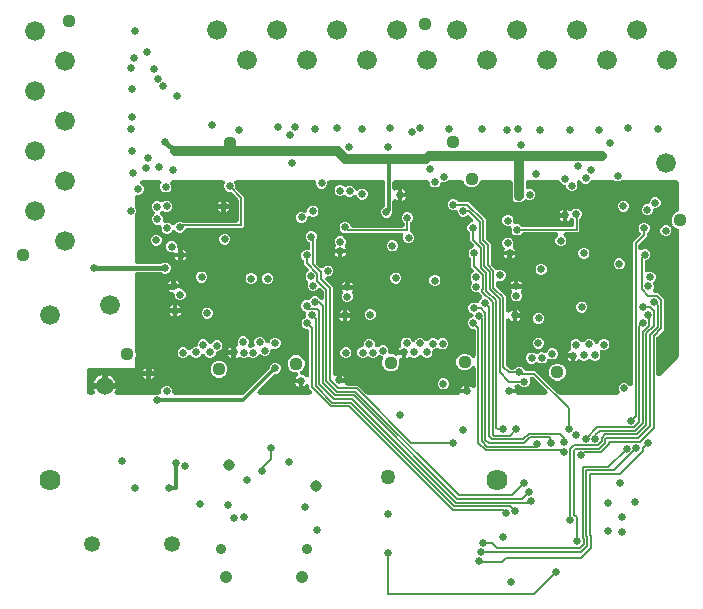
<source format=gbr>
G04 EAGLE Gerber RS-274X export*
G75*
%MOMM*%
%FSLAX34Y34*%
%LPD*%
%INCopper Layer 15*%
%IPPOS*%
%AMOC8*
5,1,8,0,0,1.08239X$1,22.5*%
G01*
%ADD10C,1.676400*%
%ADD11C,1.350000*%
%ADD12C,0.910000*%
%ADD13C,1.065000*%
%ADD14C,1.785000*%
%ADD15C,0.631000*%
%ADD16C,0.304800*%
%ADD17C,0.812800*%
%ADD18C,0.381000*%
%ADD19C,1.125000*%
%ADD20C,1.500000*%
%ADD21C,0.975000*%
%ADD22C,0.152400*%
%ADD23C,1.275000*%

G36*
X-527610Y183275D02*
X-527610Y183275D01*
X-527486Y183278D01*
X-527417Y183294D01*
X-527347Y183302D01*
X-527228Y183339D01*
X-527107Y183368D01*
X-527043Y183398D01*
X-526975Y183420D01*
X-526866Y183481D01*
X-526754Y183534D01*
X-526697Y183576D01*
X-526635Y183611D01*
X-526542Y183693D01*
X-526442Y183767D01*
X-526395Y183821D01*
X-526342Y183867D01*
X-526267Y183966D01*
X-526184Y184060D01*
X-526149Y184122D01*
X-526106Y184178D01*
X-526053Y184291D01*
X-525991Y184399D01*
X-525970Y184466D01*
X-525939Y184530D01*
X-525910Y184651D01*
X-525872Y184770D01*
X-525864Y184840D01*
X-525847Y184909D01*
X-525843Y185033D01*
X-525830Y185157D01*
X-525837Y185228D01*
X-525835Y185299D01*
X-525856Y185421D01*
X-525868Y185545D01*
X-525887Y185599D01*
X-525901Y185683D01*
X-526025Y185994D01*
X-526038Y186031D01*
X-526457Y186853D01*
X-526830Y188001D01*
X-518247Y188001D01*
X-518181Y188008D01*
X-518115Y188005D01*
X-517988Y188027D01*
X-517859Y188041D01*
X-517796Y188061D01*
X-517731Y188072D01*
X-517657Y188101D01*
X-517628Y188094D01*
X-517566Y188070D01*
X-517479Y188058D01*
X-517314Y188018D01*
X-517144Y188013D01*
X-517057Y188001D01*
X-508474Y188001D01*
X-508847Y186853D01*
X-509266Y186031D01*
X-509311Y185914D01*
X-509365Y185802D01*
X-509381Y185733D01*
X-509407Y185667D01*
X-509427Y185544D01*
X-509457Y185423D01*
X-509459Y185352D01*
X-509470Y185282D01*
X-509465Y185158D01*
X-509469Y185033D01*
X-509457Y184964D01*
X-509454Y184893D01*
X-509424Y184772D01*
X-509403Y184649D01*
X-509376Y184584D01*
X-509359Y184515D01*
X-509305Y184403D01*
X-509259Y184287D01*
X-509220Y184228D01*
X-509189Y184164D01*
X-509113Y184065D01*
X-509045Y183962D01*
X-508994Y183912D01*
X-508951Y183855D01*
X-508857Y183774D01*
X-508768Y183686D01*
X-508709Y183648D01*
X-508655Y183602D01*
X-508546Y183541D01*
X-508442Y183473D01*
X-508376Y183447D01*
X-508314Y183413D01*
X-508195Y183377D01*
X-508079Y183331D01*
X-508023Y183324D01*
X-507942Y183298D01*
X-507608Y183267D01*
X-507570Y183262D01*
X-471634Y183262D01*
X-471568Y183269D01*
X-471501Y183266D01*
X-471374Y183288D01*
X-471246Y183302D01*
X-471183Y183322D01*
X-471117Y183333D01*
X-470998Y183381D01*
X-470875Y183420D01*
X-470817Y183452D01*
X-470755Y183477D01*
X-470648Y183548D01*
X-470535Y183611D01*
X-470485Y183655D01*
X-470429Y183691D01*
X-470338Y183782D01*
X-470241Y183867D01*
X-470201Y183920D01*
X-470154Y183967D01*
X-470084Y184075D01*
X-470006Y184178D01*
X-469978Y184238D01*
X-469941Y184294D01*
X-469894Y184414D01*
X-469839Y184530D01*
X-469823Y184595D01*
X-469799Y184657D01*
X-469787Y184743D01*
X-469747Y184909D01*
X-469742Y185079D01*
X-469730Y185166D01*
X-469730Y186854D01*
X-469021Y188565D01*
X-467711Y189875D01*
X-466000Y190584D01*
X-464148Y190584D01*
X-462437Y189875D01*
X-461127Y188565D01*
X-460418Y186854D01*
X-460418Y185166D01*
X-460411Y185100D01*
X-460414Y185033D01*
X-460392Y184906D01*
X-460378Y184778D01*
X-460358Y184715D01*
X-460347Y184649D01*
X-460299Y184530D01*
X-460260Y184407D01*
X-460228Y184349D01*
X-460203Y184287D01*
X-460132Y184180D01*
X-460069Y184067D01*
X-460025Y184017D01*
X-459989Y183962D01*
X-459898Y183870D01*
X-459813Y183773D01*
X-459760Y183733D01*
X-459713Y183686D01*
X-459605Y183616D01*
X-459502Y183538D01*
X-459442Y183510D01*
X-459386Y183473D01*
X-459266Y183426D01*
X-459150Y183371D01*
X-459085Y183355D01*
X-459023Y183331D01*
X-458937Y183319D01*
X-458771Y183279D01*
X-458601Y183274D01*
X-458514Y183262D01*
X-400373Y183262D01*
X-400274Y183272D01*
X-400174Y183272D01*
X-400080Y183292D01*
X-399985Y183302D01*
X-399890Y183332D01*
X-399793Y183352D01*
X-399705Y183391D01*
X-399613Y183420D01*
X-399527Y183469D01*
X-399435Y183508D01*
X-399377Y183553D01*
X-399274Y183611D01*
X-399092Y183769D01*
X-399026Y183820D01*
X-378339Y204506D01*
X-378277Y204583D01*
X-378206Y204654D01*
X-378154Y204734D01*
X-378094Y204809D01*
X-378048Y204897D01*
X-377993Y204980D01*
X-377958Y205070D01*
X-377914Y205155D01*
X-377887Y205251D01*
X-377851Y205343D01*
X-377841Y205416D01*
X-377809Y205530D01*
X-377793Y205770D01*
X-377782Y205853D01*
X-377782Y206368D01*
X-377073Y208079D01*
X-375763Y209389D01*
X-374052Y210098D01*
X-372200Y210098D01*
X-370489Y209389D01*
X-369179Y208079D01*
X-368470Y206368D01*
X-368470Y204516D01*
X-369179Y202805D01*
X-370489Y201495D01*
X-372200Y200786D01*
X-372715Y200786D01*
X-372814Y200776D01*
X-372914Y200776D01*
X-373008Y200756D01*
X-373103Y200746D01*
X-373198Y200716D01*
X-373295Y200696D01*
X-373383Y200657D01*
X-373475Y200628D01*
X-373561Y200579D01*
X-373653Y200540D01*
X-373711Y200495D01*
X-373814Y200437D01*
X-373996Y200279D01*
X-374062Y200229D01*
X-387778Y186513D01*
X-387799Y186487D01*
X-387824Y186465D01*
X-387922Y186336D01*
X-388024Y186210D01*
X-388039Y186181D01*
X-388059Y186154D01*
X-388129Y186008D01*
X-388203Y185864D01*
X-388212Y185832D01*
X-388226Y185802D01*
X-388264Y185645D01*
X-388308Y185489D01*
X-388310Y185455D01*
X-388318Y185423D01*
X-388323Y185261D01*
X-388334Y185100D01*
X-388330Y185067D01*
X-388331Y185033D01*
X-388303Y184874D01*
X-388281Y184714D01*
X-388270Y184682D01*
X-388264Y184649D01*
X-388205Y184499D01*
X-388150Y184346D01*
X-388133Y184318D01*
X-388121Y184287D01*
X-388032Y184152D01*
X-387947Y184014D01*
X-387925Y183989D01*
X-387906Y183962D01*
X-387791Y183847D01*
X-387681Y183729D01*
X-387654Y183710D01*
X-387630Y183686D01*
X-387494Y183598D01*
X-387362Y183505D01*
X-387332Y183492D01*
X-387304Y183473D01*
X-387153Y183414D01*
X-387004Y183350D01*
X-386972Y183343D01*
X-386941Y183331D01*
X-386858Y183320D01*
X-386623Y183271D01*
X-386504Y183272D01*
X-386431Y183262D01*
X-343843Y183262D01*
X-343810Y183265D01*
X-343777Y183263D01*
X-343616Y183285D01*
X-343455Y183302D01*
X-343423Y183312D01*
X-343390Y183316D01*
X-343238Y183371D01*
X-343084Y183420D01*
X-343055Y183436D01*
X-343023Y183447D01*
X-342885Y183531D01*
X-342744Y183611D01*
X-342719Y183633D01*
X-342690Y183650D01*
X-342572Y183761D01*
X-342450Y183867D01*
X-342430Y183894D01*
X-342406Y183916D01*
X-342313Y184049D01*
X-342215Y184178D01*
X-342201Y184208D01*
X-342182Y184235D01*
X-342117Y184384D01*
X-342048Y184530D01*
X-342040Y184562D01*
X-342027Y184593D01*
X-341994Y184752D01*
X-341956Y184909D01*
X-341955Y184942D01*
X-341948Y184975D01*
X-341949Y185137D01*
X-341943Y185299D01*
X-341949Y185331D01*
X-341949Y185365D01*
X-341982Y185523D01*
X-342010Y185683D01*
X-342022Y185713D01*
X-342029Y185746D01*
X-342094Y185895D01*
X-342154Y186045D01*
X-342172Y186073D01*
X-342185Y186103D01*
X-342236Y186170D01*
X-342368Y186371D01*
X-342452Y186454D01*
X-342496Y186513D01*
X-344513Y188529D01*
X-344513Y189953D01*
X-344516Y189986D01*
X-344514Y190019D01*
X-344536Y190180D01*
X-344553Y190340D01*
X-344563Y190372D01*
X-344567Y190405D01*
X-344622Y190558D01*
X-344671Y190712D01*
X-344687Y190741D01*
X-344698Y190772D01*
X-344782Y190910D01*
X-344862Y191052D01*
X-344884Y191077D01*
X-344901Y191105D01*
X-345012Y191223D01*
X-345118Y191345D01*
X-345145Y191365D01*
X-345168Y191390D01*
X-345300Y191483D01*
X-345429Y191581D01*
X-345459Y191595D01*
X-345486Y191614D01*
X-345635Y191678D01*
X-345781Y191748D01*
X-345813Y191755D01*
X-345844Y191769D01*
X-346003Y191801D01*
X-346160Y191839D01*
X-346193Y191841D01*
X-346226Y191847D01*
X-346388Y191847D01*
X-346550Y191852D01*
X-346582Y191847D01*
X-346616Y191847D01*
X-346775Y191813D01*
X-346934Y191785D01*
X-346964Y191773D01*
X-346997Y191766D01*
X-347146Y191701D01*
X-347296Y191642D01*
X-347324Y191624D01*
X-347354Y191610D01*
X-347421Y191560D01*
X-347622Y191428D01*
X-347706Y191343D01*
X-347764Y191299D01*
X-348249Y190813D01*
X-349094Y190249D01*
X-349632Y190026D01*
X-349632Y194818D01*
X-349638Y194884D01*
X-349636Y194950D01*
X-349658Y195077D01*
X-349671Y195205D01*
X-349692Y195269D01*
X-349703Y195334D01*
X-349750Y195454D01*
X-349789Y195577D01*
X-349822Y195635D01*
X-349847Y195697D01*
X-349917Y195804D01*
X-349981Y195917D01*
X-350024Y195967D01*
X-350061Y196022D01*
X-350152Y196113D01*
X-350237Y196210D01*
X-350238Y196211D01*
X-350290Y196251D01*
X-350337Y196297D01*
X-350338Y196298D01*
X-350446Y196368D01*
X-350548Y196446D01*
X-350608Y196474D01*
X-350664Y196511D01*
X-350784Y196558D01*
X-350900Y196613D01*
X-350965Y196629D01*
X-351027Y196653D01*
X-351114Y196665D01*
X-351279Y196705D01*
X-351449Y196711D01*
X-351536Y196722D01*
X-356328Y196722D01*
X-356105Y197260D01*
X-355541Y198104D01*
X-354726Y198919D01*
X-354705Y198945D01*
X-354680Y198967D01*
X-354582Y199096D01*
X-354480Y199222D01*
X-354464Y199251D01*
X-354444Y199278D01*
X-354375Y199424D01*
X-354301Y199568D01*
X-354292Y199600D01*
X-354277Y199630D01*
X-354239Y199787D01*
X-354196Y199943D01*
X-354193Y199977D01*
X-354185Y200009D01*
X-354180Y200171D01*
X-354169Y200332D01*
X-354174Y200365D01*
X-354173Y200399D01*
X-354200Y200558D01*
X-354223Y200718D01*
X-354234Y200750D01*
X-354239Y200783D01*
X-354299Y200933D01*
X-354353Y201086D01*
X-354371Y201114D01*
X-354383Y201145D01*
X-354472Y201280D01*
X-354556Y201418D01*
X-354579Y201443D01*
X-354597Y201471D01*
X-354712Y201585D01*
X-354823Y201703D01*
X-354850Y201722D01*
X-354874Y201746D01*
X-355009Y201834D01*
X-355142Y201927D01*
X-355172Y201941D01*
X-355200Y201959D01*
X-355350Y202018D01*
X-355499Y202082D01*
X-355532Y202089D01*
X-355563Y202101D01*
X-355645Y202112D01*
X-355881Y202161D01*
X-356000Y202160D01*
X-356072Y202170D01*
X-357017Y202170D01*
X-359636Y203255D01*
X-361641Y205260D01*
X-362726Y207879D01*
X-362726Y210713D01*
X-361641Y213332D01*
X-359636Y215337D01*
X-357017Y216422D01*
X-354183Y216422D01*
X-351564Y215337D01*
X-349559Y213332D01*
X-348474Y210713D01*
X-348474Y207879D01*
X-349559Y205260D01*
X-351693Y203126D01*
X-351719Y203094D01*
X-351750Y203066D01*
X-351842Y202943D01*
X-351939Y202824D01*
X-351958Y202787D01*
X-351982Y202753D01*
X-352047Y202614D01*
X-352118Y202478D01*
X-352129Y202437D01*
X-352146Y202400D01*
X-352181Y202250D01*
X-352223Y202102D01*
X-352226Y202061D01*
X-352235Y202020D01*
X-352239Y201866D01*
X-352249Y201713D01*
X-352243Y201672D01*
X-352244Y201631D01*
X-352217Y201479D01*
X-352196Y201327D01*
X-352182Y201288D01*
X-352174Y201247D01*
X-352116Y201105D01*
X-352065Y200960D01*
X-352043Y200925D01*
X-352028Y200886D01*
X-351942Y200758D01*
X-351862Y200627D01*
X-351834Y200597D01*
X-351810Y200562D01*
X-351701Y200455D01*
X-351596Y200343D01*
X-351562Y200319D01*
X-351532Y200290D01*
X-351402Y200207D01*
X-351277Y200118D01*
X-351239Y200102D01*
X-351204Y200079D01*
X-351121Y200051D01*
X-350919Y199964D01*
X-350791Y199937D01*
X-350718Y199912D01*
X-350032Y199776D01*
X-349094Y199387D01*
X-348249Y198823D01*
X-347764Y198337D01*
X-347738Y198316D01*
X-347716Y198291D01*
X-347587Y198193D01*
X-347461Y198091D01*
X-347432Y198076D01*
X-347405Y198055D01*
X-347259Y197986D01*
X-347115Y197912D01*
X-347083Y197903D01*
X-347053Y197888D01*
X-346896Y197850D01*
X-346740Y197807D01*
X-346706Y197804D01*
X-346674Y197797D01*
X-346512Y197791D01*
X-346351Y197780D01*
X-346318Y197785D01*
X-346285Y197784D01*
X-346125Y197811D01*
X-345965Y197834D01*
X-345933Y197845D01*
X-345900Y197851D01*
X-345751Y197910D01*
X-345597Y197964D01*
X-345569Y197982D01*
X-345538Y197994D01*
X-345403Y198083D01*
X-345265Y198167D01*
X-345240Y198190D01*
X-345213Y198208D01*
X-345098Y198323D01*
X-344980Y198434D01*
X-344961Y198461D01*
X-344937Y198485D01*
X-344849Y198620D01*
X-344756Y198753D01*
X-344743Y198783D01*
X-344724Y198811D01*
X-344665Y198962D01*
X-344601Y199110D01*
X-344594Y199143D01*
X-344582Y199174D01*
X-344571Y199256D01*
X-344522Y199492D01*
X-344523Y199611D01*
X-344513Y199683D01*
X-344513Y236932D01*
X-344520Y236998D01*
X-344517Y237065D01*
X-344540Y237192D01*
X-344553Y237320D01*
X-344573Y237383D01*
X-344584Y237449D01*
X-344632Y237568D01*
X-344671Y237691D01*
X-344703Y237749D01*
X-344728Y237811D01*
X-344799Y237918D01*
X-344862Y238031D01*
X-344906Y238081D01*
X-344942Y238137D01*
X-345034Y238228D01*
X-345118Y238325D01*
X-345171Y238365D01*
X-345218Y238412D01*
X-345326Y238482D01*
X-345429Y238560D01*
X-345489Y238588D01*
X-345545Y238625D01*
X-345665Y238672D01*
X-345781Y238727D01*
X-345846Y238743D01*
X-345908Y238767D01*
X-345995Y238779D01*
X-346160Y238819D01*
X-346330Y238824D01*
X-346417Y238836D01*
X-347240Y238836D01*
X-348951Y239545D01*
X-350261Y240855D01*
X-350970Y242566D01*
X-350970Y244418D01*
X-350261Y246129D01*
X-348951Y247439D01*
X-348223Y247741D01*
X-348150Y247780D01*
X-348073Y247811D01*
X-347979Y247872D01*
X-347880Y247926D01*
X-347817Y247979D01*
X-347747Y248025D01*
X-347668Y248104D01*
X-347582Y248177D01*
X-347531Y248242D01*
X-347472Y248301D01*
X-347411Y248395D01*
X-347342Y248484D01*
X-347305Y248558D01*
X-347259Y248627D01*
X-347218Y248732D01*
X-347168Y248833D01*
X-347147Y248913D01*
X-347117Y248990D01*
X-347106Y249071D01*
X-347070Y249210D01*
X-347060Y249411D01*
X-347048Y249500D01*
X-347048Y251292D01*
X-347034Y251339D01*
X-347006Y251399D01*
X-346978Y251525D01*
X-346941Y251649D01*
X-346936Y251715D01*
X-346921Y251780D01*
X-346919Y251908D01*
X-346908Y252037D01*
X-346916Y252103D01*
X-346915Y252169D01*
X-346939Y252296D01*
X-346955Y252424D01*
X-346976Y252487D01*
X-346988Y252552D01*
X-347038Y252671D01*
X-347079Y252793D01*
X-347113Y252851D01*
X-347138Y252912D01*
X-347211Y253018D01*
X-347276Y253130D01*
X-347321Y253179D01*
X-347358Y253234D01*
X-347451Y253323D01*
X-347538Y253419D01*
X-347591Y253458D01*
X-347639Y253504D01*
X-347715Y253548D01*
X-347852Y253649D01*
X-348008Y253719D01*
X-348083Y253763D01*
X-349413Y254314D01*
X-350723Y255624D01*
X-351432Y257335D01*
X-351432Y259187D01*
X-350723Y260898D01*
X-349413Y262208D01*
X-347702Y262917D01*
X-345732Y262917D01*
X-345649Y262925D01*
X-345566Y262924D01*
X-345456Y262945D01*
X-345344Y262957D01*
X-345265Y262982D01*
X-345183Y262997D01*
X-345080Y263041D01*
X-344973Y263075D01*
X-344900Y263115D01*
X-344824Y263147D01*
X-344731Y263211D01*
X-344633Y263266D01*
X-344570Y263320D01*
X-344502Y263367D01*
X-344424Y263448D01*
X-344339Y263522D01*
X-344289Y263588D01*
X-344232Y263648D01*
X-344190Y263719D01*
X-344104Y263833D01*
X-344017Y264015D01*
X-343972Y264092D01*
X-343799Y264511D01*
X-342489Y265821D01*
X-340778Y266530D01*
X-338926Y266530D01*
X-337215Y265821D01*
X-335848Y264454D01*
X-335807Y264378D01*
X-335617Y264152D01*
X-335579Y264103D01*
X-335484Y264008D01*
X-335458Y263987D01*
X-335436Y263961D01*
X-335307Y263864D01*
X-335181Y263762D01*
X-335152Y263746D01*
X-335125Y263726D01*
X-334979Y263657D01*
X-334835Y263582D01*
X-334803Y263573D01*
X-334773Y263559D01*
X-334616Y263521D01*
X-334460Y263477D01*
X-334426Y263475D01*
X-334394Y263467D01*
X-334233Y263462D01*
X-334071Y263451D01*
X-334038Y263455D01*
X-334004Y263454D01*
X-333845Y263482D01*
X-333685Y263504D01*
X-333653Y263515D01*
X-333620Y263521D01*
X-333470Y263581D01*
X-333318Y263635D01*
X-333289Y263652D01*
X-333258Y263665D01*
X-333123Y263754D01*
X-332985Y263838D01*
X-332960Y263861D01*
X-332932Y263879D01*
X-332818Y263994D01*
X-332700Y264104D01*
X-332681Y264131D01*
X-332657Y264155D01*
X-332569Y264291D01*
X-332476Y264423D01*
X-332463Y264454D01*
X-332444Y264482D01*
X-332385Y264632D01*
X-332321Y264781D01*
X-332314Y264813D01*
X-332302Y264845D01*
X-332291Y264927D01*
X-332242Y265162D01*
X-332243Y265282D01*
X-332233Y265354D01*
X-332233Y270260D01*
X-332243Y270359D01*
X-332243Y270458D01*
X-332263Y270552D01*
X-332273Y270648D01*
X-332303Y270742D01*
X-332323Y270840D01*
X-332362Y270928D01*
X-332391Y271019D01*
X-332439Y271106D01*
X-332479Y271197D01*
X-332524Y271255D01*
X-332582Y271359D01*
X-332740Y271540D01*
X-332790Y271606D01*
X-334268Y273084D01*
X-334319Y273126D01*
X-334365Y273174D01*
X-334470Y273248D01*
X-334570Y273330D01*
X-334629Y273360D01*
X-334684Y273399D01*
X-334802Y273450D01*
X-334916Y273509D01*
X-334980Y273527D01*
X-335041Y273553D01*
X-335168Y273579D01*
X-335292Y273614D01*
X-335358Y273619D01*
X-335423Y273632D01*
X-335552Y273632D01*
X-335681Y273640D01*
X-335746Y273631D01*
X-335813Y273631D01*
X-335939Y273605D01*
X-336067Y273587D01*
X-336129Y273565D01*
X-336194Y273551D01*
X-336313Y273499D01*
X-336434Y273456D01*
X-336491Y273422D01*
X-336552Y273395D01*
X-336621Y273342D01*
X-336767Y273253D01*
X-336891Y273137D01*
X-336961Y273084D01*
X-338500Y271545D01*
X-340211Y270836D01*
X-342063Y270836D01*
X-343774Y271545D01*
X-345084Y272855D01*
X-345793Y274566D01*
X-345793Y276418D01*
X-345360Y277463D01*
X-345336Y277543D01*
X-345303Y277619D01*
X-345280Y277729D01*
X-345248Y277837D01*
X-345241Y277919D01*
X-345224Y278001D01*
X-345225Y278113D01*
X-345215Y278225D01*
X-345225Y278307D01*
X-345225Y278390D01*
X-345248Y278501D01*
X-345262Y278612D01*
X-345288Y278691D01*
X-345305Y278772D01*
X-345350Y278875D01*
X-345386Y278981D01*
X-345428Y279053D01*
X-345461Y279129D01*
X-345511Y279194D01*
X-345583Y279318D01*
X-345718Y279467D01*
X-345773Y279538D01*
X-346847Y280613D01*
X-347556Y282324D01*
X-347556Y284176D01*
X-346847Y285887D01*
X-345308Y287426D01*
X-345266Y287477D01*
X-345218Y287523D01*
X-345143Y287629D01*
X-345062Y287728D01*
X-345032Y287787D01*
X-344993Y287842D01*
X-344942Y287960D01*
X-344883Y288075D01*
X-344865Y288139D01*
X-344839Y288200D01*
X-344813Y288326D01*
X-344778Y288450D01*
X-344773Y288516D01*
X-344760Y288581D01*
X-344760Y288710D01*
X-344752Y288839D01*
X-344761Y288905D01*
X-344761Y288971D01*
X-344787Y289097D01*
X-344805Y289225D01*
X-344827Y289288D01*
X-344841Y289353D01*
X-344893Y289471D01*
X-344936Y289592D01*
X-344970Y289649D01*
X-344997Y289710D01*
X-345050Y289780D01*
X-345139Y289925D01*
X-345255Y290049D01*
X-345308Y290119D01*
X-348908Y293719D01*
X-348908Y295880D01*
X-348918Y295979D01*
X-348918Y296078D01*
X-348938Y296172D01*
X-348948Y296267D01*
X-348978Y296362D01*
X-348998Y296460D01*
X-349037Y296548D01*
X-349066Y296639D01*
X-349115Y296726D01*
X-349154Y296817D01*
X-349199Y296875D01*
X-349257Y296979D01*
X-349415Y297160D01*
X-349465Y297226D01*
X-350592Y298353D01*
X-351301Y300064D01*
X-351301Y301916D01*
X-350592Y303627D01*
X-349282Y304937D01*
X-347571Y305646D01*
X-345395Y305646D01*
X-345329Y305653D01*
X-345262Y305650D01*
X-345135Y305672D01*
X-345007Y305686D01*
X-344944Y305706D01*
X-344878Y305717D01*
X-344759Y305765D01*
X-344636Y305804D01*
X-344578Y305836D01*
X-344516Y305861D01*
X-344409Y305932D01*
X-344296Y305995D01*
X-344246Y306039D01*
X-344190Y306075D01*
X-344099Y306166D01*
X-344002Y306251D01*
X-343962Y306304D01*
X-343915Y306351D01*
X-343845Y306459D01*
X-343767Y306562D01*
X-343739Y306622D01*
X-343702Y306678D01*
X-343655Y306798D01*
X-343600Y306914D01*
X-343584Y306979D01*
X-343560Y307041D01*
X-343548Y307127D01*
X-343508Y307293D01*
X-343503Y307463D01*
X-343491Y307550D01*
X-343491Y311009D01*
X-343499Y311091D01*
X-343498Y311174D01*
X-343519Y311285D01*
X-343531Y311396D01*
X-343556Y311475D01*
X-343571Y311557D01*
X-343615Y311661D01*
X-343649Y311768D01*
X-343689Y311840D01*
X-343721Y311917D01*
X-343785Y312010D01*
X-343840Y312108D01*
X-343894Y312170D01*
X-343941Y312239D01*
X-344022Y312317D01*
X-344096Y312401D01*
X-344162Y312451D01*
X-344222Y312509D01*
X-344293Y312550D01*
X-344407Y312636D01*
X-344589Y312723D01*
X-344666Y312768D01*
X-345410Y313076D01*
X-346720Y314386D01*
X-347429Y316097D01*
X-347429Y317949D01*
X-346720Y319660D01*
X-345410Y320970D01*
X-343699Y321679D01*
X-341847Y321679D01*
X-340136Y320970D01*
X-338826Y319660D01*
X-338117Y317949D01*
X-338117Y316097D01*
X-338820Y314400D01*
X-338854Y314288D01*
X-338896Y314180D01*
X-338904Y314118D01*
X-338932Y314026D01*
X-338957Y313732D01*
X-338965Y313671D01*
X-338965Y295241D01*
X-338955Y295143D01*
X-338955Y295043D01*
X-338935Y294949D01*
X-338925Y294854D01*
X-338895Y294759D01*
X-338875Y294661D01*
X-338836Y294574D01*
X-338807Y294482D01*
X-338758Y294395D01*
X-338719Y294304D01*
X-338675Y294246D01*
X-338616Y294143D01*
X-338458Y293961D01*
X-338408Y293895D01*
X-335191Y290678D01*
X-335139Y290636D01*
X-335094Y290587D01*
X-334988Y290513D01*
X-334888Y290432D01*
X-334829Y290401D01*
X-334775Y290363D01*
X-334657Y290312D01*
X-334542Y290253D01*
X-334478Y290235D01*
X-334417Y290208D01*
X-334291Y290182D01*
X-334167Y290148D01*
X-334100Y290143D01*
X-334035Y290130D01*
X-333906Y290130D01*
X-333778Y290121D01*
X-333712Y290130D01*
X-333645Y290131D01*
X-333519Y290157D01*
X-333392Y290175D01*
X-333329Y290197D01*
X-333264Y290211D01*
X-333146Y290262D01*
X-333024Y290306D01*
X-332968Y290340D01*
X-332907Y290367D01*
X-332837Y290420D01*
X-332692Y290509D01*
X-332567Y290625D01*
X-332498Y290678D01*
X-331380Y291796D01*
X-329669Y292504D01*
X-327817Y292504D01*
X-326105Y291796D01*
X-324796Y290486D01*
X-324087Y288775D01*
X-324087Y286923D01*
X-324796Y285211D01*
X-326105Y283902D01*
X-327817Y283193D01*
X-329103Y283193D01*
X-329136Y283189D01*
X-329169Y283192D01*
X-329330Y283170D01*
X-329491Y283153D01*
X-329523Y283143D01*
X-329556Y283138D01*
X-329708Y283084D01*
X-329862Y283035D01*
X-329891Y283019D01*
X-329923Y283007D01*
X-330061Y282923D01*
X-330202Y282844D01*
X-330227Y282822D01*
X-330256Y282805D01*
X-330374Y282694D01*
X-330496Y282587D01*
X-330516Y282561D01*
X-330540Y282538D01*
X-330633Y282406D01*
X-330731Y282277D01*
X-330745Y282247D01*
X-330764Y282219D01*
X-330829Y282071D01*
X-330898Y281925D01*
X-330906Y281892D01*
X-330919Y281862D01*
X-330952Y281703D01*
X-330990Y281546D01*
X-330991Y281512D01*
X-330998Y281480D01*
X-330997Y281317D01*
X-331003Y281156D01*
X-330997Y281123D01*
X-330997Y281090D01*
X-330964Y280931D01*
X-330936Y280772D01*
X-330924Y280741D01*
X-330917Y280709D01*
X-330852Y280560D01*
X-330792Y280410D01*
X-330774Y280382D01*
X-330761Y280351D01*
X-330710Y280285D01*
X-330578Y280084D01*
X-330494Y280000D01*
X-330450Y279942D01*
X-324683Y274176D01*
X-324683Y201054D01*
X-324679Y201013D01*
X-324681Y200971D01*
X-324659Y200819D01*
X-324643Y200666D01*
X-324631Y200627D01*
X-324625Y200586D01*
X-324572Y200441D01*
X-324525Y200295D01*
X-324505Y200259D01*
X-324491Y200220D01*
X-324409Y200089D01*
X-324334Y199955D01*
X-324307Y199924D01*
X-324285Y199889D01*
X-324179Y199777D01*
X-324078Y199662D01*
X-324045Y199636D01*
X-324016Y199606D01*
X-323889Y199519D01*
X-323767Y199426D01*
X-323729Y199408D01*
X-323695Y199385D01*
X-323554Y199325D01*
X-323415Y199259D01*
X-323374Y199249D01*
X-323336Y199233D01*
X-323185Y199204D01*
X-323036Y199167D01*
X-322994Y199166D01*
X-322954Y199158D01*
X-322800Y199160D01*
X-322646Y199155D01*
X-322606Y199162D01*
X-322564Y199162D01*
X-322414Y199195D01*
X-322262Y199221D01*
X-322224Y199237D01*
X-322183Y199246D01*
X-322104Y199284D01*
X-321900Y199365D01*
X-321791Y199437D01*
X-321721Y199471D01*
X-321339Y199726D01*
X-320801Y199949D01*
X-320801Y195157D01*
X-320795Y195091D01*
X-320797Y195025D01*
X-320775Y194898D01*
X-320761Y194770D01*
X-320741Y194706D01*
X-320730Y194641D01*
X-320683Y194521D01*
X-320643Y194398D01*
X-320611Y194340D01*
X-320586Y194278D01*
X-320516Y194171D01*
X-320452Y194058D01*
X-320409Y194008D01*
X-320372Y193953D01*
X-320372Y193952D01*
X-320280Y193862D01*
X-320196Y193765D01*
X-320195Y193764D01*
X-320143Y193724D01*
X-320095Y193677D01*
X-319987Y193607D01*
X-319885Y193529D01*
X-319825Y193501D01*
X-319769Y193464D01*
X-319649Y193417D01*
X-319533Y193362D01*
X-319468Y193346D01*
X-319406Y193322D01*
X-319319Y193310D01*
X-319154Y193270D01*
X-318984Y193264D01*
X-318897Y193253D01*
X-314077Y193253D01*
X-314115Y193124D01*
X-314120Y193074D01*
X-314131Y193026D01*
X-314136Y192881D01*
X-314148Y192736D01*
X-314143Y192686D01*
X-314144Y192636D01*
X-314119Y192493D01*
X-314102Y192349D01*
X-314086Y192302D01*
X-314077Y192252D01*
X-314024Y192117D01*
X-313977Y191980D01*
X-313952Y191936D01*
X-313934Y191890D01*
X-313854Y191769D01*
X-313780Y191643D01*
X-313747Y191606D01*
X-313719Y191564D01*
X-313616Y191462D01*
X-313519Y191354D01*
X-313479Y191325D01*
X-313443Y191289D01*
X-313321Y191210D01*
X-313204Y191124D01*
X-313159Y191104D01*
X-313117Y191076D01*
X-312981Y191023D01*
X-312849Y190963D01*
X-312800Y190952D01*
X-312754Y190934D01*
X-312665Y190922D01*
X-312469Y190878D01*
X-312325Y190876D01*
X-312245Y190865D01*
X-303442Y190865D01*
X-296396Y183820D01*
X-296319Y183757D01*
X-296249Y183686D01*
X-296168Y183634D01*
X-296094Y183574D01*
X-296006Y183528D01*
X-295922Y183473D01*
X-295833Y183438D01*
X-295748Y183394D01*
X-295652Y183367D01*
X-295559Y183331D01*
X-295487Y183321D01*
X-295372Y183289D01*
X-295133Y183273D01*
X-295050Y183262D01*
X-218274Y183262D01*
X-218216Y183268D01*
X-218158Y183265D01*
X-218022Y183288D01*
X-217886Y183302D01*
X-217830Y183319D01*
X-217773Y183329D01*
X-217645Y183378D01*
X-217514Y183420D01*
X-217464Y183448D01*
X-217409Y183469D01*
X-217294Y183544D01*
X-217175Y183611D01*
X-217131Y183649D01*
X-217082Y183681D01*
X-216984Y183777D01*
X-216881Y183867D01*
X-216846Y183914D01*
X-216805Y183954D01*
X-216729Y184069D01*
X-216646Y184178D01*
X-216621Y184231D01*
X-216589Y184279D01*
X-216538Y184406D01*
X-216479Y184530D01*
X-216478Y184532D01*
X-211328Y184532D01*
X-211262Y184538D01*
X-211196Y184536D01*
X-211069Y184558D01*
X-210941Y184571D01*
X-210877Y184592D01*
X-210812Y184603D01*
X-210692Y184650D01*
X-210569Y184689D01*
X-210511Y184722D01*
X-210449Y184747D01*
X-210342Y184817D01*
X-210229Y184881D01*
X-210179Y184924D01*
X-210124Y184961D01*
X-210123Y184961D01*
X-210033Y185052D01*
X-209936Y185137D01*
X-209935Y185138D01*
X-209895Y185190D01*
X-209848Y185238D01*
X-209778Y185346D01*
X-209700Y185448D01*
X-209671Y185508D01*
X-209635Y185564D01*
X-209588Y185684D01*
X-209533Y185800D01*
X-209517Y185865D01*
X-209493Y185927D01*
X-209481Y186014D01*
X-209441Y186179D01*
X-209435Y186349D01*
X-209424Y186436D01*
X-209424Y191228D01*
X-208886Y191005D01*
X-208041Y190441D01*
X-207323Y189723D01*
X-207100Y189389D01*
X-207084Y189370D01*
X-207072Y189348D01*
X-206960Y189219D01*
X-206852Y189089D01*
X-206832Y189073D01*
X-206816Y189054D01*
X-206680Y188951D01*
X-206547Y188845D01*
X-206525Y188834D01*
X-206505Y188819D01*
X-206351Y188746D01*
X-206200Y188669D01*
X-206175Y188663D01*
X-206153Y188652D01*
X-205988Y188612D01*
X-205823Y188567D01*
X-205798Y188566D01*
X-205774Y188560D01*
X-205604Y188554D01*
X-205434Y188544D01*
X-205409Y188548D01*
X-205384Y188547D01*
X-205217Y188576D01*
X-205049Y188601D01*
X-205025Y188610D01*
X-205000Y188614D01*
X-204843Y188676D01*
X-204683Y188735D01*
X-204661Y188748D01*
X-204638Y188758D01*
X-204497Y188851D01*
X-204351Y188941D01*
X-204333Y188958D01*
X-204312Y188972D01*
X-204193Y189092D01*
X-204069Y189210D01*
X-204055Y189230D01*
X-204037Y189248D01*
X-203944Y189390D01*
X-203848Y189530D01*
X-203838Y189554D01*
X-203824Y189574D01*
X-203762Y189733D01*
X-203696Y189890D01*
X-203691Y189914D01*
X-203682Y189937D01*
X-203672Y190012D01*
X-203621Y190272D01*
X-203622Y190379D01*
X-203613Y190447D01*
X-203613Y205385D01*
X-203616Y205418D01*
X-203614Y205451D01*
X-203636Y205612D01*
X-203653Y205772D01*
X-203663Y205804D01*
X-203667Y205837D01*
X-203722Y205990D01*
X-203771Y206144D01*
X-203787Y206173D01*
X-203798Y206204D01*
X-203882Y206342D01*
X-203962Y206484D01*
X-203984Y206509D01*
X-204001Y206537D01*
X-204112Y206656D01*
X-204218Y206777D01*
X-204245Y206797D01*
X-204267Y206822D01*
X-204400Y206915D01*
X-204529Y207013D01*
X-204559Y207027D01*
X-204586Y207046D01*
X-204735Y207110D01*
X-204881Y207180D01*
X-204913Y207187D01*
X-204944Y207201D01*
X-205103Y207233D01*
X-205260Y207272D01*
X-205293Y207273D01*
X-205326Y207279D01*
X-205488Y207279D01*
X-205650Y207284D01*
X-205682Y207279D01*
X-205716Y207279D01*
X-205874Y207245D01*
X-206034Y207218D01*
X-206064Y207205D01*
X-206097Y207198D01*
X-206246Y207133D01*
X-206396Y207074D01*
X-206424Y207056D01*
X-206454Y207042D01*
X-206521Y206992D01*
X-206721Y206860D01*
X-206805Y206775D01*
X-206864Y206731D01*
X-208816Y204779D01*
X-211435Y203694D01*
X-214269Y203694D01*
X-216888Y204779D01*
X-218893Y206784D01*
X-219978Y209403D01*
X-219978Y212237D01*
X-218893Y214856D01*
X-216888Y216861D01*
X-214269Y217946D01*
X-211435Y217946D01*
X-208816Y216861D01*
X-206864Y214909D01*
X-206838Y214888D01*
X-206816Y214863D01*
X-206687Y214765D01*
X-206561Y214663D01*
X-206532Y214648D01*
X-206505Y214627D01*
X-206359Y214558D01*
X-206215Y214484D01*
X-206183Y214475D01*
X-206153Y214460D01*
X-205996Y214422D01*
X-205840Y214379D01*
X-205806Y214376D01*
X-205774Y214368D01*
X-205612Y214363D01*
X-205451Y214352D01*
X-205418Y214357D01*
X-205384Y214356D01*
X-205225Y214383D01*
X-205065Y214406D01*
X-205033Y214417D01*
X-205000Y214422D01*
X-204850Y214482D01*
X-204697Y214536D01*
X-204669Y214554D01*
X-204638Y214566D01*
X-204503Y214655D01*
X-204365Y214739D01*
X-204340Y214762D01*
X-204312Y214780D01*
X-204198Y214895D01*
X-204080Y215006D01*
X-204061Y215033D01*
X-204037Y215057D01*
X-203949Y215192D01*
X-203856Y215325D01*
X-203843Y215355D01*
X-203824Y215383D01*
X-203765Y215534D01*
X-203701Y215682D01*
X-203694Y215715D01*
X-203682Y215746D01*
X-203671Y215828D01*
X-203622Y216064D01*
X-203623Y216183D01*
X-203613Y216255D01*
X-203613Y237186D01*
X-203620Y237252D01*
X-203617Y237319D01*
X-203639Y237446D01*
X-203653Y237574D01*
X-203673Y237637D01*
X-203684Y237703D01*
X-203732Y237822D01*
X-203771Y237945D01*
X-203803Y238003D01*
X-203828Y238065D01*
X-203899Y238172D01*
X-203962Y238285D01*
X-204006Y238335D01*
X-204042Y238391D01*
X-204133Y238482D01*
X-204218Y238579D01*
X-204271Y238619D01*
X-204318Y238666D01*
X-204426Y238736D01*
X-204529Y238814D01*
X-204589Y238842D01*
X-204645Y238879D01*
X-204765Y238926D01*
X-204881Y238981D01*
X-204946Y238997D01*
X-205008Y239021D01*
X-205094Y239033D01*
X-205260Y239073D01*
X-205430Y239078D01*
X-205517Y239090D01*
X-206447Y239090D01*
X-208158Y239799D01*
X-209468Y241109D01*
X-210177Y242820D01*
X-210177Y244672D01*
X-209468Y246383D01*
X-208158Y247693D01*
X-206550Y248359D01*
X-206477Y248399D01*
X-206400Y248429D01*
X-206306Y248491D01*
X-206207Y248544D01*
X-206144Y248598D01*
X-206074Y248643D01*
X-205995Y248723D01*
X-205909Y248795D01*
X-205858Y248861D01*
X-205799Y248920D01*
X-205738Y249014D01*
X-205669Y249102D01*
X-205632Y249176D01*
X-205586Y249246D01*
X-205545Y249351D01*
X-205495Y249451D01*
X-205474Y249532D01*
X-205444Y249609D01*
X-205433Y249690D01*
X-205397Y249828D01*
X-205390Y249968D01*
X-205388Y249976D01*
X-205387Y250019D01*
X-205387Y250030D01*
X-205375Y250118D01*
X-205375Y250200D01*
X-205383Y250283D01*
X-205382Y250366D01*
X-205403Y250476D01*
X-205415Y250588D01*
X-205440Y250667D01*
X-205455Y250749D01*
X-205499Y250852D01*
X-205533Y250960D01*
X-205573Y251032D01*
X-205605Y251109D01*
X-205669Y251201D01*
X-205724Y251299D01*
X-205778Y251362D01*
X-205825Y251430D01*
X-205906Y251508D01*
X-205980Y251593D01*
X-206046Y251643D01*
X-206106Y251701D01*
X-206177Y251742D01*
X-206291Y251828D01*
X-206473Y251915D01*
X-206550Y251960D01*
X-207931Y252532D01*
X-209240Y253841D01*
X-209949Y255552D01*
X-209949Y257405D01*
X-209240Y259116D01*
X-207931Y260425D01*
X-206220Y261134D01*
X-204367Y261134D01*
X-203263Y260677D01*
X-203200Y260658D01*
X-203139Y260630D01*
X-203014Y260602D01*
X-202890Y260565D01*
X-202824Y260560D01*
X-202759Y260545D01*
X-202630Y260543D01*
X-202502Y260532D01*
X-202436Y260540D01*
X-202369Y260539D01*
X-202243Y260563D01*
X-202115Y260579D01*
X-202052Y260600D01*
X-201986Y260613D01*
X-201867Y260662D01*
X-201745Y260703D01*
X-201688Y260737D01*
X-201626Y260763D01*
X-201520Y260835D01*
X-201409Y260900D01*
X-201360Y260945D01*
X-201305Y260983D01*
X-201215Y261075D01*
X-201120Y261162D01*
X-201081Y261216D01*
X-201034Y261263D01*
X-200990Y261339D01*
X-200890Y261477D01*
X-200820Y261632D01*
X-200775Y261708D01*
X-200035Y263495D01*
X-198496Y265034D01*
X-198454Y265085D01*
X-198406Y265131D01*
X-198332Y265236D01*
X-198250Y265336D01*
X-198220Y265395D01*
X-198181Y265450D01*
X-198130Y265568D01*
X-198071Y265683D01*
X-198053Y265746D01*
X-198027Y265807D01*
X-198001Y265934D01*
X-197966Y266058D01*
X-197962Y266124D01*
X-197948Y266189D01*
X-197948Y266318D01*
X-197940Y266447D01*
X-197949Y266513D01*
X-197949Y266579D01*
X-197975Y266705D01*
X-197993Y266833D01*
X-198015Y266896D01*
X-198029Y266961D01*
X-198081Y267079D01*
X-198124Y267200D01*
X-198158Y267257D01*
X-198185Y267318D01*
X-198238Y267388D01*
X-198327Y267533D01*
X-198443Y267657D01*
X-198496Y267727D01*
X-199968Y269198D01*
X-200153Y269383D01*
X-200217Y269436D01*
X-200275Y269495D01*
X-200368Y269559D01*
X-200455Y269629D01*
X-200529Y269667D01*
X-200597Y269714D01*
X-200701Y269757D01*
X-200801Y269809D01*
X-200881Y269831D01*
X-200958Y269863D01*
X-201068Y269883D01*
X-201176Y269914D01*
X-201259Y269919D01*
X-201341Y269935D01*
X-201453Y269932D01*
X-201565Y269940D01*
X-201648Y269929D01*
X-201731Y269927D01*
X-201810Y269906D01*
X-201951Y269887D01*
X-202035Y269857D01*
X-203934Y269857D01*
X-205645Y270566D01*
X-206954Y271875D01*
X-207663Y273586D01*
X-207663Y275439D01*
X-206939Y277188D01*
X-206902Y277240D01*
X-206821Y277340D01*
X-206790Y277399D01*
X-206752Y277453D01*
X-206701Y277571D01*
X-206642Y277686D01*
X-206624Y277750D01*
X-206597Y277811D01*
X-206571Y277937D01*
X-206537Y278061D01*
X-206532Y278128D01*
X-206519Y278193D01*
X-206519Y278322D01*
X-206510Y278450D01*
X-206519Y278516D01*
X-206519Y278583D01*
X-206546Y278709D01*
X-206563Y278836D01*
X-206586Y278899D01*
X-206599Y278964D01*
X-206651Y279082D01*
X-206694Y279203D01*
X-206729Y279260D01*
X-206756Y279321D01*
X-206809Y279391D01*
X-206897Y279536D01*
X-207014Y279661D01*
X-207067Y279730D01*
X-207147Y279811D01*
X-207856Y281522D01*
X-207856Y283374D01*
X-207147Y285085D01*
X-205608Y286624D01*
X-205566Y286675D01*
X-205518Y286721D01*
X-205443Y286827D01*
X-205362Y286926D01*
X-205332Y286985D01*
X-205293Y287040D01*
X-205242Y287158D01*
X-205183Y287273D01*
X-205165Y287337D01*
X-205139Y287398D01*
X-205113Y287524D01*
X-205078Y287648D01*
X-205073Y287714D01*
X-205060Y287779D01*
X-205060Y287908D01*
X-205052Y288037D01*
X-205061Y288103D01*
X-205061Y288169D01*
X-205087Y288295D01*
X-205105Y288423D01*
X-205127Y288486D01*
X-205141Y288551D01*
X-205193Y288669D01*
X-205236Y288790D01*
X-205270Y288847D01*
X-205297Y288908D01*
X-205350Y288978D01*
X-205439Y289123D01*
X-205490Y289178D01*
X-205505Y289200D01*
X-205564Y289259D01*
X-205608Y289317D01*
X-207198Y290907D01*
X-207198Y297700D01*
X-207208Y297799D01*
X-207209Y297899D01*
X-207228Y297993D01*
X-207238Y298088D01*
X-207268Y298183D01*
X-207289Y298280D01*
X-207327Y298368D01*
X-207356Y298460D01*
X-207405Y298546D01*
X-207445Y298638D01*
X-207489Y298696D01*
X-207547Y298799D01*
X-207705Y298980D01*
X-207756Y299047D01*
X-208882Y300173D01*
X-209591Y301885D01*
X-209591Y303737D01*
X-208882Y305448D01*
X-207573Y306758D01*
X-206002Y307408D01*
X-205958Y307432D01*
X-205911Y307449D01*
X-205787Y307524D01*
X-205659Y307593D01*
X-205621Y307626D01*
X-205578Y307652D01*
X-205472Y307751D01*
X-205361Y307845D01*
X-205330Y307884D01*
X-205293Y307918D01*
X-205210Y308037D01*
X-205120Y308151D01*
X-205098Y308196D01*
X-205069Y308237D01*
X-205012Y308370D01*
X-204947Y308500D01*
X-204934Y308549D01*
X-204914Y308595D01*
X-204885Y308737D01*
X-204848Y308878D01*
X-204846Y308928D01*
X-204836Y308976D01*
X-204836Y309122D01*
X-204829Y309267D01*
X-204836Y309316D01*
X-204837Y309366D01*
X-204867Y309509D01*
X-204889Y309652D01*
X-204906Y309699D01*
X-204917Y309748D01*
X-204975Y309881D01*
X-205026Y310017D01*
X-205053Y310059D01*
X-205073Y310105D01*
X-205127Y310176D01*
X-205235Y310346D01*
X-205335Y310449D01*
X-205384Y310514D01*
X-208130Y313260D01*
X-208130Y319375D01*
X-208140Y319474D01*
X-208140Y319573D01*
X-208160Y319667D01*
X-208170Y319762D01*
X-208200Y319857D01*
X-208220Y319955D01*
X-208259Y320043D01*
X-208288Y320134D01*
X-208337Y320221D01*
X-208376Y320312D01*
X-208421Y320370D01*
X-208479Y320474D01*
X-208637Y320655D01*
X-208687Y320721D01*
X-209814Y321848D01*
X-210523Y323559D01*
X-210523Y325411D01*
X-209814Y327122D01*
X-208504Y328432D01*
X-207113Y329008D01*
X-207069Y329032D01*
X-207022Y329049D01*
X-206898Y329124D01*
X-206770Y329193D01*
X-206732Y329226D01*
X-206689Y329252D01*
X-206583Y329351D01*
X-206472Y329445D01*
X-206441Y329484D01*
X-206405Y329518D01*
X-206321Y329637D01*
X-206231Y329751D01*
X-206209Y329796D01*
X-206180Y329837D01*
X-206123Y329970D01*
X-206058Y330100D01*
X-206045Y330149D01*
X-206026Y330195D01*
X-205996Y330337D01*
X-205960Y330478D01*
X-205957Y330528D01*
X-205947Y330576D01*
X-205947Y330722D01*
X-205940Y330867D01*
X-205948Y330916D01*
X-205948Y330966D01*
X-205978Y331109D01*
X-206000Y331252D01*
X-206018Y331299D01*
X-206028Y331348D01*
X-206086Y331481D01*
X-206137Y331617D01*
X-206164Y331659D01*
X-206184Y331705D01*
X-206238Y331776D01*
X-206346Y331946D01*
X-206446Y332049D01*
X-206495Y332114D01*
X-208780Y334399D01*
X-208831Y334441D01*
X-208877Y334489D01*
X-208982Y334564D01*
X-209082Y334645D01*
X-209141Y334675D01*
X-209196Y334714D01*
X-209314Y334765D01*
X-209428Y334824D01*
X-209492Y334842D01*
X-209553Y334868D01*
X-209680Y334894D01*
X-209804Y334929D01*
X-209870Y334934D01*
X-209935Y334947D01*
X-210064Y334947D01*
X-210193Y334955D01*
X-210259Y334946D01*
X-210325Y334946D01*
X-210451Y334920D01*
X-210579Y334902D01*
X-210641Y334880D01*
X-210707Y334866D01*
X-210825Y334814D01*
X-210946Y334771D01*
X-211003Y334737D01*
X-211064Y334710D01*
X-211134Y334657D01*
X-211279Y334568D01*
X-211403Y334452D01*
X-211473Y334399D01*
X-211485Y334387D01*
X-213196Y333678D01*
X-215048Y333678D01*
X-216759Y334387D01*
X-218069Y335697D01*
X-218778Y337408D01*
X-218778Y337788D01*
X-218783Y337837D01*
X-218780Y337887D01*
X-218803Y338031D01*
X-218818Y338175D01*
X-218833Y338223D01*
X-218840Y338272D01*
X-218892Y338408D01*
X-218936Y338547D01*
X-218960Y338590D01*
X-218978Y338637D01*
X-219056Y338760D01*
X-219127Y338887D01*
X-219160Y338924D01*
X-219186Y338966D01*
X-219288Y339071D01*
X-219383Y339180D01*
X-219423Y339210D01*
X-219458Y339246D01*
X-219578Y339328D01*
X-219694Y339416D01*
X-219739Y339437D01*
X-219780Y339465D01*
X-219915Y339520D01*
X-220046Y339583D01*
X-220095Y339594D01*
X-220141Y339613D01*
X-220284Y339640D01*
X-220425Y339674D01*
X-220475Y339676D01*
X-220524Y339685D01*
X-220669Y339682D01*
X-220815Y339687D01*
X-220864Y339679D01*
X-220914Y339678D01*
X-221000Y339655D01*
X-221199Y339620D01*
X-221332Y339568D01*
X-221411Y339547D01*
X-221640Y339452D01*
X-223493Y339452D01*
X-225204Y340161D01*
X-226513Y341470D01*
X-227222Y343181D01*
X-227222Y345034D01*
X-226513Y346745D01*
X-225204Y348054D01*
X-223493Y348763D01*
X-221640Y348763D01*
X-219929Y348054D01*
X-218803Y346928D01*
X-218726Y346865D01*
X-218655Y346795D01*
X-218575Y346742D01*
X-218500Y346682D01*
X-218412Y346636D01*
X-218329Y346582D01*
X-218239Y346547D01*
X-218154Y346503D01*
X-218058Y346476D01*
X-217966Y346440D01*
X-217893Y346430D01*
X-217779Y346398D01*
X-217539Y346382D01*
X-217456Y346370D01*
X-209567Y346370D01*
X-194909Y331713D01*
X-194909Y315781D01*
X-194899Y315682D01*
X-194899Y315583D01*
X-194879Y315489D01*
X-194869Y315394D01*
X-194839Y315299D01*
X-194819Y315201D01*
X-194780Y315113D01*
X-194751Y315022D01*
X-194702Y314935D01*
X-194663Y314844D01*
X-194618Y314786D01*
X-194560Y314682D01*
X-194402Y314501D01*
X-194352Y314435D01*
X-190954Y311037D01*
X-190954Y294681D01*
X-190943Y294582D01*
X-190943Y294482D01*
X-190924Y294389D01*
X-190914Y294293D01*
X-190884Y294199D01*
X-190863Y294101D01*
X-190825Y294013D01*
X-190796Y293922D01*
X-190747Y293835D01*
X-190707Y293744D01*
X-190663Y293686D01*
X-190605Y293582D01*
X-190446Y293401D01*
X-190396Y293335D01*
X-186142Y289081D01*
X-186078Y289029D01*
X-186020Y288969D01*
X-185927Y288906D01*
X-185840Y288835D01*
X-185766Y288797D01*
X-185698Y288750D01*
X-185594Y288708D01*
X-185494Y288656D01*
X-185414Y288634D01*
X-185337Y288602D01*
X-185227Y288581D01*
X-185119Y288551D01*
X-185036Y288545D01*
X-184954Y288530D01*
X-184842Y288532D01*
X-184730Y288525D01*
X-184647Y288536D01*
X-184564Y288538D01*
X-184485Y288558D01*
X-184344Y288578D01*
X-184154Y288646D01*
X-184067Y288668D01*
X-183552Y288882D01*
X-181700Y288882D01*
X-179989Y288173D01*
X-178679Y286863D01*
X-177970Y285152D01*
X-177970Y283300D01*
X-178679Y281589D01*
X-179989Y280279D01*
X-181700Y279570D01*
X-183552Y279570D01*
X-183623Y279600D01*
X-183671Y279614D01*
X-183716Y279635D01*
X-183857Y279669D01*
X-183996Y279711D01*
X-184046Y279715D01*
X-184094Y279727D01*
X-184240Y279732D01*
X-184385Y279744D01*
X-184434Y279738D01*
X-184484Y279740D01*
X-184627Y279715D01*
X-184772Y279698D01*
X-184819Y279682D01*
X-184868Y279673D01*
X-185003Y279620D01*
X-185141Y279573D01*
X-185184Y279548D01*
X-185230Y279530D01*
X-185352Y279450D01*
X-185477Y279376D01*
X-185514Y279343D01*
X-185556Y279315D01*
X-185659Y279212D01*
X-185766Y279115D01*
X-185796Y279074D01*
X-185831Y279039D01*
X-185911Y278917D01*
X-185996Y278800D01*
X-186017Y278754D01*
X-186044Y278713D01*
X-186097Y278577D01*
X-186157Y278445D01*
X-186168Y278396D01*
X-186186Y278350D01*
X-186198Y278261D01*
X-186243Y278064D01*
X-186245Y277921D01*
X-186256Y277840D01*
X-186256Y275505D01*
X-186246Y275406D01*
X-186245Y275307D01*
X-186226Y275213D01*
X-186216Y275117D01*
X-186186Y275023D01*
X-186165Y274925D01*
X-186127Y274837D01*
X-186098Y274746D01*
X-186049Y274659D01*
X-186009Y274568D01*
X-185965Y274510D01*
X-185907Y274406D01*
X-185748Y274225D01*
X-185698Y274159D01*
X-179803Y268263D01*
X-179802Y268263D01*
X-177919Y266380D01*
X-177919Y254545D01*
X-177917Y254520D01*
X-177919Y254495D01*
X-177897Y254326D01*
X-177879Y254157D01*
X-177872Y254133D01*
X-177869Y254108D01*
X-177813Y253948D01*
X-177761Y253786D01*
X-177749Y253764D01*
X-177741Y253740D01*
X-177654Y253594D01*
X-177570Y253446D01*
X-177554Y253427D01*
X-177541Y253406D01*
X-177426Y253280D01*
X-177314Y253152D01*
X-177294Y253137D01*
X-177277Y253119D01*
X-177139Y253020D01*
X-177003Y252917D01*
X-176980Y252906D01*
X-176960Y252892D01*
X-176804Y252823D01*
X-176651Y252750D01*
X-176626Y252744D01*
X-176603Y252734D01*
X-176437Y252698D01*
X-176272Y252658D01*
X-176247Y252657D01*
X-176222Y252652D01*
X-176052Y252651D01*
X-175882Y252645D01*
X-175858Y252650D01*
X-175833Y252650D01*
X-175665Y252683D01*
X-175498Y252712D01*
X-175475Y252721D01*
X-175450Y252726D01*
X-175294Y252793D01*
X-175136Y252856D01*
X-175115Y252870D01*
X-175092Y252879D01*
X-174953Y252977D01*
X-174811Y253070D01*
X-174793Y253088D01*
X-174772Y253102D01*
X-174722Y253159D01*
X-174535Y253346D01*
X-174477Y253436D01*
X-174459Y253457D01*
X-173721Y254195D01*
X-172876Y254759D01*
X-172338Y254982D01*
X-172338Y250190D01*
X-172338Y245398D01*
X-172876Y245621D01*
X-173721Y246185D01*
X-174448Y246912D01*
X-174460Y246934D01*
X-174572Y247062D01*
X-174680Y247193D01*
X-174700Y247209D01*
X-174716Y247228D01*
X-174852Y247330D01*
X-174984Y247436D01*
X-175007Y247448D01*
X-175027Y247463D01*
X-175180Y247536D01*
X-175332Y247613D01*
X-175356Y247619D01*
X-175379Y247630D01*
X-175544Y247670D01*
X-175708Y247714D01*
X-175734Y247716D01*
X-175758Y247722D01*
X-175927Y247727D01*
X-176098Y247737D01*
X-176122Y247734D01*
X-176148Y247735D01*
X-176315Y247706D01*
X-176483Y247681D01*
X-176507Y247672D01*
X-176532Y247668D01*
X-176689Y247605D01*
X-176849Y247547D01*
X-176871Y247533D01*
X-176894Y247524D01*
X-177035Y247431D01*
X-177180Y247341D01*
X-177199Y247324D01*
X-177220Y247310D01*
X-177340Y247189D01*
X-177463Y247072D01*
X-177477Y247052D01*
X-177495Y247034D01*
X-177588Y246891D01*
X-177684Y246752D01*
X-177694Y246728D01*
X-177708Y246707D01*
X-177770Y246549D01*
X-177836Y246393D01*
X-177841Y246368D01*
X-177850Y246344D01*
X-177860Y246270D01*
X-177911Y246010D01*
X-177910Y245902D01*
X-177919Y245835D01*
X-177919Y208368D01*
X-177909Y208269D01*
X-177909Y208169D01*
X-177889Y208075D01*
X-177879Y207980D01*
X-177849Y207885D01*
X-177829Y207788D01*
X-177790Y207700D01*
X-177761Y207609D01*
X-177713Y207522D01*
X-177673Y207431D01*
X-177628Y207373D01*
X-177570Y207269D01*
X-177412Y207088D01*
X-177362Y207021D01*
X-175239Y204899D01*
X-175162Y204837D01*
X-175092Y204766D01*
X-175011Y204714D01*
X-174937Y204653D01*
X-174849Y204608D01*
X-174765Y204553D01*
X-174676Y204518D01*
X-174591Y204474D01*
X-174495Y204447D01*
X-174402Y204411D01*
X-174330Y204401D01*
X-174216Y204369D01*
X-173976Y204353D01*
X-173893Y204342D01*
X-171585Y204342D01*
X-171486Y204352D01*
X-171387Y204352D01*
X-171293Y204372D01*
X-171198Y204382D01*
X-171103Y204412D01*
X-171005Y204432D01*
X-170917Y204471D01*
X-170826Y204500D01*
X-170739Y204549D01*
X-170648Y204588D01*
X-170590Y204633D01*
X-170486Y204691D01*
X-170305Y204849D01*
X-170239Y204899D01*
X-169112Y206026D01*
X-167401Y206735D01*
X-165549Y206735D01*
X-163838Y206026D01*
X-162528Y204716D01*
X-162229Y203993D01*
X-162189Y203920D01*
X-162159Y203843D01*
X-162097Y203749D01*
X-162043Y203650D01*
X-161990Y203587D01*
X-161944Y203517D01*
X-161865Y203438D01*
X-161792Y203352D01*
X-161727Y203301D01*
X-161668Y203242D01*
X-161574Y203181D01*
X-161486Y203112D01*
X-161411Y203075D01*
X-161342Y203029D01*
X-161237Y202988D01*
X-161136Y202938D01*
X-161056Y202917D01*
X-160979Y202887D01*
X-160898Y202876D01*
X-160759Y202840D01*
X-160558Y202830D01*
X-160469Y202818D01*
X-153092Y202818D01*
X-134094Y183820D01*
X-134016Y183757D01*
X-133946Y183686D01*
X-133865Y183634D01*
X-133791Y183574D01*
X-133703Y183528D01*
X-133619Y183473D01*
X-133530Y183438D01*
X-133445Y183394D01*
X-133349Y183367D01*
X-133256Y183331D01*
X-133184Y183321D01*
X-133070Y183289D01*
X-132830Y183273D01*
X-132747Y183262D01*
X-83491Y183262D01*
X-83442Y183267D01*
X-83392Y183264D01*
X-83248Y183287D01*
X-83103Y183302D01*
X-83056Y183317D01*
X-83007Y183324D01*
X-82870Y183376D01*
X-82732Y183420D01*
X-82688Y183444D01*
X-82642Y183462D01*
X-82519Y183540D01*
X-82392Y183611D01*
X-82355Y183644D01*
X-82313Y183670D01*
X-82208Y183772D01*
X-82099Y183867D01*
X-82068Y183907D01*
X-82033Y183942D01*
X-81951Y184062D01*
X-81863Y184178D01*
X-81842Y184223D01*
X-81814Y184264D01*
X-81759Y184399D01*
X-81696Y184530D01*
X-81684Y184579D01*
X-81665Y184625D01*
X-81639Y184768D01*
X-81604Y184909D01*
X-81603Y184959D01*
X-81593Y185008D01*
X-81596Y185153D01*
X-81592Y185299D01*
X-81600Y185348D01*
X-81601Y185398D01*
X-81624Y185484D01*
X-81658Y185683D01*
X-81711Y185816D01*
X-81732Y185895D01*
X-82380Y187459D01*
X-82380Y189311D01*
X-81671Y191022D01*
X-80361Y192332D01*
X-78650Y193041D01*
X-76798Y193041D01*
X-75087Y192332D01*
X-73586Y190831D01*
X-73560Y190810D01*
X-73538Y190785D01*
X-73409Y190687D01*
X-73283Y190585D01*
X-73254Y190569D01*
X-73227Y190549D01*
X-73081Y190480D01*
X-72937Y190405D01*
X-72905Y190396D01*
X-72875Y190382D01*
X-72718Y190344D01*
X-72562Y190300D01*
X-72528Y190298D01*
X-72496Y190290D01*
X-72334Y190285D01*
X-72173Y190274D01*
X-72140Y190279D01*
X-72106Y190278D01*
X-71947Y190305D01*
X-71787Y190327D01*
X-71755Y190339D01*
X-71722Y190344D01*
X-71572Y190404D01*
X-71419Y190458D01*
X-71391Y190476D01*
X-71360Y190488D01*
X-71225Y190577D01*
X-71087Y190661D01*
X-71062Y190684D01*
X-71034Y190702D01*
X-70920Y190817D01*
X-70802Y190928D01*
X-70783Y190955D01*
X-70759Y190978D01*
X-70671Y191114D01*
X-70578Y191246D01*
X-70564Y191277D01*
X-70546Y191305D01*
X-70487Y191455D01*
X-70423Y191604D01*
X-70416Y191637D01*
X-70404Y191668D01*
X-70393Y191750D01*
X-70344Y191986D01*
X-70345Y192105D01*
X-70335Y192177D01*
X-70335Y312087D01*
X-64278Y318144D01*
X-64236Y318196D01*
X-64187Y318241D01*
X-64113Y318347D01*
X-64032Y318447D01*
X-64001Y318506D01*
X-63963Y318560D01*
X-63912Y318679D01*
X-63852Y318793D01*
X-63834Y318857D01*
X-63808Y318918D01*
X-63782Y319044D01*
X-63747Y319168D01*
X-63743Y319235D01*
X-63729Y319300D01*
X-63730Y319429D01*
X-63721Y319557D01*
X-63730Y319623D01*
X-63730Y319690D01*
X-63757Y319816D01*
X-63774Y319943D01*
X-63797Y320006D01*
X-63810Y320071D01*
X-63862Y320189D01*
X-63905Y320310D01*
X-63940Y320367D01*
X-63966Y320428D01*
X-64020Y320498D01*
X-64108Y320643D01*
X-64224Y320768D01*
X-64278Y320837D01*
X-64907Y321467D01*
X-65616Y323178D01*
X-65616Y325030D01*
X-64907Y326741D01*
X-63597Y328051D01*
X-61886Y328760D01*
X-60034Y328760D01*
X-58323Y328051D01*
X-57013Y326741D01*
X-56304Y325030D01*
X-56304Y323178D01*
X-57013Y321467D01*
X-58140Y320340D01*
X-58202Y320263D01*
X-58273Y320192D01*
X-58325Y320112D01*
X-58385Y320038D01*
X-58431Y319950D01*
X-58486Y319866D01*
X-58521Y319777D01*
X-58565Y319692D01*
X-58592Y319596D01*
X-58628Y319503D01*
X-58638Y319431D01*
X-58670Y319316D01*
X-58686Y319076D01*
X-58697Y318994D01*
X-58697Y317325D01*
X-65252Y310770D01*
X-65314Y310693D01*
X-65385Y310623D01*
X-65437Y310542D01*
X-65497Y310468D01*
X-65543Y310380D01*
X-65598Y310296D01*
X-65633Y310207D01*
X-65677Y310122D01*
X-65704Y310026D01*
X-65740Y309933D01*
X-65750Y309861D01*
X-65782Y309747D01*
X-65798Y309507D01*
X-65809Y309424D01*
X-65809Y307422D01*
X-65804Y307373D01*
X-65807Y307323D01*
X-65784Y307179D01*
X-65769Y307034D01*
X-65754Y306987D01*
X-65747Y306938D01*
X-65695Y306802D01*
X-65651Y306663D01*
X-65627Y306619D01*
X-65609Y306573D01*
X-65532Y306450D01*
X-65460Y306323D01*
X-65427Y306286D01*
X-65401Y306244D01*
X-65299Y306139D01*
X-65204Y306030D01*
X-65164Y306000D01*
X-65129Y305964D01*
X-65009Y305882D01*
X-64893Y305794D01*
X-64848Y305773D01*
X-64807Y305745D01*
X-64672Y305690D01*
X-64541Y305627D01*
X-64492Y305616D01*
X-64446Y305597D01*
X-64303Y305570D01*
X-64162Y305535D01*
X-64112Y305534D01*
X-64063Y305525D01*
X-63918Y305527D01*
X-63772Y305523D01*
X-63723Y305531D01*
X-63673Y305532D01*
X-63587Y305555D01*
X-63388Y305589D01*
X-63255Y305642D01*
X-63176Y305663D01*
X-61378Y306408D01*
X-59526Y306408D01*
X-57815Y305699D01*
X-56505Y304389D01*
X-55796Y302678D01*
X-55796Y300826D01*
X-56505Y299115D01*
X-57815Y297805D01*
X-59339Y297174D01*
X-59412Y297134D01*
X-59489Y297104D01*
X-59583Y297042D01*
X-59682Y296989D01*
X-59745Y296935D01*
X-59815Y296889D01*
X-59894Y296810D01*
X-59980Y296737D01*
X-60031Y296672D01*
X-60090Y296613D01*
X-60151Y296519D01*
X-60220Y296431D01*
X-60257Y296356D01*
X-60303Y296287D01*
X-60344Y296182D01*
X-60394Y296082D01*
X-60415Y296001D01*
X-60445Y295924D01*
X-60456Y295843D01*
X-60492Y295704D01*
X-60502Y295503D01*
X-60514Y295415D01*
X-60514Y288475D01*
X-60509Y288426D01*
X-60512Y288376D01*
X-60489Y288232D01*
X-60474Y288088D01*
X-60459Y288040D01*
X-60452Y287991D01*
X-60400Y287855D01*
X-60356Y287716D01*
X-60332Y287673D01*
X-60314Y287626D01*
X-60237Y287503D01*
X-60165Y287376D01*
X-60132Y287339D01*
X-60106Y287297D01*
X-60004Y287192D01*
X-59909Y287083D01*
X-59869Y287053D01*
X-59834Y287017D01*
X-59714Y286935D01*
X-59598Y286847D01*
X-59553Y286826D01*
X-59512Y286798D01*
X-59377Y286743D01*
X-59246Y286680D01*
X-59197Y286669D01*
X-59151Y286650D01*
X-59008Y286623D01*
X-58867Y286588D01*
X-58817Y286587D01*
X-58768Y286578D01*
X-58623Y286580D01*
X-58477Y286576D01*
X-58428Y286584D01*
X-58378Y286585D01*
X-58292Y286608D01*
X-58093Y286642D01*
X-57960Y286695D01*
X-57881Y286716D01*
X-56723Y287196D01*
X-54871Y287196D01*
X-53160Y286487D01*
X-51850Y285177D01*
X-51141Y283466D01*
X-51141Y281614D01*
X-51850Y279903D01*
X-52798Y278955D01*
X-52851Y278890D01*
X-52910Y278832D01*
X-52973Y278739D01*
X-53044Y278652D01*
X-53082Y278579D01*
X-53129Y278510D01*
X-53172Y278406D01*
X-53223Y278306D01*
X-53246Y278226D01*
X-53277Y278149D01*
X-53298Y278039D01*
X-53328Y277931D01*
X-53334Y277848D01*
X-53349Y277766D01*
X-53347Y277654D01*
X-53355Y277542D01*
X-53343Y277460D01*
X-53342Y277377D01*
X-53321Y277298D01*
X-53301Y277156D01*
X-53234Y276966D01*
X-53211Y276879D01*
X-52704Y275656D01*
X-52704Y273804D01*
X-53483Y271923D01*
X-53498Y271875D01*
X-53519Y271830D01*
X-53553Y271688D01*
X-53595Y271549D01*
X-53599Y271500D01*
X-53611Y271451D01*
X-53616Y271306D01*
X-53628Y271161D01*
X-53622Y271111D01*
X-53624Y271061D01*
X-53599Y270918D01*
X-53582Y270774D01*
X-53566Y270727D01*
X-53557Y270677D01*
X-53504Y270543D01*
X-53457Y270404D01*
X-53432Y270361D01*
X-53413Y270315D01*
X-53334Y270194D01*
X-53260Y270068D01*
X-53227Y270031D01*
X-53199Y269989D01*
X-53096Y269887D01*
X-52999Y269779D01*
X-52958Y269750D01*
X-52923Y269714D01*
X-52801Y269635D01*
X-52684Y269549D01*
X-52638Y269529D01*
X-52597Y269501D01*
X-52461Y269448D01*
X-52329Y269388D01*
X-52280Y269377D01*
X-52234Y269359D01*
X-52145Y269347D01*
X-51948Y269303D01*
X-51805Y269301D01*
X-51724Y269290D01*
X-49143Y269290D01*
X-44122Y264269D01*
X-44122Y238256D01*
X-46006Y236373D01*
X-50084Y232295D01*
X-50146Y232218D01*
X-50217Y232148D01*
X-50269Y232067D01*
X-50329Y231993D01*
X-50375Y231905D01*
X-50430Y231821D01*
X-50465Y231732D01*
X-50509Y231647D01*
X-50536Y231551D01*
X-50572Y231458D01*
X-50582Y231386D01*
X-50614Y231271D01*
X-50624Y231126D01*
X-50624Y231125D01*
X-50624Y231120D01*
X-50630Y231031D01*
X-50641Y230949D01*
X-50641Y200437D01*
X-50638Y200404D01*
X-50640Y200371D01*
X-50618Y200210D01*
X-50601Y200049D01*
X-50591Y200018D01*
X-50587Y199985D01*
X-50532Y199832D01*
X-50483Y199678D01*
X-50467Y199649D01*
X-50456Y199617D01*
X-50372Y199479D01*
X-50292Y199338D01*
X-50270Y199313D01*
X-50253Y199285D01*
X-50142Y199166D01*
X-50036Y199044D01*
X-50009Y199024D01*
X-49987Y199000D01*
X-49854Y198907D01*
X-49725Y198809D01*
X-49695Y198795D01*
X-49668Y198776D01*
X-49519Y198711D01*
X-49373Y198642D01*
X-49341Y198634D01*
X-49310Y198621D01*
X-49151Y198588D01*
X-48994Y198550D01*
X-48961Y198549D01*
X-48928Y198542D01*
X-48766Y198543D01*
X-48604Y198537D01*
X-48572Y198543D01*
X-48538Y198543D01*
X-48380Y198576D01*
X-48220Y198604D01*
X-48190Y198616D01*
X-48157Y198623D01*
X-48008Y198688D01*
X-47858Y198748D01*
X-47830Y198766D01*
X-47800Y198779D01*
X-47733Y198830D01*
X-47533Y198962D01*
X-47449Y199046D01*
X-47391Y199090D01*
X-32182Y214300D01*
X-32165Y214320D01*
X-32147Y214335D01*
X-32107Y214388D01*
X-32048Y214447D01*
X-31996Y214528D01*
X-31936Y214602D01*
X-31914Y214643D01*
X-31912Y214646D01*
X-31906Y214660D01*
X-31890Y214690D01*
X-31835Y214774D01*
X-31800Y214863D01*
X-31756Y214948D01*
X-31729Y215044D01*
X-31693Y215137D01*
X-31683Y215209D01*
X-31651Y215323D01*
X-31635Y215563D01*
X-31624Y215646D01*
X-31624Y322197D01*
X-31632Y322279D01*
X-31631Y322362D01*
X-31652Y322473D01*
X-31664Y322584D01*
X-31689Y322663D01*
X-31704Y322745D01*
X-31748Y322849D01*
X-31782Y322956D01*
X-31822Y323028D01*
X-31854Y323105D01*
X-31918Y323198D01*
X-31973Y323295D01*
X-32027Y323358D01*
X-32074Y323427D01*
X-32155Y323505D01*
X-32229Y323589D01*
X-32295Y323639D01*
X-32355Y323697D01*
X-32426Y323738D01*
X-32540Y323824D01*
X-32722Y323911D01*
X-32799Y323956D01*
X-34516Y324667D01*
X-35162Y325313D01*
X-35175Y325323D01*
X-35186Y325336D01*
X-35325Y325445D01*
X-35464Y325559D01*
X-35479Y325566D01*
X-35492Y325577D01*
X-35652Y325656D01*
X-35810Y325738D01*
X-35826Y325742D01*
X-35841Y325750D01*
X-36014Y325795D01*
X-36186Y325843D01*
X-36202Y325844D01*
X-36219Y325848D01*
X-36397Y325857D01*
X-36575Y325869D01*
X-36591Y325867D01*
X-36608Y325868D01*
X-36785Y325840D01*
X-36961Y325816D01*
X-36976Y325810D01*
X-36993Y325808D01*
X-37160Y325745D01*
X-37328Y325685D01*
X-37342Y325676D01*
X-37358Y325670D01*
X-37508Y325575D01*
X-37661Y325482D01*
X-37673Y325471D01*
X-37687Y325462D01*
X-37815Y325338D01*
X-37945Y325216D01*
X-37955Y325202D01*
X-37967Y325190D01*
X-38067Y325043D01*
X-38170Y324897D01*
X-38176Y324881D01*
X-38186Y324868D01*
X-38253Y324703D01*
X-38324Y324539D01*
X-38328Y324523D01*
X-38334Y324507D01*
X-38367Y324332D01*
X-38403Y324157D01*
X-38403Y324141D01*
X-38406Y324124D01*
X-38403Y323946D01*
X-38402Y323768D01*
X-38399Y323751D01*
X-38399Y323735D01*
X-38383Y323675D01*
X-38322Y323386D01*
X-38284Y323298D01*
X-38268Y323237D01*
X-38080Y322785D01*
X-38080Y320933D01*
X-38789Y319221D01*
X-40099Y317912D01*
X-41810Y317203D01*
X-43662Y317203D01*
X-45373Y317912D01*
X-46683Y319221D01*
X-47392Y320933D01*
X-47392Y322785D01*
X-46683Y324496D01*
X-45373Y325806D01*
X-43662Y326515D01*
X-41810Y326515D01*
X-40083Y325799D01*
X-39984Y325722D01*
X-39846Y325609D01*
X-39831Y325602D01*
X-39818Y325591D01*
X-39658Y325512D01*
X-39500Y325430D01*
X-39484Y325425D01*
X-39469Y325418D01*
X-39295Y325373D01*
X-39124Y325325D01*
X-39108Y325324D01*
X-39091Y325320D01*
X-38913Y325311D01*
X-38735Y325299D01*
X-38719Y325301D01*
X-38702Y325300D01*
X-38526Y325328D01*
X-38349Y325352D01*
X-38334Y325358D01*
X-38317Y325360D01*
X-38150Y325423D01*
X-37982Y325483D01*
X-37968Y325491D01*
X-37952Y325497D01*
X-37801Y325593D01*
X-37649Y325686D01*
X-37637Y325697D01*
X-37623Y325706D01*
X-37495Y325830D01*
X-37365Y325952D01*
X-37355Y325966D01*
X-37343Y325977D01*
X-37243Y326125D01*
X-37140Y326271D01*
X-37134Y326286D01*
X-37124Y326300D01*
X-37056Y326466D01*
X-36986Y326629D01*
X-36982Y326645D01*
X-36976Y326660D01*
X-36943Y326835D01*
X-36907Y327010D01*
X-36907Y327027D01*
X-36904Y327043D01*
X-36907Y327221D01*
X-36908Y327400D01*
X-36911Y327416D01*
X-36911Y327433D01*
X-36927Y327493D01*
X-36988Y327782D01*
X-37026Y327870D01*
X-37042Y327930D01*
X-37606Y329291D01*
X-37606Y332125D01*
X-36521Y334744D01*
X-34516Y336749D01*
X-32799Y337460D01*
X-32726Y337500D01*
X-32649Y337530D01*
X-32555Y337592D01*
X-32456Y337645D01*
X-32393Y337699D01*
X-32324Y337745D01*
X-32244Y337824D01*
X-32158Y337897D01*
X-32107Y337962D01*
X-32048Y338021D01*
X-31987Y338115D01*
X-31918Y338203D01*
X-31881Y338278D01*
X-31835Y338347D01*
X-31794Y338452D01*
X-31744Y338552D01*
X-31723Y338633D01*
X-31693Y338710D01*
X-31682Y338791D01*
X-31646Y338930D01*
X-31636Y339131D01*
X-31624Y339219D01*
X-31624Y362712D01*
X-31631Y362778D01*
X-31628Y362845D01*
X-31650Y362972D01*
X-31664Y363100D01*
X-31684Y363163D01*
X-31695Y363229D01*
X-31743Y363348D01*
X-31782Y363471D01*
X-31814Y363529D01*
X-31839Y363591D01*
X-31910Y363698D01*
X-31973Y363811D01*
X-32017Y363861D01*
X-32053Y363917D01*
X-32144Y364008D01*
X-32229Y364105D01*
X-32282Y364145D01*
X-32329Y364192D01*
X-32437Y364262D01*
X-32540Y364340D01*
X-32600Y364368D01*
X-32656Y364405D01*
X-32776Y364452D01*
X-32892Y364507D01*
X-32957Y364523D01*
X-33019Y364547D01*
X-33105Y364559D01*
X-33271Y364599D01*
X-33441Y364604D01*
X-33528Y364616D01*
X-80098Y364616D01*
X-80214Y364604D01*
X-80330Y364602D01*
X-80390Y364586D01*
X-80486Y364576D01*
X-80767Y364487D01*
X-80827Y364471D01*
X-82517Y363771D01*
X-84369Y363771D01*
X-86059Y364471D01*
X-86170Y364505D01*
X-86278Y364547D01*
X-86340Y364555D01*
X-86433Y364583D01*
X-86727Y364608D01*
X-86788Y364616D01*
X-104862Y364616D01*
X-104945Y364608D01*
X-105029Y364609D01*
X-105139Y364588D01*
X-105250Y364576D01*
X-105330Y364551D01*
X-105411Y364535D01*
X-105515Y364492D01*
X-105622Y364458D01*
X-105694Y364418D01*
X-105771Y364386D01*
X-105864Y364322D01*
X-105961Y364267D01*
X-106024Y364213D01*
X-106093Y364165D01*
X-106171Y364085D01*
X-106255Y364011D01*
X-106305Y363944D01*
X-106363Y363884D01*
X-106404Y363814D01*
X-106490Y363700D01*
X-106505Y363668D01*
X-107853Y362321D01*
X-109564Y361612D01*
X-111416Y361612D01*
X-113127Y362321D01*
X-114488Y363682D01*
X-114490Y363684D01*
X-114543Y363783D01*
X-114597Y363847D01*
X-114643Y363917D01*
X-114722Y363996D01*
X-114794Y364081D01*
X-114860Y364133D01*
X-114919Y364192D01*
X-115013Y364253D01*
X-115101Y364322D01*
X-115175Y364359D01*
X-115245Y364405D01*
X-115349Y364446D01*
X-115450Y364495D01*
X-115531Y364517D01*
X-115608Y364547D01*
X-115689Y364558D01*
X-115827Y364594D01*
X-116029Y364604D01*
X-116118Y364616D01*
X-116148Y364616D01*
X-116187Y364612D01*
X-116217Y364614D01*
X-116224Y364613D01*
X-116247Y364614D01*
X-116391Y364591D01*
X-116535Y364576D01*
X-116583Y364561D01*
X-116632Y364554D01*
X-116768Y364502D01*
X-116907Y364458D01*
X-116950Y364434D01*
X-116997Y364416D01*
X-117120Y364339D01*
X-117246Y364267D01*
X-117284Y364234D01*
X-117326Y364208D01*
X-117431Y364106D01*
X-117540Y364011D01*
X-117570Y363971D01*
X-117606Y363936D01*
X-117688Y363816D01*
X-117775Y363700D01*
X-117797Y363655D01*
X-117825Y363614D01*
X-117880Y363479D01*
X-117942Y363348D01*
X-117954Y363299D01*
X-117973Y363253D01*
X-118000Y363110D01*
X-118034Y362969D01*
X-118036Y362919D01*
X-118045Y362870D01*
X-118042Y362725D01*
X-118047Y362579D01*
X-118039Y362530D01*
X-118038Y362480D01*
X-118015Y362394D01*
X-117980Y362195D01*
X-117928Y362062D01*
X-117907Y361983D01*
X-117481Y360954D01*
X-117481Y359102D01*
X-118189Y357391D01*
X-119499Y356081D01*
X-121210Y355372D01*
X-123062Y355372D01*
X-124774Y356081D01*
X-126083Y357391D01*
X-126795Y359109D01*
X-126799Y359146D01*
X-126797Y359213D01*
X-126819Y359340D01*
X-126832Y359468D01*
X-126852Y359531D01*
X-126863Y359597D01*
X-126911Y359716D01*
X-126950Y359839D01*
X-126983Y359897D01*
X-127007Y359959D01*
X-127078Y360066D01*
X-127141Y360179D01*
X-127185Y360229D01*
X-127221Y360285D01*
X-127313Y360376D01*
X-127397Y360473D01*
X-127450Y360513D01*
X-127497Y360560D01*
X-127605Y360630D01*
X-127708Y360708D01*
X-127768Y360736D01*
X-127824Y360773D01*
X-127944Y360820D01*
X-128060Y360875D01*
X-128125Y360891D01*
X-128187Y360915D01*
X-128274Y360927D01*
X-128439Y360967D01*
X-128604Y360972D01*
X-130344Y361693D01*
X-131654Y363003D01*
X-131835Y363441D01*
X-131875Y363514D01*
X-131905Y363591D01*
X-131967Y363685D01*
X-132020Y363784D01*
X-132074Y363847D01*
X-132120Y363917D01*
X-132199Y363996D01*
X-132272Y364082D01*
X-132337Y364133D01*
X-132396Y364192D01*
X-132490Y364253D01*
X-132578Y364322D01*
X-132653Y364359D01*
X-132722Y364405D01*
X-132827Y364446D01*
X-132927Y364496D01*
X-133008Y364517D01*
X-133085Y364547D01*
X-133166Y364558D01*
X-133305Y364594D01*
X-133506Y364604D01*
X-133595Y364616D01*
X-159238Y364616D01*
X-159304Y364609D01*
X-159371Y364612D01*
X-159498Y364590D01*
X-159626Y364576D01*
X-159689Y364556D01*
X-159755Y364545D01*
X-159874Y364497D01*
X-159997Y364458D01*
X-160055Y364426D01*
X-160117Y364401D01*
X-160224Y364330D01*
X-160337Y364267D01*
X-160387Y364223D01*
X-160443Y364187D01*
X-160534Y364096D01*
X-160631Y364011D01*
X-160671Y363958D01*
X-160718Y363911D01*
X-160788Y363803D01*
X-160866Y363700D01*
X-160894Y363640D01*
X-160931Y363584D01*
X-160978Y363464D01*
X-161033Y363348D01*
X-161049Y363283D01*
X-161073Y363221D01*
X-161085Y363135D01*
X-161125Y362969D01*
X-161130Y362799D01*
X-161142Y362712D01*
X-161142Y359112D01*
X-161135Y359046D01*
X-161138Y358979D01*
X-161116Y358852D01*
X-161102Y358724D01*
X-161082Y358661D01*
X-161071Y358595D01*
X-161023Y358476D01*
X-160984Y358353D01*
X-160952Y358295D01*
X-160927Y358233D01*
X-160856Y358126D01*
X-160793Y358013D01*
X-160749Y357963D01*
X-160713Y357907D01*
X-160622Y357816D01*
X-160537Y357719D01*
X-160484Y357679D01*
X-160437Y357632D01*
X-160329Y357562D01*
X-160226Y357484D01*
X-160166Y357456D01*
X-160110Y357419D01*
X-159990Y357372D01*
X-159874Y357317D01*
X-159809Y357301D01*
X-159747Y357277D01*
X-159661Y357265D01*
X-159495Y357225D01*
X-159325Y357220D01*
X-159238Y357208D01*
X-157062Y357208D01*
X-155351Y356499D01*
X-154041Y355189D01*
X-153332Y353478D01*
X-153332Y351626D01*
X-154041Y349915D01*
X-155351Y348605D01*
X-157062Y347896D01*
X-158914Y347896D01*
X-160199Y348429D01*
X-160279Y348452D01*
X-160355Y348485D01*
X-160465Y348508D01*
X-160573Y348540D01*
X-160655Y348547D01*
X-160737Y348564D01*
X-160849Y348564D01*
X-160961Y348573D01*
X-161044Y348563D01*
X-161127Y348563D01*
X-161237Y348540D01*
X-161348Y348527D01*
X-161427Y348500D01*
X-161508Y348483D01*
X-161611Y348438D01*
X-161718Y348402D01*
X-161789Y348360D01*
X-161865Y348327D01*
X-161930Y348277D01*
X-162054Y348205D01*
X-162203Y348070D01*
X-162275Y348016D01*
X-163555Y346735D01*
X-165600Y345888D01*
X-166277Y345888D01*
X-166393Y345876D01*
X-166509Y345874D01*
X-166546Y345864D01*
X-168566Y345864D01*
X-170277Y346573D01*
X-171587Y347883D01*
X-172296Y349594D01*
X-172296Y351638D01*
X-172280Y351822D01*
X-172272Y351883D01*
X-172272Y362712D01*
X-172279Y362778D01*
X-172276Y362845D01*
X-172298Y362972D01*
X-172312Y363100D01*
X-172332Y363163D01*
X-172343Y363229D01*
X-172391Y363348D01*
X-172430Y363471D01*
X-172462Y363529D01*
X-172487Y363591D01*
X-172558Y363698D01*
X-172621Y363811D01*
X-172665Y363861D01*
X-172701Y363917D01*
X-172792Y364008D01*
X-172877Y364105D01*
X-172930Y364145D01*
X-172977Y364192D01*
X-173085Y364262D01*
X-173188Y364340D01*
X-173248Y364368D01*
X-173304Y364405D01*
X-173424Y364452D01*
X-173540Y364507D01*
X-173605Y364523D01*
X-173667Y364547D01*
X-173753Y364559D01*
X-173919Y364599D01*
X-174089Y364604D01*
X-174176Y364616D01*
X-198604Y364616D01*
X-198686Y364608D01*
X-198769Y364609D01*
X-198880Y364588D01*
X-198992Y364576D01*
X-199071Y364551D01*
X-199152Y364536D01*
X-199256Y364492D01*
X-199363Y364458D01*
X-199435Y364418D01*
X-199512Y364386D01*
X-199605Y364322D01*
X-199703Y364267D01*
X-199765Y364213D01*
X-199834Y364166D01*
X-199912Y364085D01*
X-199996Y364011D01*
X-200046Y363945D01*
X-200104Y363885D01*
X-200145Y363814D01*
X-200232Y363700D01*
X-200318Y363518D01*
X-200363Y363441D01*
X-200969Y361978D01*
X-202974Y359973D01*
X-205593Y358888D01*
X-208427Y358888D01*
X-211046Y359973D01*
X-213051Y361978D01*
X-213657Y363441D01*
X-213696Y363514D01*
X-213727Y363591D01*
X-213789Y363685D01*
X-213842Y363784D01*
X-213896Y363847D01*
X-213941Y363917D01*
X-214021Y363996D01*
X-214093Y364082D01*
X-214159Y364133D01*
X-214217Y364192D01*
X-214312Y364253D01*
X-214400Y364322D01*
X-214474Y364359D01*
X-214544Y364405D01*
X-214648Y364446D01*
X-214749Y364496D01*
X-214830Y364517D01*
X-214907Y364547D01*
X-214988Y364558D01*
X-215126Y364594D01*
X-215328Y364604D01*
X-215416Y364616D01*
X-225927Y364616D01*
X-226026Y364606D01*
X-226125Y364606D01*
X-226219Y364586D01*
X-226315Y364576D01*
X-226409Y364546D01*
X-226507Y364526D01*
X-226595Y364487D01*
X-226686Y364458D01*
X-226773Y364409D01*
X-226864Y364370D01*
X-226922Y364325D01*
X-227026Y364267D01*
X-227207Y364109D01*
X-227273Y364058D01*
X-227487Y363845D01*
X-229198Y363136D01*
X-231125Y363136D01*
X-231229Y363167D01*
X-231296Y363173D01*
X-231360Y363187D01*
X-231489Y363189D01*
X-231618Y363200D01*
X-231684Y363192D01*
X-231750Y363194D01*
X-231877Y363169D01*
X-232005Y363154D01*
X-232068Y363133D01*
X-232133Y363120D01*
X-232252Y363070D01*
X-232374Y363029D01*
X-232431Y362996D01*
X-232493Y362970D01*
X-232599Y362897D01*
X-232710Y362832D01*
X-232759Y362788D01*
X-232815Y362750D01*
X-232904Y362657D01*
X-232999Y362571D01*
X-233039Y362517D01*
X-233085Y362469D01*
X-233129Y362393D01*
X-233229Y362256D01*
X-233300Y362101D01*
X-233344Y362025D01*
X-233935Y360598D01*
X-235245Y359288D01*
X-236956Y358579D01*
X-238808Y358579D01*
X-240519Y359288D01*
X-241829Y360598D01*
X-242538Y362309D01*
X-242538Y362712D01*
X-242545Y362778D01*
X-242542Y362845D01*
X-242564Y362972D01*
X-242578Y363100D01*
X-242598Y363163D01*
X-242609Y363229D01*
X-242657Y363348D01*
X-242696Y363471D01*
X-242728Y363529D01*
X-242753Y363591D01*
X-242824Y363698D01*
X-242887Y363811D01*
X-242931Y363861D01*
X-242967Y363917D01*
X-243058Y364008D01*
X-243143Y364105D01*
X-243196Y364145D01*
X-243243Y364192D01*
X-243351Y364262D01*
X-243454Y364340D01*
X-243514Y364368D01*
X-243570Y364405D01*
X-243690Y364452D01*
X-243806Y364507D01*
X-243871Y364523D01*
X-243933Y364547D01*
X-244019Y364559D01*
X-244185Y364599D01*
X-244355Y364604D01*
X-244442Y364616D01*
X-272153Y364616D01*
X-272219Y364609D01*
X-272285Y364612D01*
X-272412Y364590D01*
X-272541Y364576D01*
X-272604Y364556D01*
X-272670Y364545D01*
X-272789Y364497D01*
X-272912Y364458D01*
X-272970Y364426D01*
X-273032Y364401D01*
X-273139Y364330D01*
X-273252Y364267D01*
X-273302Y364223D01*
X-273357Y364187D01*
X-273448Y364096D01*
X-273546Y364011D01*
X-273586Y363958D01*
X-273633Y363911D01*
X-273703Y363803D01*
X-273781Y363700D01*
X-273809Y363640D01*
X-273846Y363584D01*
X-273893Y363464D01*
X-273948Y363348D01*
X-273964Y363283D01*
X-273988Y363221D01*
X-274000Y363135D01*
X-274040Y362969D01*
X-274045Y362799D01*
X-274057Y362712D01*
X-274057Y357824D01*
X-274053Y357783D01*
X-274055Y357741D01*
X-274033Y357589D01*
X-274017Y357437D01*
X-274005Y357397D01*
X-273999Y357356D01*
X-273946Y357211D01*
X-273899Y357065D01*
X-273879Y357029D01*
X-273865Y356990D01*
X-273784Y356860D01*
X-273708Y356725D01*
X-273681Y356694D01*
X-273659Y356659D01*
X-273553Y356547D01*
X-273452Y356432D01*
X-273419Y356407D01*
X-273390Y356377D01*
X-273263Y356289D01*
X-273141Y356196D01*
X-273103Y356179D01*
X-273069Y356155D01*
X-272927Y356095D01*
X-272789Y356029D01*
X-272749Y356020D01*
X-272710Y356003D01*
X-272559Y355974D01*
X-272410Y355937D01*
X-272368Y355936D01*
X-272328Y355928D01*
X-272174Y355930D01*
X-272020Y355925D01*
X-271979Y355932D01*
X-271938Y355932D01*
X-271788Y355965D01*
X-271636Y355991D01*
X-271598Y356007D01*
X-271557Y356016D01*
X-271478Y356054D01*
X-271274Y356135D01*
X-271165Y356207D01*
X-271095Y356241D01*
X-270158Y356867D01*
X-269620Y357090D01*
X-269620Y352298D01*
X-269620Y347506D01*
X-270158Y347729D01*
X-271095Y348355D01*
X-271132Y348374D01*
X-271165Y348400D01*
X-271304Y348465D01*
X-271440Y348537D01*
X-271480Y348549D01*
X-271517Y348567D01*
X-271666Y348603D01*
X-271814Y348646D01*
X-271856Y348649D01*
X-271896Y348659D01*
X-272049Y348664D01*
X-272203Y348675D01*
X-272244Y348670D01*
X-272285Y348671D01*
X-272437Y348645D01*
X-272589Y348625D01*
X-272629Y348612D01*
X-272670Y348605D01*
X-272812Y348548D01*
X-272958Y348498D01*
X-272993Y348476D01*
X-273032Y348461D01*
X-273160Y348377D01*
X-273292Y348298D01*
X-273323Y348269D01*
X-273357Y348247D01*
X-273466Y348138D01*
X-273579Y348034D01*
X-273603Y348000D01*
X-273633Y347970D01*
X-273717Y347841D01*
X-273806Y347717D01*
X-273823Y347679D01*
X-273846Y347644D01*
X-273902Y347500D01*
X-273964Y347360D01*
X-273973Y347320D01*
X-273988Y347281D01*
X-274000Y347194D01*
X-274046Y346979D01*
X-274047Y346849D01*
X-274057Y346772D01*
X-274057Y338363D01*
X-274066Y338354D01*
X-274118Y338274D01*
X-274178Y338199D01*
X-274224Y338111D01*
X-274279Y338028D01*
X-274314Y337938D01*
X-274358Y337853D01*
X-274385Y337757D01*
X-274421Y337665D01*
X-274431Y337592D01*
X-274463Y337478D01*
X-274479Y337238D01*
X-274490Y337155D01*
X-274490Y336640D01*
X-275199Y334929D01*
X-276509Y333619D01*
X-278220Y332910D01*
X-280072Y332910D01*
X-281783Y333619D01*
X-283093Y334929D01*
X-283802Y336640D01*
X-283802Y338492D01*
X-283093Y340203D01*
X-281783Y341513D01*
X-281282Y341720D01*
X-281209Y341760D01*
X-281132Y341791D01*
X-281038Y341852D01*
X-280939Y341906D01*
X-280876Y341959D01*
X-280806Y342005D01*
X-280727Y342084D01*
X-280641Y342157D01*
X-280590Y342222D01*
X-280531Y342281D01*
X-280470Y342375D01*
X-280401Y342464D01*
X-280364Y342538D01*
X-280318Y342607D01*
X-280277Y342712D01*
X-280227Y342813D01*
X-280206Y342893D01*
X-280176Y342970D01*
X-280165Y343051D01*
X-280129Y343190D01*
X-280119Y343391D01*
X-280107Y343480D01*
X-280107Y362712D01*
X-280113Y362778D01*
X-280111Y362845D01*
X-280133Y362972D01*
X-280147Y363100D01*
X-280167Y363163D01*
X-280178Y363229D01*
X-280226Y363348D01*
X-280265Y363471D01*
X-280297Y363529D01*
X-280322Y363591D01*
X-280392Y363698D01*
X-280456Y363811D01*
X-280499Y363861D01*
X-280536Y363917D01*
X-280627Y364008D01*
X-280712Y364105D01*
X-280765Y364145D01*
X-280812Y364192D01*
X-280920Y364262D01*
X-281023Y364340D01*
X-281083Y364368D01*
X-281139Y364405D01*
X-281259Y364452D01*
X-281375Y364507D01*
X-281440Y364523D01*
X-281502Y364547D01*
X-281588Y364559D01*
X-281754Y364599D01*
X-281924Y364604D01*
X-282011Y364616D01*
X-327450Y364616D01*
X-327516Y364609D01*
X-327583Y364612D01*
X-327710Y364590D01*
X-327838Y364576D01*
X-327901Y364556D01*
X-327967Y364545D01*
X-328086Y364497D01*
X-328209Y364458D01*
X-328267Y364426D01*
X-328329Y364401D01*
X-328436Y364330D01*
X-328549Y364267D01*
X-328599Y364223D01*
X-328655Y364187D01*
X-328746Y364096D01*
X-328843Y364011D01*
X-328883Y363958D01*
X-328930Y363911D01*
X-329000Y363803D01*
X-329078Y363700D01*
X-329106Y363640D01*
X-329143Y363584D01*
X-329190Y363464D01*
X-329245Y363348D01*
X-329261Y363283D01*
X-329285Y363221D01*
X-329297Y363135D01*
X-329337Y362969D01*
X-329342Y362799D01*
X-329354Y362712D01*
X-329354Y361278D01*
X-330063Y359567D01*
X-331373Y358257D01*
X-333084Y357548D01*
X-334936Y357548D01*
X-336647Y358257D01*
X-337957Y359567D01*
X-338666Y361278D01*
X-338666Y362712D01*
X-338673Y362778D01*
X-338670Y362845D01*
X-338692Y362972D01*
X-338706Y363100D01*
X-338726Y363163D01*
X-338737Y363229D01*
X-338785Y363348D01*
X-338824Y363471D01*
X-338856Y363529D01*
X-338881Y363591D01*
X-338952Y363698D01*
X-339015Y363811D01*
X-339059Y363861D01*
X-339095Y363917D01*
X-339186Y364008D01*
X-339271Y364105D01*
X-339324Y364145D01*
X-339371Y364192D01*
X-339479Y364262D01*
X-339582Y364340D01*
X-339642Y364368D01*
X-339698Y364405D01*
X-339818Y364452D01*
X-339934Y364507D01*
X-339999Y364523D01*
X-340061Y364547D01*
X-340147Y364559D01*
X-340313Y364599D01*
X-340483Y364604D01*
X-340570Y364616D01*
X-406150Y364616D01*
X-406200Y364611D01*
X-406249Y364614D01*
X-406393Y364591D01*
X-406538Y364576D01*
X-406585Y364561D01*
X-406635Y364554D01*
X-406771Y364502D01*
X-406909Y364458D01*
X-406953Y364434D01*
X-406999Y364416D01*
X-407122Y364339D01*
X-407249Y364267D01*
X-407287Y364234D01*
X-407329Y364208D01*
X-407433Y364106D01*
X-407543Y364011D01*
X-407573Y363971D01*
X-407609Y363936D01*
X-407690Y363816D01*
X-407778Y363700D01*
X-407799Y363655D01*
X-407827Y363614D01*
X-407883Y363479D01*
X-407945Y363348D01*
X-407957Y363299D01*
X-407976Y363253D01*
X-408003Y363110D01*
X-408037Y362969D01*
X-408038Y362919D01*
X-408048Y362870D01*
X-408045Y362725D01*
X-408050Y362579D01*
X-408041Y362530D01*
X-408040Y362480D01*
X-408017Y362394D01*
X-407983Y362195D01*
X-407930Y362062D01*
X-407909Y361983D01*
X-407332Y360590D01*
X-407332Y358743D01*
X-407322Y358644D01*
X-407322Y358544D01*
X-407302Y358450D01*
X-407292Y358355D01*
X-407262Y358260D01*
X-407242Y358163D01*
X-407203Y358075D01*
X-407174Y357984D01*
X-407125Y357897D01*
X-407086Y357806D01*
X-407041Y357748D01*
X-406983Y357644D01*
X-406825Y357463D01*
X-406775Y357397D01*
X-399819Y350441D01*
X-399819Y325453D01*
X-401145Y324127D01*
X-448146Y324127D01*
X-448229Y324119D01*
X-448312Y324120D01*
X-448422Y324099D01*
X-448534Y324087D01*
X-448613Y324062D01*
X-448695Y324047D01*
X-448798Y324003D01*
X-448906Y323969D01*
X-448978Y323929D01*
X-449055Y323897D01*
X-449147Y323833D01*
X-449245Y323778D01*
X-449308Y323723D01*
X-449376Y323677D01*
X-449454Y323596D01*
X-449539Y323522D01*
X-449589Y323456D01*
X-449647Y323396D01*
X-449688Y323325D01*
X-449774Y323211D01*
X-449861Y323029D01*
X-449906Y322952D01*
X-450205Y322229D01*
X-451515Y320919D01*
X-453226Y320210D01*
X-455078Y320210D01*
X-456789Y320919D01*
X-457888Y322017D01*
X-457926Y322049D01*
X-457960Y322086D01*
X-458077Y322172D01*
X-458190Y322263D01*
X-458234Y322286D01*
X-458275Y322316D01*
X-458407Y322376D01*
X-458536Y322443D01*
X-458584Y322456D01*
X-458630Y322477D01*
X-458772Y322509D01*
X-458912Y322548D01*
X-458961Y322551D01*
X-459010Y322562D01*
X-459156Y322564D01*
X-459300Y322574D01*
X-459350Y322567D01*
X-459400Y322568D01*
X-459543Y322541D01*
X-459687Y322521D01*
X-459734Y322504D01*
X-459783Y322494D01*
X-459917Y322438D01*
X-460054Y322390D01*
X-460096Y322364D01*
X-460143Y322345D01*
X-460262Y322263D01*
X-460387Y322187D01*
X-460423Y322153D01*
X-460464Y322125D01*
X-460565Y322020D01*
X-460671Y321920D01*
X-460700Y321880D01*
X-460734Y321844D01*
X-460779Y321766D01*
X-460895Y321602D01*
X-460916Y321555D01*
X-462248Y320223D01*
X-463959Y319514D01*
X-465812Y319514D01*
X-467523Y320223D01*
X-468832Y321532D01*
X-469541Y323243D01*
X-469541Y325234D01*
X-469546Y325284D01*
X-469544Y325333D01*
X-469566Y325477D01*
X-469581Y325622D01*
X-469596Y325669D01*
X-469604Y325719D01*
X-469655Y325855D01*
X-469699Y325993D01*
X-469724Y326037D01*
X-469741Y326083D01*
X-469819Y326206D01*
X-469890Y326333D01*
X-469923Y326370D01*
X-469950Y326413D01*
X-470051Y326517D01*
X-470147Y326627D01*
X-470186Y326657D01*
X-470221Y326692D01*
X-470342Y326774D01*
X-470457Y326862D01*
X-470503Y326883D01*
X-470544Y326911D01*
X-470678Y326967D01*
X-470810Y327029D01*
X-470858Y327041D01*
X-470904Y327060D01*
X-471047Y327087D01*
X-471188Y327121D01*
X-471238Y327122D01*
X-471287Y327132D01*
X-471433Y327129D01*
X-471578Y327134D01*
X-471627Y327125D01*
X-471677Y327124D01*
X-471764Y327101D01*
X-471962Y327067D01*
X-472010Y327048D01*
X-473894Y327048D01*
X-475606Y327757D01*
X-476915Y329066D01*
X-477624Y330778D01*
X-477624Y332630D01*
X-476915Y334341D01*
X-475649Y335607D01*
X-475607Y335659D01*
X-475558Y335704D01*
X-475484Y335810D01*
X-475403Y335910D01*
X-475372Y335969D01*
X-475334Y336023D01*
X-475283Y336141D01*
X-475224Y336256D01*
X-475206Y336320D01*
X-475179Y336381D01*
X-475153Y336507D01*
X-475119Y336631D01*
X-475114Y336698D01*
X-475101Y336763D01*
X-475101Y336892D01*
X-475092Y337020D01*
X-475101Y337086D01*
X-475101Y337153D01*
X-475128Y337279D01*
X-475146Y337406D01*
X-475168Y337469D01*
X-475181Y337534D01*
X-475233Y337652D01*
X-475276Y337774D01*
X-475311Y337830D01*
X-475338Y337891D01*
X-475391Y337961D01*
X-475479Y338106D01*
X-475596Y338231D01*
X-475649Y338300D01*
X-477149Y339801D01*
X-477858Y341512D01*
X-477858Y343364D01*
X-477149Y345075D01*
X-475839Y346385D01*
X-474128Y347094D01*
X-472276Y347094D01*
X-470551Y346379D01*
X-470451Y346309D01*
X-470351Y346227D01*
X-470292Y346197D01*
X-470237Y346158D01*
X-470119Y346107D01*
X-470005Y346048D01*
X-469941Y346030D01*
X-469879Y346004D01*
X-469753Y345978D01*
X-469629Y345943D01*
X-469563Y345939D01*
X-469498Y345925D01*
X-469369Y345925D01*
X-469240Y345917D01*
X-469175Y345926D01*
X-469108Y345926D01*
X-468982Y345952D01*
X-468854Y345970D01*
X-468792Y345992D01*
X-468726Y346006D01*
X-468608Y346058D01*
X-468487Y346101D01*
X-468430Y346135D01*
X-468369Y346162D01*
X-468300Y346215D01*
X-468154Y346304D01*
X-468030Y346420D01*
X-467969Y346466D01*
X-466254Y347177D01*
X-464402Y347177D01*
X-462691Y346468D01*
X-461381Y345158D01*
X-460672Y343447D01*
X-460672Y341595D01*
X-461381Y339884D01*
X-462691Y338574D01*
X-464402Y337865D01*
X-466254Y337865D01*
X-468150Y338651D01*
X-468166Y338655D01*
X-468181Y338663D01*
X-468352Y338711D01*
X-468524Y338762D01*
X-468540Y338764D01*
X-468556Y338768D01*
X-468734Y338780D01*
X-468912Y338795D01*
X-468929Y338793D01*
X-468945Y338794D01*
X-469122Y338770D01*
X-469299Y338749D01*
X-469315Y338743D01*
X-469331Y338741D01*
X-469500Y338681D01*
X-469669Y338624D01*
X-469683Y338616D01*
X-469699Y338610D01*
X-469851Y338517D01*
X-470005Y338427D01*
X-470017Y338416D01*
X-470031Y338407D01*
X-470162Y338285D01*
X-470294Y338166D01*
X-470304Y338152D01*
X-470316Y338141D01*
X-470418Y337996D01*
X-470524Y337851D01*
X-470531Y337836D01*
X-470540Y337822D01*
X-470611Y337659D01*
X-470685Y337496D01*
X-470688Y337480D01*
X-470695Y337464D01*
X-470731Y337289D01*
X-470770Y337116D01*
X-470770Y337099D01*
X-470774Y337083D01*
X-470773Y336904D01*
X-470776Y336726D01*
X-470773Y336709D01*
X-470773Y336693D01*
X-470736Y336517D01*
X-470703Y336343D01*
X-470696Y336328D01*
X-470693Y336311D01*
X-470621Y336147D01*
X-470553Y335983D01*
X-470543Y335969D01*
X-470537Y335954D01*
X-470499Y335905D01*
X-470333Y335661D01*
X-470263Y335595D01*
X-470225Y335545D01*
X-469021Y334341D01*
X-468313Y332630D01*
X-468313Y330639D01*
X-468308Y330590D01*
X-468310Y330540D01*
X-468288Y330396D01*
X-468273Y330251D01*
X-468258Y330204D01*
X-468250Y330154D01*
X-468199Y330018D01*
X-468155Y329880D01*
X-468130Y329836D01*
X-468113Y329790D01*
X-468035Y329667D01*
X-467964Y329540D01*
X-467931Y329503D01*
X-467904Y329460D01*
X-467803Y329356D01*
X-467707Y329247D01*
X-467667Y329216D01*
X-467633Y329181D01*
X-467512Y329099D01*
X-467396Y329011D01*
X-467351Y328990D01*
X-467310Y328962D01*
X-467176Y328906D01*
X-467044Y328844D01*
X-466996Y328832D01*
X-466950Y328813D01*
X-466807Y328787D01*
X-466665Y328752D01*
X-466616Y328751D01*
X-466567Y328741D01*
X-466421Y328744D01*
X-466276Y328739D01*
X-466227Y328748D01*
X-466177Y328749D01*
X-466090Y328772D01*
X-465892Y328806D01*
X-465844Y328825D01*
X-463959Y328825D01*
X-462248Y328116D01*
X-461150Y327018D01*
X-461111Y326987D01*
X-461078Y326949D01*
X-460960Y326864D01*
X-460847Y326772D01*
X-460803Y326749D01*
X-460763Y326720D01*
X-460630Y326660D01*
X-460501Y326593D01*
X-460453Y326579D01*
X-460408Y326559D01*
X-460266Y326527D01*
X-460126Y326488D01*
X-460076Y326484D01*
X-460027Y326474D01*
X-459882Y326471D01*
X-459737Y326461D01*
X-459688Y326468D01*
X-459638Y326468D01*
X-459495Y326495D01*
X-459351Y326515D01*
X-459304Y326532D01*
X-459255Y326541D01*
X-459120Y326597D01*
X-458984Y326646D01*
X-458941Y326672D01*
X-458895Y326691D01*
X-458775Y326773D01*
X-458651Y326849D01*
X-458614Y326883D01*
X-458573Y326911D01*
X-458472Y327016D01*
X-458366Y327115D01*
X-458338Y327156D01*
X-458303Y327192D01*
X-458258Y327269D01*
X-458142Y327434D01*
X-458122Y327480D01*
X-456789Y328813D01*
X-455078Y329522D01*
X-453226Y329522D01*
X-451478Y328798D01*
X-451367Y328764D01*
X-451259Y328722D01*
X-451197Y328714D01*
X-451104Y328686D01*
X-450810Y328661D01*
X-450749Y328653D01*
X-406249Y328653D01*
X-406183Y328660D01*
X-406116Y328657D01*
X-405989Y328679D01*
X-405861Y328693D01*
X-405798Y328713D01*
X-405732Y328724D01*
X-405613Y328772D01*
X-405490Y328811D01*
X-405432Y328843D01*
X-405370Y328868D01*
X-405263Y328939D01*
X-405150Y329002D01*
X-405100Y329046D01*
X-405044Y329082D01*
X-404953Y329173D01*
X-404856Y329258D01*
X-404816Y329311D01*
X-404769Y329358D01*
X-404699Y329466D01*
X-404621Y329569D01*
X-404593Y329629D01*
X-404556Y329685D01*
X-404509Y329805D01*
X-404454Y329921D01*
X-404438Y329986D01*
X-404414Y330048D01*
X-404402Y330134D01*
X-404362Y330300D01*
X-404357Y330470D01*
X-404345Y330557D01*
X-404345Y347778D01*
X-404355Y347877D01*
X-404355Y347977D01*
X-404375Y348071D01*
X-404385Y348166D01*
X-404415Y348261D01*
X-404435Y348358D01*
X-404474Y348446D01*
X-404503Y348537D01*
X-404552Y348624D01*
X-404591Y348715D01*
X-404636Y348773D01*
X-404694Y348877D01*
X-404852Y349058D01*
X-404902Y349124D01*
X-410229Y354451D01*
X-410306Y354513D01*
X-410376Y354584D01*
X-410457Y354636D01*
X-410531Y354696D01*
X-410619Y354742D01*
X-410703Y354797D01*
X-410792Y354832D01*
X-410877Y354876D01*
X-410973Y354903D01*
X-411066Y354939D01*
X-411138Y354949D01*
X-411252Y354981D01*
X-411492Y354997D01*
X-411575Y355008D01*
X-412914Y355008D01*
X-414625Y355717D01*
X-415935Y357027D01*
X-416644Y358738D01*
X-416644Y360590D01*
X-416067Y361983D01*
X-416052Y362031D01*
X-416031Y362076D01*
X-415997Y362217D01*
X-415955Y362357D01*
X-415951Y362406D01*
X-415939Y362455D01*
X-415934Y362600D01*
X-415922Y362745D01*
X-415928Y362795D01*
X-415926Y362845D01*
X-415951Y362988D01*
X-415969Y363132D01*
X-415985Y363179D01*
X-415993Y363229D01*
X-416047Y363364D01*
X-416093Y363502D01*
X-416118Y363545D01*
X-416137Y363591D01*
X-416217Y363712D01*
X-416290Y363838D01*
X-416324Y363875D01*
X-416351Y363917D01*
X-416454Y364019D01*
X-416552Y364127D01*
X-416592Y364156D01*
X-416627Y364192D01*
X-416749Y364271D01*
X-416866Y364357D01*
X-416912Y364377D01*
X-416954Y364405D01*
X-417089Y364458D01*
X-417221Y364518D01*
X-417270Y364529D01*
X-417317Y364547D01*
X-417405Y364559D01*
X-417602Y364603D01*
X-417745Y364605D01*
X-417826Y364616D01*
X-460252Y364616D01*
X-460301Y364611D01*
X-460351Y364614D01*
X-460495Y364591D01*
X-460639Y364576D01*
X-460687Y364561D01*
X-460736Y364554D01*
X-460872Y364502D01*
X-461011Y364458D01*
X-461054Y364434D01*
X-461101Y364416D01*
X-461224Y364339D01*
X-461351Y364267D01*
X-461388Y364234D01*
X-461430Y364208D01*
X-461535Y364106D01*
X-461644Y364011D01*
X-461674Y363971D01*
X-461710Y363936D01*
X-461792Y363816D01*
X-461880Y363700D01*
X-461901Y363655D01*
X-461929Y363614D01*
X-461984Y363479D01*
X-462047Y363348D01*
X-462058Y363299D01*
X-462077Y363253D01*
X-462104Y363110D01*
X-462138Y362969D01*
X-462140Y362919D01*
X-462149Y362870D01*
X-462146Y362725D01*
X-462151Y362579D01*
X-462143Y362530D01*
X-462142Y362480D01*
X-462119Y362394D01*
X-462084Y362195D01*
X-462032Y362062D01*
X-462011Y361983D01*
X-461199Y360023D01*
X-461199Y358171D01*
X-461908Y356460D01*
X-463217Y355150D01*
X-464929Y354441D01*
X-466781Y354441D01*
X-468492Y355150D01*
X-469802Y356460D01*
X-470510Y358171D01*
X-470510Y360023D01*
X-469699Y361983D01*
X-469684Y362031D01*
X-469663Y362076D01*
X-469629Y362217D01*
X-469587Y362357D01*
X-469583Y362406D01*
X-469571Y362455D01*
X-469566Y362600D01*
X-469554Y362745D01*
X-469560Y362795D01*
X-469558Y362845D01*
X-469583Y362988D01*
X-469601Y363132D01*
X-469616Y363179D01*
X-469625Y363229D01*
X-469679Y363364D01*
X-469725Y363502D01*
X-469750Y363545D01*
X-469769Y363591D01*
X-469848Y363712D01*
X-469922Y363838D01*
X-469956Y363875D01*
X-469983Y363917D01*
X-470086Y364019D01*
X-470184Y364127D01*
X-470224Y364156D01*
X-470259Y364192D01*
X-470381Y364271D01*
X-470498Y364357D01*
X-470544Y364377D01*
X-470586Y364405D01*
X-470721Y364458D01*
X-470853Y364518D01*
X-470902Y364529D01*
X-470948Y364547D01*
X-471037Y364559D01*
X-471234Y364603D01*
X-471377Y364605D01*
X-471458Y364616D01*
X-485807Y364616D01*
X-485823Y364615D01*
X-485840Y364616D01*
X-486018Y364595D01*
X-486194Y364576D01*
X-486210Y364571D01*
X-486227Y364569D01*
X-486396Y364512D01*
X-486566Y364458D01*
X-486580Y364450D01*
X-486596Y364445D01*
X-486750Y364355D01*
X-486905Y364267D01*
X-486918Y364256D01*
X-486932Y364248D01*
X-487065Y364128D01*
X-487199Y364011D01*
X-487209Y363998D01*
X-487221Y363986D01*
X-487327Y363842D01*
X-487434Y363700D01*
X-487442Y363685D01*
X-487451Y363672D01*
X-487525Y363509D01*
X-487601Y363348D01*
X-487605Y363332D01*
X-487612Y363317D01*
X-487651Y363143D01*
X-487693Y362969D01*
X-487694Y362952D01*
X-487698Y362936D01*
X-487700Y362758D01*
X-487706Y362579D01*
X-487703Y362563D01*
X-487704Y362546D01*
X-487670Y362371D01*
X-487639Y362195D01*
X-487633Y362180D01*
X-487630Y362164D01*
X-487561Y361999D01*
X-487496Y361833D01*
X-487487Y361819D01*
X-487480Y361804D01*
X-487379Y361656D01*
X-487281Y361508D01*
X-487270Y361496D01*
X-487260Y361482D01*
X-487131Y361358D01*
X-487005Y361232D01*
X-486991Y361223D01*
X-486979Y361212D01*
X-486937Y361187D01*
X-485511Y359761D01*
X-484802Y358050D01*
X-484802Y356198D01*
X-485511Y354487D01*
X-486821Y353177D01*
X-488532Y352468D01*
X-489894Y352468D01*
X-489958Y352462D01*
X-490022Y352464D01*
X-490152Y352442D01*
X-490282Y352428D01*
X-490343Y352409D01*
X-490407Y352398D01*
X-490528Y352350D01*
X-490653Y352310D01*
X-490709Y352279D01*
X-490769Y352255D01*
X-490879Y352183D01*
X-490993Y352119D01*
X-491041Y352077D01*
X-491095Y352041D01*
X-491188Y351949D01*
X-491286Y351863D01*
X-491325Y351811D01*
X-491371Y351766D01*
X-491443Y351656D01*
X-491522Y351552D01*
X-491549Y351494D01*
X-491585Y351440D01*
X-491633Y351318D01*
X-491689Y351200D01*
X-491704Y351137D01*
X-491728Y351077D01*
X-491740Y350990D01*
X-491781Y350821D01*
X-491786Y350654D01*
X-491798Y350568D01*
X-491815Y342181D01*
X-491803Y342064D01*
X-491801Y341946D01*
X-491785Y341886D01*
X-491776Y341793D01*
X-491685Y341504D01*
X-491670Y341448D01*
X-491006Y339845D01*
X-491006Y337993D01*
X-491683Y336358D01*
X-491716Y336248D01*
X-491758Y336142D01*
X-491766Y336079D01*
X-491795Y335984D01*
X-491803Y335893D01*
X-491811Y335859D01*
X-491814Y335757D01*
X-491819Y335698D01*
X-491828Y335633D01*
X-491909Y295636D01*
X-491902Y295568D01*
X-491904Y295499D01*
X-491882Y295374D01*
X-491870Y295248D01*
X-491849Y295183D01*
X-491837Y295115D01*
X-491791Y294997D01*
X-491752Y294876D01*
X-491719Y294816D01*
X-491694Y294753D01*
X-491624Y294647D01*
X-491562Y294536D01*
X-491517Y294484D01*
X-491479Y294427D01*
X-491390Y294338D01*
X-491306Y294242D01*
X-491252Y294201D01*
X-491203Y294152D01*
X-491097Y294083D01*
X-490996Y294006D01*
X-490934Y293977D01*
X-490877Y293939D01*
X-490759Y293893D01*
X-490644Y293838D01*
X-490578Y293822D01*
X-490514Y293797D01*
X-490428Y293785D01*
X-490265Y293746D01*
X-490092Y293740D01*
X-490005Y293728D01*
X-470565Y293728D01*
X-470466Y293738D01*
X-470367Y293738D01*
X-470273Y293758D01*
X-470178Y293768D01*
X-470083Y293798D01*
X-469985Y293818D01*
X-469897Y293857D01*
X-469806Y293886D01*
X-469719Y293935D01*
X-469628Y293974D01*
X-469570Y294019D01*
X-469466Y294077D01*
X-469285Y294235D01*
X-469247Y294264D01*
X-467524Y294978D01*
X-465672Y294978D01*
X-463961Y294269D01*
X-462651Y292959D01*
X-461942Y291248D01*
X-461942Y289396D01*
X-462651Y287685D01*
X-463961Y286375D01*
X-465672Y285666D01*
X-467524Y285666D01*
X-469243Y286378D01*
X-469296Y286421D01*
X-469367Y286492D01*
X-469447Y286544D01*
X-469521Y286604D01*
X-469609Y286650D01*
X-469693Y286705D01*
X-469782Y286740D01*
X-469867Y286784D01*
X-469963Y286811D01*
X-470056Y286847D01*
X-470128Y286857D01*
X-470243Y286889D01*
X-470483Y286905D01*
X-470565Y286916D01*
X-490026Y286916D01*
X-490090Y286910D01*
X-490155Y286912D01*
X-490284Y286890D01*
X-490414Y286876D01*
X-490475Y286857D01*
X-490539Y286846D01*
X-490660Y286798D01*
X-490785Y286758D01*
X-490841Y286727D01*
X-490901Y286703D01*
X-491011Y286631D01*
X-491125Y286567D01*
X-491174Y286525D01*
X-491227Y286489D01*
X-491320Y286397D01*
X-491419Y286311D01*
X-491457Y286259D01*
X-491503Y286214D01*
X-491575Y286104D01*
X-491654Y286000D01*
X-491681Y285942D01*
X-491717Y285888D01*
X-491765Y285766D01*
X-491821Y285648D01*
X-491836Y285585D01*
X-491860Y285525D01*
X-491872Y285438D01*
X-491913Y285269D01*
X-491918Y285102D01*
X-491930Y285016D01*
X-492061Y220380D01*
X-492049Y220263D01*
X-492046Y220145D01*
X-492031Y220086D01*
X-492021Y219993D01*
X-491930Y219703D01*
X-491916Y219648D01*
X-491476Y218587D01*
X-491476Y215753D01*
X-491929Y214661D01*
X-491961Y214551D01*
X-492003Y214445D01*
X-492012Y214382D01*
X-492040Y214287D01*
X-492065Y214001D01*
X-492074Y213936D01*
X-492091Y205358D01*
X-531094Y205358D01*
X-531185Y205349D01*
X-531276Y205350D01*
X-531378Y205329D01*
X-531482Y205318D01*
X-531569Y205291D01*
X-531658Y205273D01*
X-531754Y205232D01*
X-531854Y205200D01*
X-531933Y205156D01*
X-532016Y205120D01*
X-532102Y205060D01*
X-532193Y205009D01*
X-532262Y204949D01*
X-532336Y204898D01*
X-532408Y204822D01*
X-532487Y204753D01*
X-532542Y204680D01*
X-532604Y204614D01*
X-532659Y204525D01*
X-532722Y204442D01*
X-532761Y204360D01*
X-532809Y204283D01*
X-532845Y204184D01*
X-532889Y204090D01*
X-532911Y204002D01*
X-532942Y203916D01*
X-532950Y203839D01*
X-532981Y203711D01*
X-532988Y203493D01*
X-532998Y203405D01*
X-532529Y185117D01*
X-532524Y185075D01*
X-532525Y185033D01*
X-532499Y184883D01*
X-532479Y184731D01*
X-532466Y184691D01*
X-532458Y184649D01*
X-532402Y184507D01*
X-532352Y184362D01*
X-532330Y184326D01*
X-532315Y184287D01*
X-532231Y184159D01*
X-532152Y184028D01*
X-532124Y183997D01*
X-532100Y183962D01*
X-531992Y183853D01*
X-531888Y183741D01*
X-531854Y183716D01*
X-531824Y183686D01*
X-531696Y183603D01*
X-531572Y183513D01*
X-531533Y183496D01*
X-531498Y183473D01*
X-531355Y183417D01*
X-531215Y183355D01*
X-531174Y183346D01*
X-531135Y183331D01*
X-531048Y183319D01*
X-530834Y183273D01*
X-530703Y183272D01*
X-530626Y183262D01*
X-527734Y183262D01*
X-527610Y183275D01*
G37*
%LPC*%
G36*
X-132370Y308815D02*
X-132370Y308815D01*
X-134082Y309524D01*
X-135391Y310834D01*
X-136100Y312545D01*
X-136100Y314397D01*
X-135391Y316108D01*
X-134179Y317320D01*
X-134158Y317346D01*
X-134133Y317368D01*
X-134035Y317497D01*
X-133933Y317623D01*
X-133918Y317652D01*
X-133898Y317679D01*
X-133828Y317825D01*
X-133754Y317969D01*
X-133745Y318001D01*
X-133731Y318031D01*
X-133692Y318188D01*
X-133649Y318344D01*
X-133646Y318378D01*
X-133639Y318410D01*
X-133633Y318571D01*
X-133622Y318733D01*
X-133627Y318766D01*
X-133626Y318800D01*
X-133654Y318959D01*
X-133676Y319119D01*
X-133687Y319151D01*
X-133693Y319184D01*
X-133752Y319333D01*
X-133807Y319487D01*
X-133824Y319515D01*
X-133836Y319546D01*
X-133925Y319681D01*
X-134009Y319819D01*
X-134032Y319844D01*
X-134051Y319872D01*
X-134165Y319986D01*
X-134276Y320104D01*
X-134303Y320123D01*
X-134327Y320147D01*
X-134462Y320235D01*
X-134595Y320328D01*
X-134625Y320342D01*
X-134653Y320360D01*
X-134804Y320419D01*
X-134952Y320483D01*
X-134985Y320490D01*
X-135016Y320502D01*
X-135099Y320513D01*
X-135334Y320562D01*
X-135453Y320561D01*
X-135525Y320571D01*
X-163217Y320571D01*
X-163316Y320561D01*
X-163416Y320561D01*
X-163509Y320541D01*
X-163605Y320531D01*
X-163699Y320501D01*
X-163797Y320481D01*
X-163885Y320442D01*
X-163976Y320413D01*
X-164063Y320364D01*
X-164154Y320325D01*
X-164212Y320280D01*
X-164316Y320222D01*
X-164497Y320064D01*
X-164563Y320014D01*
X-165854Y318723D01*
X-167566Y318014D01*
X-169418Y318014D01*
X-171129Y318723D01*
X-172439Y320032D01*
X-173147Y321744D01*
X-173147Y323974D01*
X-173149Y323986D01*
X-173147Y324009D01*
X-173153Y324059D01*
X-173151Y324110D01*
X-173176Y324252D01*
X-173177Y324264D01*
X-173187Y324362D01*
X-173190Y324371D01*
X-173193Y324397D01*
X-173209Y324444D01*
X-173218Y324494D01*
X-173271Y324628D01*
X-173283Y324664D01*
X-173305Y324734D01*
X-173308Y324739D01*
X-173317Y324766D01*
X-173343Y324809D01*
X-173361Y324856D01*
X-173441Y324977D01*
X-173472Y325031D01*
X-173496Y325073D01*
X-173499Y325077D01*
X-173514Y325102D01*
X-173548Y325140D01*
X-173576Y325182D01*
X-173678Y325284D01*
X-173732Y325344D01*
X-173753Y325367D01*
X-173755Y325369D01*
X-173776Y325392D01*
X-173816Y325421D01*
X-173852Y325457D01*
X-173973Y325536D01*
X-174046Y325589D01*
X-174064Y325602D01*
X-174065Y325603D01*
X-174090Y325621D01*
X-174136Y325642D01*
X-174178Y325670D01*
X-174313Y325723D01*
X-174401Y325763D01*
X-174416Y325769D01*
X-174417Y325770D01*
X-174445Y325783D01*
X-174494Y325794D01*
X-174541Y325812D01*
X-174630Y325824D01*
X-174777Y325857D01*
X-174795Y325861D01*
X-174796Y325861D01*
X-174826Y325868D01*
X-174969Y325870D01*
X-175051Y325881D01*
X-177202Y325881D01*
X-178913Y326590D01*
X-180223Y327900D01*
X-180932Y329611D01*
X-180932Y331463D01*
X-180223Y333174D01*
X-178913Y334484D01*
X-177202Y335193D01*
X-175350Y335193D01*
X-173639Y334484D01*
X-172329Y333174D01*
X-171620Y331463D01*
X-171620Y329232D01*
X-171619Y329220D01*
X-171621Y329197D01*
X-171615Y329147D01*
X-171617Y329097D01*
X-171592Y328954D01*
X-171590Y328942D01*
X-171580Y328844D01*
X-171578Y328836D01*
X-171575Y328810D01*
X-171559Y328762D01*
X-171550Y328713D01*
X-171496Y328578D01*
X-171484Y328542D01*
X-171462Y328473D01*
X-171459Y328467D01*
X-171450Y328441D01*
X-171425Y328397D01*
X-171406Y328351D01*
X-171327Y328230D01*
X-171295Y328176D01*
X-171271Y328133D01*
X-171268Y328130D01*
X-171253Y328104D01*
X-171220Y328067D01*
X-171192Y328025D01*
X-171089Y327923D01*
X-171035Y327863D01*
X-171015Y327840D01*
X-171013Y327838D01*
X-170992Y327815D01*
X-170951Y327785D01*
X-170916Y327750D01*
X-170794Y327671D01*
X-170721Y327617D01*
X-170704Y327604D01*
X-170702Y327603D01*
X-170677Y327585D01*
X-170632Y327564D01*
X-170589Y327537D01*
X-170454Y327484D01*
X-170366Y327444D01*
X-170352Y327437D01*
X-170350Y327437D01*
X-170322Y327424D01*
X-170273Y327413D01*
X-170226Y327395D01*
X-170138Y327383D01*
X-169990Y327350D01*
X-169973Y327345D01*
X-169971Y327345D01*
X-169942Y327339D01*
X-169798Y327336D01*
X-169717Y327325D01*
X-167566Y327325D01*
X-165854Y326617D01*
X-164892Y325654D01*
X-164815Y325592D01*
X-164744Y325521D01*
X-164664Y325469D01*
X-164590Y325409D01*
X-164502Y325363D01*
X-164418Y325308D01*
X-164329Y325273D01*
X-164244Y325229D01*
X-164148Y325202D01*
X-164055Y325166D01*
X-163983Y325156D01*
X-163868Y325124D01*
X-163628Y325108D01*
X-163546Y325097D01*
X-122277Y325097D01*
X-122211Y325104D01*
X-122144Y325101D01*
X-122017Y325123D01*
X-121889Y325137D01*
X-121826Y325157D01*
X-121760Y325168D01*
X-121641Y325216D01*
X-121518Y325255D01*
X-121460Y325287D01*
X-121398Y325312D01*
X-121291Y325383D01*
X-121178Y325446D01*
X-121128Y325490D01*
X-121072Y325526D01*
X-120981Y325617D01*
X-120884Y325702D01*
X-120844Y325755D01*
X-120797Y325802D01*
X-120727Y325910D01*
X-120649Y326013D01*
X-120621Y326073D01*
X-120584Y326129D01*
X-120537Y326249D01*
X-120482Y326365D01*
X-120466Y326430D01*
X-120442Y326492D01*
X-120430Y326578D01*
X-120390Y326744D01*
X-120385Y326914D01*
X-120373Y327001D01*
X-120373Y330557D01*
X-120383Y330656D01*
X-120383Y330755D01*
X-120403Y330849D01*
X-120413Y330945D01*
X-120443Y331039D01*
X-120463Y331137D01*
X-120502Y331225D01*
X-120531Y331316D01*
X-120579Y331403D01*
X-120619Y331494D01*
X-120663Y331552D01*
X-120722Y331656D01*
X-120880Y331837D01*
X-120930Y331903D01*
X-121071Y332044D01*
X-121116Y332080D01*
X-121155Y332123D01*
X-121267Y332203D01*
X-121373Y332290D01*
X-121425Y332317D01*
X-121472Y332351D01*
X-121597Y332406D01*
X-121719Y332469D01*
X-121775Y332485D01*
X-121829Y332508D01*
X-121963Y332537D01*
X-122095Y332574D01*
X-122153Y332578D01*
X-122210Y332590D01*
X-122347Y332591D01*
X-122483Y332600D01*
X-122541Y332592D01*
X-122600Y332593D01*
X-122734Y332566D01*
X-122870Y332547D01*
X-122924Y332528D01*
X-122982Y332516D01*
X-123108Y332462D01*
X-123237Y332416D01*
X-123287Y332386D01*
X-123340Y332363D01*
X-123453Y332285D01*
X-123570Y332213D01*
X-123612Y332174D01*
X-123660Y332140D01*
X-123719Y332073D01*
X-123854Y331947D01*
X-123944Y331819D01*
X-124001Y331755D01*
X-124011Y331739D01*
X-124729Y331021D01*
X-125574Y330457D01*
X-126112Y330234D01*
X-126112Y335026D01*
X-126112Y339818D01*
X-125574Y339595D01*
X-124617Y338956D01*
X-124616Y338955D01*
X-124516Y338874D01*
X-124457Y338843D01*
X-124402Y338804D01*
X-124284Y338753D01*
X-124170Y338694D01*
X-124106Y338676D01*
X-124044Y338650D01*
X-123919Y338624D01*
X-123795Y338589D01*
X-123728Y338585D01*
X-123663Y338571D01*
X-123534Y338571D01*
X-123406Y338563D01*
X-123340Y338572D01*
X-123273Y338572D01*
X-123147Y338598D01*
X-123020Y338616D01*
X-122957Y338638D01*
X-122891Y338652D01*
X-122773Y338704D01*
X-122652Y338747D01*
X-122595Y338781D01*
X-122534Y338808D01*
X-122464Y338861D01*
X-122320Y338949D01*
X-122195Y339066D01*
X-122125Y339119D01*
X-121189Y340056D01*
X-119477Y340764D01*
X-117625Y340764D01*
X-115914Y340056D01*
X-114604Y338746D01*
X-113896Y337035D01*
X-113896Y335183D01*
X-114604Y333471D01*
X-115290Y332786D01*
X-115352Y332709D01*
X-115423Y332638D01*
X-115475Y332558D01*
X-115535Y332484D01*
X-115581Y332396D01*
X-115636Y332312D01*
X-115671Y332223D01*
X-115715Y332138D01*
X-115742Y332042D01*
X-115778Y331949D01*
X-115788Y331877D01*
X-115820Y331762D01*
X-115836Y331522D01*
X-115847Y331440D01*
X-115847Y321897D01*
X-117173Y320571D01*
X-127363Y320571D01*
X-127396Y320568D01*
X-127429Y320570D01*
X-127590Y320548D01*
X-127751Y320531D01*
X-127782Y320521D01*
X-127815Y320517D01*
X-127968Y320462D01*
X-128122Y320413D01*
X-128151Y320397D01*
X-128183Y320386D01*
X-128321Y320301D01*
X-128462Y320222D01*
X-128487Y320200D01*
X-128515Y320183D01*
X-128634Y320072D01*
X-128756Y319966D01*
X-128776Y319939D01*
X-128800Y319917D01*
X-128893Y319784D01*
X-128991Y319655D01*
X-129005Y319625D01*
X-129024Y319598D01*
X-129089Y319449D01*
X-129158Y319303D01*
X-129166Y319271D01*
X-129179Y319240D01*
X-129212Y319081D01*
X-129250Y318924D01*
X-129251Y318891D01*
X-129258Y318858D01*
X-129257Y318696D01*
X-129263Y318534D01*
X-129257Y318502D01*
X-129257Y318468D01*
X-129224Y318310D01*
X-129196Y318150D01*
X-129184Y318120D01*
X-129177Y318087D01*
X-129112Y317938D01*
X-129052Y317788D01*
X-129034Y317760D01*
X-129021Y317730D01*
X-128970Y317663D01*
X-128838Y317463D01*
X-128754Y317379D01*
X-128710Y317320D01*
X-127497Y316108D01*
X-126789Y314397D01*
X-126789Y312545D01*
X-127497Y310834D01*
X-128807Y309524D01*
X-130518Y308815D01*
X-132370Y308815D01*
G37*
%LPD*%
%LPC*%
G36*
X-262256Y218948D02*
X-262256Y218948D01*
X-262262Y219014D01*
X-262260Y219080D01*
X-262282Y219207D01*
X-262295Y219335D01*
X-262316Y219399D01*
X-262327Y219464D01*
X-262374Y219584D01*
X-262413Y219707D01*
X-262446Y219765D01*
X-262471Y219827D01*
X-262541Y219934D01*
X-262605Y220047D01*
X-262648Y220097D01*
X-262685Y220152D01*
X-262776Y220243D01*
X-262861Y220340D01*
X-262862Y220341D01*
X-262914Y220381D01*
X-262961Y220427D01*
X-262962Y220428D01*
X-263070Y220498D01*
X-263172Y220576D01*
X-263232Y220604D01*
X-263288Y220641D01*
X-263408Y220688D01*
X-263524Y220743D01*
X-263589Y220759D01*
X-263651Y220783D01*
X-263738Y220795D01*
X-263903Y220835D01*
X-264073Y220841D01*
X-264160Y220852D01*
X-268952Y220852D01*
X-268729Y221390D01*
X-268165Y222235D01*
X-267447Y222953D01*
X-267259Y223078D01*
X-267202Y223125D01*
X-267139Y223166D01*
X-267052Y223250D01*
X-266959Y223326D01*
X-266912Y223385D01*
X-266859Y223437D01*
X-266791Y223537D01*
X-266716Y223631D01*
X-266682Y223698D01*
X-266640Y223759D01*
X-266594Y223871D01*
X-266540Y223979D01*
X-266520Y224051D01*
X-266492Y224120D01*
X-266469Y224238D01*
X-266438Y224355D01*
X-266433Y224430D01*
X-266420Y224503D01*
X-266422Y224624D01*
X-266415Y224744D01*
X-266426Y224818D01*
X-266427Y224893D01*
X-266449Y224975D01*
X-266472Y225130D01*
X-266535Y225304D01*
X-266558Y225390D01*
X-266772Y225907D01*
X-266772Y227759D01*
X-266064Y229471D01*
X-264754Y230780D01*
X-263043Y231489D01*
X-261191Y231489D01*
X-259479Y230780D01*
X-258170Y229471D01*
X-258012Y229089D01*
X-257996Y229060D01*
X-257985Y229028D01*
X-257904Y228889D01*
X-257826Y228746D01*
X-257805Y228721D01*
X-257788Y228692D01*
X-257680Y228572D01*
X-257575Y228448D01*
X-257549Y228428D01*
X-257527Y228403D01*
X-257396Y228308D01*
X-257269Y228208D01*
X-257239Y228193D01*
X-257212Y228173D01*
X-257065Y228106D01*
X-256919Y228034D01*
X-256887Y228026D01*
X-256857Y228012D01*
X-256699Y227977D01*
X-256542Y227936D01*
X-256509Y227934D01*
X-256476Y227927D01*
X-256315Y227924D01*
X-256153Y227916D01*
X-256120Y227921D01*
X-256087Y227921D01*
X-255928Y227951D01*
X-255768Y227976D01*
X-255737Y227988D01*
X-255704Y227994D01*
X-255555Y228057D01*
X-255403Y228114D01*
X-255375Y228132D01*
X-255344Y228144D01*
X-255211Y228235D01*
X-255074Y228322D01*
X-255050Y228345D01*
X-255022Y228364D01*
X-254910Y228481D01*
X-254794Y228594D01*
X-254775Y228621D01*
X-254752Y228645D01*
X-254710Y228717D01*
X-254575Y228916D01*
X-254530Y229026D01*
X-254493Y229089D01*
X-254467Y229151D01*
X-253158Y230461D01*
X-251447Y231169D01*
X-249595Y231169D01*
X-247883Y230461D01*
X-246414Y228991D01*
X-246362Y228949D01*
X-246317Y228901D01*
X-246211Y228826D01*
X-246111Y228745D01*
X-246052Y228715D01*
X-245998Y228676D01*
X-245880Y228625D01*
X-245765Y228566D01*
X-245701Y228548D01*
X-245640Y228522D01*
X-245514Y228496D01*
X-245390Y228461D01*
X-245324Y228456D01*
X-245258Y228443D01*
X-245129Y228443D01*
X-245001Y228434D01*
X-244935Y228444D01*
X-244869Y228444D01*
X-244742Y228470D01*
X-244615Y228488D01*
X-244552Y228510D01*
X-244487Y228524D01*
X-244369Y228575D01*
X-244248Y228619D01*
X-244191Y228653D01*
X-244130Y228680D01*
X-244060Y228733D01*
X-243915Y228822D01*
X-243790Y228938D01*
X-243721Y228991D01*
X-242324Y230388D01*
X-240613Y231097D01*
X-238761Y231097D01*
X-237049Y230388D01*
X-236823Y230162D01*
X-236772Y230120D01*
X-236726Y230071D01*
X-236621Y229997D01*
X-236521Y229916D01*
X-236462Y229885D01*
X-236408Y229847D01*
X-236289Y229796D01*
X-236175Y229737D01*
X-236111Y229719D01*
X-236050Y229692D01*
X-235924Y229666D01*
X-235799Y229632D01*
X-235733Y229627D01*
X-235668Y229614D01*
X-235539Y229614D01*
X-235411Y229605D01*
X-235345Y229614D01*
X-235278Y229615D01*
X-235152Y229641D01*
X-235024Y229659D01*
X-234962Y229681D01*
X-234897Y229695D01*
X-234779Y229746D01*
X-234657Y229790D01*
X-234600Y229824D01*
X-234540Y229851D01*
X-234470Y229904D01*
X-234333Y229987D01*
X-232574Y230716D01*
X-230722Y230716D01*
X-229011Y230007D01*
X-227701Y228697D01*
X-226992Y226986D01*
X-226992Y225134D01*
X-227701Y223423D01*
X-229011Y222113D01*
X-230722Y221404D01*
X-232574Y221404D01*
X-234285Y222113D01*
X-234511Y222339D01*
X-234563Y222381D01*
X-234608Y222430D01*
X-234714Y222504D01*
X-234814Y222585D01*
X-234873Y222616D01*
X-234927Y222654D01*
X-235046Y222705D01*
X-235160Y222764D01*
X-235224Y222782D01*
X-235285Y222809D01*
X-235411Y222835D01*
X-235535Y222869D01*
X-235602Y222874D01*
X-235667Y222887D01*
X-235796Y222887D01*
X-235924Y222896D01*
X-235990Y222887D01*
X-236057Y222886D01*
X-236183Y222860D01*
X-236310Y222842D01*
X-236373Y222820D01*
X-236438Y222806D01*
X-236556Y222755D01*
X-236677Y222711D01*
X-236734Y222677D01*
X-236795Y222650D01*
X-236865Y222597D01*
X-237001Y222514D01*
X-239025Y221676D01*
X-239098Y221636D01*
X-239175Y221606D01*
X-239269Y221544D01*
X-239368Y221491D01*
X-239431Y221437D01*
X-239501Y221391D01*
X-239580Y221312D01*
X-239666Y221239D01*
X-239717Y221174D01*
X-239776Y221115D01*
X-239837Y221021D01*
X-239906Y220933D01*
X-239943Y220858D01*
X-239989Y220789D01*
X-240030Y220684D01*
X-240080Y220584D01*
X-240101Y220503D01*
X-240131Y220426D01*
X-240142Y220345D01*
X-240178Y220206D01*
X-240188Y220005D01*
X-240200Y219917D01*
X-240200Y218022D01*
X-240909Y216311D01*
X-242219Y215001D01*
X-243930Y214292D01*
X-245782Y214292D01*
X-247493Y215001D01*
X-248863Y216371D01*
X-248897Y216434D01*
X-248929Y216472D01*
X-248955Y216515D01*
X-249055Y216621D01*
X-249148Y216732D01*
X-249188Y216763D01*
X-249222Y216799D01*
X-249341Y216883D01*
X-249455Y216973D01*
X-249500Y216995D01*
X-249541Y217024D01*
X-249674Y217081D01*
X-249804Y217146D01*
X-249853Y217159D01*
X-249898Y217178D01*
X-250041Y217208D01*
X-250181Y217244D01*
X-250231Y217247D01*
X-250280Y217257D01*
X-250425Y217257D01*
X-250571Y217264D01*
X-250620Y217256D01*
X-250670Y217256D01*
X-250813Y217226D01*
X-250956Y217204D01*
X-251002Y217186D01*
X-251051Y217176D01*
X-251185Y217118D01*
X-251321Y217067D01*
X-251363Y217040D01*
X-251409Y217020D01*
X-251479Y216966D01*
X-251650Y216858D01*
X-251753Y216758D01*
X-251818Y216709D01*
X-253206Y215321D01*
X-254917Y214612D01*
X-256770Y214612D01*
X-258730Y215424D01*
X-258810Y215448D01*
X-258886Y215481D01*
X-258996Y215503D01*
X-259104Y215535D01*
X-259187Y215542D01*
X-259268Y215559D01*
X-259380Y215559D01*
X-259492Y215569D01*
X-259575Y215559D01*
X-259658Y215558D01*
X-259768Y215535D01*
X-259879Y215522D01*
X-259958Y215495D01*
X-260039Y215478D01*
X-260142Y215433D01*
X-260249Y215397D01*
X-260320Y215356D01*
X-260396Y215322D01*
X-260461Y215273D01*
X-260585Y215200D01*
X-260735Y215065D01*
X-260806Y215011D01*
X-260873Y214943D01*
X-261718Y214379D01*
X-262256Y214156D01*
X-262256Y218948D01*
G37*
%LPD*%
%LPC*%
G36*
X-400722Y213994D02*
X-400722Y213994D01*
X-402433Y214703D01*
X-402563Y214833D01*
X-402615Y214875D01*
X-402661Y214924D01*
X-402766Y214998D01*
X-402865Y215079D01*
X-402925Y215110D01*
X-402980Y215148D01*
X-403097Y215199D01*
X-403211Y215258D01*
X-403276Y215276D01*
X-403338Y215303D01*
X-403463Y215328D01*
X-403587Y215363D01*
X-403654Y215368D01*
X-403720Y215381D01*
X-403848Y215381D01*
X-403976Y215389D01*
X-404042Y215380D01*
X-404109Y215380D01*
X-404235Y215354D01*
X-404362Y215336D01*
X-404425Y215313D01*
X-404491Y215300D01*
X-404608Y215248D01*
X-404729Y215205D01*
X-404786Y215170D01*
X-404848Y215143D01*
X-404917Y215090D01*
X-404980Y215052D01*
X-404989Y215047D01*
X-405008Y215035D01*
X-405062Y215002D01*
X-405074Y214991D01*
X-405990Y214379D01*
X-406528Y214156D01*
X-406528Y218948D01*
X-406528Y223865D01*
X-406516Y223864D01*
X-406475Y223869D01*
X-406434Y223867D01*
X-406282Y223891D01*
X-406129Y223908D01*
X-406090Y223921D01*
X-406048Y223927D01*
X-405905Y223981D01*
X-405759Y224029D01*
X-405722Y224050D01*
X-405684Y224064D01*
X-405554Y224147D01*
X-405421Y224223D01*
X-405390Y224251D01*
X-405354Y224273D01*
X-405244Y224380D01*
X-405129Y224482D01*
X-405104Y224515D01*
X-405074Y224544D01*
X-404988Y224671D01*
X-404897Y224795D01*
X-404879Y224832D01*
X-404856Y224867D01*
X-404797Y225009D01*
X-404733Y225148D01*
X-404723Y225189D01*
X-404707Y225227D01*
X-404679Y225379D01*
X-404644Y225528D01*
X-404643Y225569D01*
X-404635Y225610D01*
X-404638Y225764D01*
X-404635Y225918D01*
X-404642Y225958D01*
X-404643Y226000D01*
X-404665Y226085D01*
X-404705Y226301D01*
X-404754Y226422D01*
X-404774Y226497D01*
X-405024Y227101D01*
X-405024Y228953D01*
X-404315Y230664D01*
X-403005Y231974D01*
X-401294Y232683D01*
X-399442Y232683D01*
X-397731Y231974D01*
X-396421Y230664D01*
X-395712Y228953D01*
X-395712Y227101D01*
X-396409Y225420D01*
X-396418Y225388D01*
X-396433Y225358D01*
X-396474Y225201D01*
X-396520Y225047D01*
X-396523Y225013D01*
X-396531Y224981D01*
X-396539Y224819D01*
X-396553Y224658D01*
X-396549Y224625D01*
X-396551Y224592D01*
X-396526Y224432D01*
X-396507Y224271D01*
X-396496Y224240D01*
X-396491Y224207D01*
X-396434Y224055D01*
X-396382Y223902D01*
X-396365Y223873D01*
X-396354Y223842D01*
X-396267Y223705D01*
X-396185Y223565D01*
X-396163Y223541D01*
X-396145Y223513D01*
X-396032Y223396D01*
X-395924Y223276D01*
X-395897Y223257D01*
X-395874Y223233D01*
X-395739Y223142D01*
X-395609Y223047D01*
X-395579Y223033D01*
X-395551Y223014D01*
X-395401Y222952D01*
X-395254Y222886D01*
X-395221Y222878D01*
X-395190Y222866D01*
X-395031Y222836D01*
X-394873Y222800D01*
X-394840Y222800D01*
X-394807Y222794D01*
X-394645Y222797D01*
X-394484Y222794D01*
X-394451Y222801D01*
X-394418Y222801D01*
X-394337Y222822D01*
X-394101Y222868D01*
X-393991Y222913D01*
X-393920Y222932D01*
X-392912Y223350D01*
X-392556Y223350D01*
X-392506Y223355D01*
X-392456Y223352D01*
X-392312Y223375D01*
X-392168Y223390D01*
X-392120Y223405D01*
X-392071Y223412D01*
X-391935Y223464D01*
X-391796Y223508D01*
X-391753Y223532D01*
X-391706Y223550D01*
X-391583Y223628D01*
X-391457Y223699D01*
X-391419Y223732D01*
X-391377Y223758D01*
X-391273Y223860D01*
X-391163Y223955D01*
X-391133Y223995D01*
X-391097Y224030D01*
X-391015Y224150D01*
X-390928Y224266D01*
X-390906Y224311D01*
X-390878Y224352D01*
X-390823Y224487D01*
X-390761Y224618D01*
X-390749Y224667D01*
X-390730Y224713D01*
X-390703Y224856D01*
X-390669Y224997D01*
X-390667Y225047D01*
X-390658Y225096D01*
X-390661Y225241D01*
X-390656Y225387D01*
X-390664Y225436D01*
X-390665Y225486D01*
X-390688Y225572D01*
X-390723Y225771D01*
X-390775Y225904D01*
X-390796Y225983D01*
X-390971Y226404D01*
X-390971Y228256D01*
X-390262Y229967D01*
X-388952Y231277D01*
X-387241Y231986D01*
X-385389Y231986D01*
X-383678Y231277D01*
X-382368Y229967D01*
X-381654Y228243D01*
X-381637Y228108D01*
X-381619Y227932D01*
X-381614Y227916D01*
X-381612Y227899D01*
X-381555Y227729D01*
X-381501Y227560D01*
X-381493Y227546D01*
X-381488Y227530D01*
X-381398Y227376D01*
X-381310Y227220D01*
X-381299Y227208D01*
X-381291Y227193D01*
X-381171Y227061D01*
X-381054Y226927D01*
X-381041Y226917D01*
X-381029Y226904D01*
X-380885Y226799D01*
X-380743Y226691D01*
X-380728Y226684D01*
X-380715Y226675D01*
X-380552Y226601D01*
X-380391Y226524D01*
X-380375Y226520D01*
X-380359Y226514D01*
X-380186Y226475D01*
X-380012Y226433D01*
X-379995Y226432D01*
X-379979Y226428D01*
X-379801Y226426D01*
X-379622Y226420D01*
X-379606Y226423D01*
X-379589Y226422D01*
X-379414Y226456D01*
X-379238Y226487D01*
X-379223Y226493D01*
X-379207Y226496D01*
X-379041Y226565D01*
X-378876Y226630D01*
X-378862Y226639D01*
X-378847Y226646D01*
X-378699Y226747D01*
X-378551Y226844D01*
X-378539Y226856D01*
X-378525Y226866D01*
X-378401Y226994D01*
X-378275Y227121D01*
X-378266Y227135D01*
X-378255Y227147D01*
X-378224Y227200D01*
X-378062Y227447D01*
X-378027Y227537D01*
X-377996Y227591D01*
X-377327Y229205D01*
X-376017Y230515D01*
X-374306Y231224D01*
X-372454Y231224D01*
X-370743Y230515D01*
X-369433Y229205D01*
X-368724Y227494D01*
X-368724Y225642D01*
X-369433Y223931D01*
X-370743Y222621D01*
X-372454Y221912D01*
X-374306Y221912D01*
X-374783Y222110D01*
X-374831Y222124D01*
X-374876Y222146D01*
X-375017Y222180D01*
X-375157Y222221D01*
X-375206Y222226D01*
X-375255Y222237D01*
X-375400Y222242D01*
X-375545Y222255D01*
X-375595Y222249D01*
X-375645Y222250D01*
X-375787Y222225D01*
X-375932Y222208D01*
X-375980Y222192D01*
X-376029Y222183D01*
X-376163Y222130D01*
X-376301Y222084D01*
X-376345Y222058D01*
X-376391Y222040D01*
X-376512Y221960D01*
X-376638Y221886D01*
X-376675Y221853D01*
X-376716Y221826D01*
X-376819Y221722D01*
X-376927Y221625D01*
X-376956Y221585D01*
X-376992Y221549D01*
X-377071Y221428D01*
X-377157Y221310D01*
X-377177Y221265D01*
X-377205Y221223D01*
X-377258Y221088D01*
X-377318Y220955D01*
X-377329Y220906D01*
X-377347Y220860D01*
X-377359Y220772D01*
X-377403Y220575D01*
X-377405Y220432D01*
X-377416Y220351D01*
X-377416Y219602D01*
X-378125Y217891D01*
X-379435Y216581D01*
X-381146Y215872D01*
X-382998Y215872D01*
X-384709Y216581D01*
X-384895Y216767D01*
X-384934Y216798D01*
X-384967Y216835D01*
X-385085Y216921D01*
X-385197Y217013D01*
X-385242Y217036D01*
X-385282Y217065D01*
X-385414Y217125D01*
X-385544Y217192D01*
X-385592Y217205D01*
X-385637Y217226D01*
X-385779Y217258D01*
X-385919Y217297D01*
X-385969Y217300D01*
X-386017Y217311D01*
X-386163Y217314D01*
X-386308Y217323D01*
X-386357Y217317D01*
X-386407Y217317D01*
X-386550Y217290D01*
X-386694Y217270D01*
X-386741Y217253D01*
X-386790Y217244D01*
X-386924Y217188D01*
X-387061Y217139D01*
X-387104Y217113D01*
X-387150Y217094D01*
X-387270Y217012D01*
X-387394Y216936D01*
X-387430Y216902D01*
X-387472Y216874D01*
X-387572Y216769D01*
X-387679Y216670D01*
X-387707Y216629D01*
X-387742Y216593D01*
X-387787Y216516D01*
X-387903Y216351D01*
X-387960Y216220D01*
X-388001Y216149D01*
X-388039Y216057D01*
X-389349Y214747D01*
X-391060Y214038D01*
X-392912Y214038D01*
X-394650Y214758D01*
X-394725Y214811D01*
X-394825Y214892D01*
X-394884Y214923D01*
X-394938Y214961D01*
X-395057Y215012D01*
X-395171Y215071D01*
X-395235Y215089D01*
X-395296Y215116D01*
X-395422Y215142D01*
X-395546Y215176D01*
X-395613Y215181D01*
X-395678Y215194D01*
X-395807Y215194D01*
X-395935Y215203D01*
X-396001Y215194D01*
X-396068Y215194D01*
X-396194Y215167D01*
X-396321Y215149D01*
X-396384Y215127D01*
X-396449Y215113D01*
X-396567Y215062D01*
X-396689Y215019D01*
X-396745Y214984D01*
X-396806Y214957D01*
X-396876Y214904D01*
X-397021Y214816D01*
X-397128Y214716D01*
X-398870Y213994D01*
X-400722Y213994D01*
G37*
%LPD*%
%LPC*%
G36*
X-261276Y311355D02*
X-261276Y311355D01*
X-262987Y312064D01*
X-264297Y313374D01*
X-265006Y315085D01*
X-265006Y316937D01*
X-264801Y317430D01*
X-264787Y317478D01*
X-264766Y317523D01*
X-264731Y317665D01*
X-264690Y317804D01*
X-264686Y317853D01*
X-264674Y317902D01*
X-264669Y318047D01*
X-264657Y318192D01*
X-264663Y318242D01*
X-264661Y318292D01*
X-264686Y318435D01*
X-264703Y318579D01*
X-264719Y318626D01*
X-264728Y318676D01*
X-264781Y318811D01*
X-264828Y318949D01*
X-264853Y318992D01*
X-264871Y319038D01*
X-264951Y319159D01*
X-265025Y319285D01*
X-265058Y319322D01*
X-265086Y319364D01*
X-265189Y319466D01*
X-265286Y319574D01*
X-265327Y319603D01*
X-265362Y319639D01*
X-265484Y319718D01*
X-265601Y319804D01*
X-265647Y319824D01*
X-265688Y319852D01*
X-265824Y319905D01*
X-265956Y319965D01*
X-266005Y319976D01*
X-266051Y319994D01*
X-266140Y320006D01*
X-266337Y320050D01*
X-266480Y320052D01*
X-266561Y320063D01*
X-312987Y320063D01*
X-313022Y320077D01*
X-313094Y320087D01*
X-313208Y320119D01*
X-313448Y320135D01*
X-313531Y320146D01*
X-314627Y320146D01*
X-314645Y320144D01*
X-314663Y320146D01*
X-314838Y320125D01*
X-315015Y320106D01*
X-315032Y320101D01*
X-315050Y320099D01*
X-315218Y320042D01*
X-315387Y319988D01*
X-315402Y319980D01*
X-315419Y319974D01*
X-315572Y319884D01*
X-315726Y319797D01*
X-315740Y319785D01*
X-315755Y319776D01*
X-315886Y319657D01*
X-316020Y319541D01*
X-316026Y319533D01*
X-316034Y319576D01*
X-316065Y319751D01*
X-316071Y319767D01*
X-316075Y319785D01*
X-316143Y319949D01*
X-316208Y320113D01*
X-316218Y320128D01*
X-316225Y320144D01*
X-316325Y320291D01*
X-316423Y320438D01*
X-316435Y320451D01*
X-316446Y320466D01*
X-316555Y320571D01*
X-316567Y320587D01*
X-318145Y322165D01*
X-318854Y323876D01*
X-318854Y325728D01*
X-318145Y327439D01*
X-316835Y328749D01*
X-315124Y329458D01*
X-313272Y329458D01*
X-311561Y328749D01*
X-310251Y327439D01*
X-309557Y325764D01*
X-309518Y325691D01*
X-309487Y325614D01*
X-309426Y325520D01*
X-309372Y325421D01*
X-309318Y325358D01*
X-309273Y325288D01*
X-309193Y325209D01*
X-309121Y325123D01*
X-309055Y325072D01*
X-308997Y325013D01*
X-308903Y324952D01*
X-308814Y324883D01*
X-308740Y324846D01*
X-308670Y324800D01*
X-308566Y324759D01*
X-308465Y324709D01*
X-308385Y324688D01*
X-308307Y324658D01*
X-308226Y324647D01*
X-308088Y324611D01*
X-307886Y324601D01*
X-307798Y324589D01*
X-265533Y324589D01*
X-265467Y324596D01*
X-265400Y324593D01*
X-265273Y324615D01*
X-265145Y324629D01*
X-265082Y324649D01*
X-265016Y324660D01*
X-264897Y324708D01*
X-264774Y324747D01*
X-264716Y324779D01*
X-264654Y324804D01*
X-264547Y324875D01*
X-264434Y324938D01*
X-264384Y324982D01*
X-264328Y325018D01*
X-264237Y325109D01*
X-264140Y325194D01*
X-264100Y325247D01*
X-264053Y325294D01*
X-263983Y325402D01*
X-263905Y325505D01*
X-263877Y325565D01*
X-263840Y325621D01*
X-263793Y325741D01*
X-263738Y325857D01*
X-263722Y325922D01*
X-263698Y325984D01*
X-263686Y326070D01*
X-263646Y326236D01*
X-263641Y326406D01*
X-263629Y326493D01*
X-263629Y327884D01*
X-263639Y327983D01*
X-263639Y328082D01*
X-263659Y328176D01*
X-263669Y328271D01*
X-263699Y328366D01*
X-263719Y328464D01*
X-263758Y328552D01*
X-263787Y328643D01*
X-263836Y328730D01*
X-263875Y328821D01*
X-263920Y328879D01*
X-263978Y328983D01*
X-264136Y329164D01*
X-264186Y329230D01*
X-265313Y330357D01*
X-266022Y332068D01*
X-266022Y333920D01*
X-265313Y335631D01*
X-264003Y336941D01*
X-262292Y337650D01*
X-260440Y337650D01*
X-258729Y336941D01*
X-257419Y335631D01*
X-256710Y333920D01*
X-256710Y332068D01*
X-257419Y330357D01*
X-258546Y329230D01*
X-258608Y329153D01*
X-258679Y329082D01*
X-258731Y329002D01*
X-258791Y328928D01*
X-258837Y328840D01*
X-258892Y328756D01*
X-258927Y328667D01*
X-258971Y328582D01*
X-258998Y328486D01*
X-259034Y328393D01*
X-259044Y328321D01*
X-259076Y328206D01*
X-259092Y327966D01*
X-259103Y327884D01*
X-259103Y321806D01*
X-259095Y321724D01*
X-259096Y321641D01*
X-259075Y321530D01*
X-259063Y321419D01*
X-259038Y321339D01*
X-259023Y321258D01*
X-258979Y321154D01*
X-258945Y321047D01*
X-258905Y320975D01*
X-258873Y320898D01*
X-258809Y320805D01*
X-258754Y320707D01*
X-258699Y320645D01*
X-258653Y320576D01*
X-258572Y320498D01*
X-258498Y320414D01*
X-258432Y320364D01*
X-258372Y320306D01*
X-258301Y320265D01*
X-258187Y320178D01*
X-258005Y320092D01*
X-257928Y320047D01*
X-257713Y319958D01*
X-256403Y318648D01*
X-255694Y316937D01*
X-255694Y315085D01*
X-256403Y313374D01*
X-257713Y312064D01*
X-259424Y311355D01*
X-261276Y311355D01*
G37*
%LPD*%
%LPC*%
G36*
X-276753Y202932D02*
X-276753Y202932D01*
X-279372Y204017D01*
X-281377Y206022D01*
X-282462Y208641D01*
X-282462Y211475D01*
X-281736Y213227D01*
X-281722Y213275D01*
X-281700Y213320D01*
X-281666Y213461D01*
X-281625Y213601D01*
X-281620Y213650D01*
X-281609Y213699D01*
X-281604Y213844D01*
X-281591Y213989D01*
X-281597Y214039D01*
X-281596Y214089D01*
X-281621Y214232D01*
X-281638Y214376D01*
X-281654Y214423D01*
X-281663Y214473D01*
X-281716Y214608D01*
X-281762Y214746D01*
X-281788Y214789D01*
X-281806Y214835D01*
X-281886Y214956D01*
X-281960Y215082D01*
X-281993Y215119D01*
X-282020Y215161D01*
X-282124Y215263D01*
X-282221Y215371D01*
X-282261Y215400D01*
X-282297Y215436D01*
X-282418Y215515D01*
X-282536Y215601D01*
X-282581Y215621D01*
X-282623Y215649D01*
X-282758Y215702D01*
X-282891Y215762D01*
X-282940Y215773D01*
X-282986Y215791D01*
X-283002Y215793D01*
X-284368Y216359D01*
X-284447Y216383D01*
X-284523Y216415D01*
X-284633Y216438D01*
X-284741Y216470D01*
X-284824Y216477D01*
X-284905Y216494D01*
X-285018Y216494D01*
X-285129Y216503D01*
X-285212Y216494D01*
X-285295Y216493D01*
X-285405Y216470D01*
X-285516Y216457D01*
X-285595Y216430D01*
X-285676Y216413D01*
X-285779Y216368D01*
X-285886Y216332D01*
X-285957Y216290D01*
X-286034Y216257D01*
X-286099Y216208D01*
X-286222Y216135D01*
X-286372Y216000D01*
X-286443Y215946D01*
X-287602Y214787D01*
X-289313Y214078D01*
X-291165Y214078D01*
X-292876Y214787D01*
X-293359Y215270D01*
X-293410Y215312D01*
X-293456Y215360D01*
X-293562Y215435D01*
X-293661Y215516D01*
X-293720Y215546D01*
X-293775Y215585D01*
X-293893Y215636D01*
X-294008Y215695D01*
X-294072Y215713D01*
X-294133Y215739D01*
X-294259Y215765D01*
X-294383Y215800D01*
X-294449Y215805D01*
X-294514Y215818D01*
X-294643Y215818D01*
X-294772Y215826D01*
X-294838Y215817D01*
X-294904Y215817D01*
X-295031Y215791D01*
X-295158Y215773D01*
X-295220Y215751D01*
X-295286Y215737D01*
X-295404Y215685D01*
X-295525Y215642D01*
X-295582Y215608D01*
X-295643Y215581D01*
X-295713Y215528D01*
X-295858Y215439D01*
X-295982Y215323D01*
X-296052Y215270D01*
X-296448Y214874D01*
X-298159Y214165D01*
X-300011Y214165D01*
X-301722Y214874D01*
X-303032Y216184D01*
X-303741Y217895D01*
X-303741Y219747D01*
X-303032Y221458D01*
X-301722Y222768D01*
X-299963Y223497D01*
X-299924Y223503D01*
X-299796Y223517D01*
X-299733Y223537D01*
X-299667Y223548D01*
X-299548Y223596D01*
X-299425Y223635D01*
X-299367Y223667D01*
X-299305Y223692D01*
X-299198Y223763D01*
X-299085Y223826D01*
X-299035Y223870D01*
X-298979Y223906D01*
X-298888Y223997D01*
X-298791Y224082D01*
X-298751Y224135D01*
X-298704Y224182D01*
X-298634Y224290D01*
X-298556Y224393D01*
X-298528Y224453D01*
X-298491Y224509D01*
X-298444Y224629D01*
X-298389Y224745D01*
X-298373Y224810D01*
X-298349Y224872D01*
X-298337Y224958D01*
X-298297Y225124D01*
X-298292Y225294D01*
X-298280Y225381D01*
X-298280Y226732D01*
X-297571Y228443D01*
X-296261Y229753D01*
X-294550Y230462D01*
X-292698Y230462D01*
X-290987Y229753D01*
X-289677Y228443D01*
X-288968Y226732D01*
X-288968Y224967D01*
X-288965Y224934D01*
X-288967Y224901D01*
X-288945Y224740D01*
X-288928Y224579D01*
X-288918Y224548D01*
X-288914Y224515D01*
X-288859Y224362D01*
X-288810Y224208D01*
X-288794Y224179D01*
X-288783Y224148D01*
X-288698Y224009D01*
X-288619Y223868D01*
X-288597Y223843D01*
X-288580Y223815D01*
X-288469Y223697D01*
X-288363Y223575D01*
X-288336Y223555D01*
X-288314Y223530D01*
X-288181Y223437D01*
X-288052Y223339D01*
X-288022Y223325D01*
X-287995Y223306D01*
X-287846Y223242D01*
X-287700Y223172D01*
X-287668Y223164D01*
X-287637Y223151D01*
X-287478Y223119D01*
X-287321Y223080D01*
X-287288Y223079D01*
X-287255Y223073D01*
X-287093Y223073D01*
X-286931Y223068D01*
X-286899Y223073D01*
X-286865Y223073D01*
X-286707Y223107D01*
X-286547Y223134D01*
X-286517Y223147D01*
X-286484Y223153D01*
X-286335Y223218D01*
X-286185Y223278D01*
X-286157Y223296D01*
X-286127Y223310D01*
X-286060Y223360D01*
X-285860Y223492D01*
X-285776Y223576D01*
X-285717Y223621D01*
X-284875Y224463D01*
X-283164Y225172D01*
X-281312Y225172D01*
X-279601Y224463D01*
X-278291Y223153D01*
X-277582Y221442D01*
X-277582Y219502D01*
X-277600Y219443D01*
X-277604Y219394D01*
X-277616Y219345D01*
X-277621Y219200D01*
X-277633Y219055D01*
X-277627Y219005D01*
X-277629Y218955D01*
X-277604Y218812D01*
X-277586Y218668D01*
X-277570Y218621D01*
X-277562Y218571D01*
X-277508Y218437D01*
X-277462Y218299D01*
X-277437Y218255D01*
X-277418Y218209D01*
X-277339Y218088D01*
X-277265Y217962D01*
X-277231Y217925D01*
X-277204Y217883D01*
X-277101Y217781D01*
X-277004Y217673D01*
X-276963Y217644D01*
X-276928Y217608D01*
X-276806Y217529D01*
X-276689Y217443D01*
X-276643Y217423D01*
X-276601Y217395D01*
X-276466Y217342D01*
X-276334Y217282D01*
X-276285Y217271D01*
X-276238Y217253D01*
X-276150Y217241D01*
X-275953Y217197D01*
X-275810Y217195D01*
X-275729Y217184D01*
X-273919Y217184D01*
X-271922Y216357D01*
X-271882Y216345D01*
X-271844Y216326D01*
X-271695Y216289D01*
X-271548Y216245D01*
X-271507Y216241D01*
X-271466Y216231D01*
X-271313Y216225D01*
X-271160Y216212D01*
X-271118Y216217D01*
X-271077Y216215D01*
X-270925Y216240D01*
X-270773Y216258D01*
X-270733Y216272D01*
X-270692Y216279D01*
X-270549Y216334D01*
X-270403Y216383D01*
X-270367Y216404D01*
X-270329Y216419D01*
X-270199Y216502D01*
X-270067Y216580D01*
X-270036Y216608D01*
X-270001Y216630D01*
X-269892Y216738D01*
X-269778Y216841D01*
X-269753Y216875D01*
X-269724Y216904D01*
X-269638Y217032D01*
X-269630Y217044D01*
X-266064Y217044D01*
X-266064Y214120D01*
X-266121Y214137D01*
X-266154Y214140D01*
X-266187Y214148D01*
X-266348Y214156D01*
X-266510Y214170D01*
X-266543Y214166D01*
X-266576Y214168D01*
X-266736Y214143D01*
X-266897Y214123D01*
X-266928Y214113D01*
X-266961Y214107D01*
X-267113Y214050D01*
X-267266Y213999D01*
X-267295Y213982D01*
X-267326Y213970D01*
X-267463Y213884D01*
X-267602Y213802D01*
X-267627Y213779D01*
X-267655Y213762D01*
X-267771Y213649D01*
X-267891Y213540D01*
X-267911Y213513D01*
X-267935Y213490D01*
X-268026Y213356D01*
X-268121Y213226D01*
X-268135Y213195D01*
X-268154Y213168D01*
X-268215Y213018D01*
X-268282Y212871D01*
X-268290Y212838D01*
X-268302Y212807D01*
X-268332Y212648D01*
X-268368Y212490D01*
X-268368Y212457D01*
X-268374Y212424D01*
X-268371Y212263D01*
X-268374Y212100D01*
X-268367Y212068D01*
X-268367Y212034D01*
X-268345Y211954D01*
X-268300Y211718D01*
X-268254Y211608D01*
X-268236Y211537D01*
X-268210Y211475D01*
X-268210Y208641D01*
X-269295Y206022D01*
X-271300Y204017D01*
X-273919Y202932D01*
X-276753Y202932D01*
G37*
%LPD*%
%LPC*%
G36*
X-119127Y216281D02*
X-119127Y216281D01*
X-119133Y216347D01*
X-119131Y216413D01*
X-119153Y216540D01*
X-119166Y216668D01*
X-119187Y216732D01*
X-119198Y216797D01*
X-119245Y216917D01*
X-119284Y217040D01*
X-119317Y217098D01*
X-119342Y217160D01*
X-119412Y217267D01*
X-119476Y217380D01*
X-119519Y217430D01*
X-119556Y217485D01*
X-119647Y217576D01*
X-119732Y217673D01*
X-119733Y217674D01*
X-119785Y217714D01*
X-119832Y217760D01*
X-119833Y217761D01*
X-119941Y217831D01*
X-120043Y217909D01*
X-120103Y217937D01*
X-120159Y217974D01*
X-120279Y218021D01*
X-120395Y218076D01*
X-120460Y218092D01*
X-120522Y218116D01*
X-120609Y218128D01*
X-120774Y218168D01*
X-120944Y218174D01*
X-121031Y218185D01*
X-125823Y218185D01*
X-125600Y218723D01*
X-125036Y219568D01*
X-124318Y220286D01*
X-123391Y220905D01*
X-123334Y220952D01*
X-123271Y220992D01*
X-123184Y221076D01*
X-123091Y221153D01*
X-123044Y221212D01*
X-122991Y221264D01*
X-122923Y221363D01*
X-122848Y221458D01*
X-122814Y221524D01*
X-122772Y221586D01*
X-122726Y221698D01*
X-122672Y221805D01*
X-122652Y221878D01*
X-122624Y221947D01*
X-122601Y222065D01*
X-122570Y222182D01*
X-122565Y222256D01*
X-122552Y222330D01*
X-122554Y222450D01*
X-122547Y222571D01*
X-122558Y222645D01*
X-122559Y222719D01*
X-122581Y222802D01*
X-122604Y222956D01*
X-122667Y223130D01*
X-122690Y223217D01*
X-123274Y224626D01*
X-123274Y226478D01*
X-122565Y228189D01*
X-121255Y229499D01*
X-119544Y230208D01*
X-117692Y230208D01*
X-115981Y229499D01*
X-114613Y228131D01*
X-114574Y228059D01*
X-114552Y228033D01*
X-114535Y228004D01*
X-114427Y227884D01*
X-114323Y227760D01*
X-114296Y227740D01*
X-114274Y227715D01*
X-114143Y227620D01*
X-114016Y227520D01*
X-113986Y227505D01*
X-113959Y227485D01*
X-113811Y227418D01*
X-113667Y227347D01*
X-113635Y227338D01*
X-113604Y227324D01*
X-113446Y227289D01*
X-113290Y227248D01*
X-113256Y227246D01*
X-113224Y227239D01*
X-113062Y227237D01*
X-112900Y227228D01*
X-112867Y227234D01*
X-112834Y227233D01*
X-112675Y227264D01*
X-112515Y227288D01*
X-112484Y227300D01*
X-112451Y227307D01*
X-112302Y227369D01*
X-112150Y227426D01*
X-112122Y227444D01*
X-112091Y227456D01*
X-111958Y227548D01*
X-111821Y227634D01*
X-111797Y227658D01*
X-111770Y227676D01*
X-111658Y227793D01*
X-111541Y227906D01*
X-111522Y227933D01*
X-111499Y227957D01*
X-111457Y228029D01*
X-111322Y228228D01*
X-111277Y228338D01*
X-111240Y228401D01*
X-111223Y228443D01*
X-109913Y229753D01*
X-108202Y230462D01*
X-106350Y230462D01*
X-104639Y229753D01*
X-103329Y228443D01*
X-102821Y227216D01*
X-102805Y227187D01*
X-102794Y227155D01*
X-102713Y227016D01*
X-102635Y226873D01*
X-102614Y226847D01*
X-102597Y226819D01*
X-102489Y226699D01*
X-102384Y226575D01*
X-102358Y226554D01*
X-102336Y226530D01*
X-102205Y226434D01*
X-102078Y226334D01*
X-102048Y226319D01*
X-102021Y226300D01*
X-101874Y226233D01*
X-101728Y226161D01*
X-101696Y226153D01*
X-101666Y226139D01*
X-101508Y226104D01*
X-101351Y226063D01*
X-101318Y226061D01*
X-101286Y226054D01*
X-101124Y226051D01*
X-100962Y226043D01*
X-100929Y226048D01*
X-100896Y226048D01*
X-100737Y226078D01*
X-100577Y226103D01*
X-100546Y226115D01*
X-100513Y226121D01*
X-100363Y226183D01*
X-100212Y226240D01*
X-100184Y226258D01*
X-100153Y226271D01*
X-100019Y226362D01*
X-99883Y226449D01*
X-99859Y226472D01*
X-99831Y226491D01*
X-99719Y226607D01*
X-99603Y226720D01*
X-99584Y226748D01*
X-99561Y226772D01*
X-99519Y226844D01*
X-99384Y227043D01*
X-99339Y227153D01*
X-99302Y227216D01*
X-98899Y228189D01*
X-97589Y229499D01*
X-95878Y230208D01*
X-94026Y230208D01*
X-92315Y229499D01*
X-91005Y228189D01*
X-90296Y226478D01*
X-90296Y224626D01*
X-91005Y222915D01*
X-92315Y221605D01*
X-94026Y220896D01*
X-95878Y220896D01*
X-95925Y220916D01*
X-95957Y220925D01*
X-95987Y220940D01*
X-96144Y220981D01*
X-96299Y221027D01*
X-96332Y221030D01*
X-96364Y221039D01*
X-96526Y221047D01*
X-96687Y221061D01*
X-96720Y221057D01*
X-96753Y221058D01*
X-96913Y221033D01*
X-97074Y221014D01*
X-97106Y221003D01*
X-97139Y220998D01*
X-97290Y220941D01*
X-97443Y220889D01*
X-97472Y220873D01*
X-97503Y220861D01*
X-97640Y220774D01*
X-97780Y220692D01*
X-97804Y220670D01*
X-97833Y220652D01*
X-97949Y220539D01*
X-98069Y220431D01*
X-98089Y220404D01*
X-98113Y220381D01*
X-98204Y220246D01*
X-98299Y220116D01*
X-98313Y220086D01*
X-98331Y220058D01*
X-98393Y219908D01*
X-98460Y219761D01*
X-98467Y219729D01*
X-98480Y219698D01*
X-98510Y219538D01*
X-98545Y219381D01*
X-98546Y219347D01*
X-98552Y219315D01*
X-98549Y219152D01*
X-98551Y218991D01*
X-98545Y218958D01*
X-98544Y218925D01*
X-98523Y218844D01*
X-98478Y218608D01*
X-98432Y218498D01*
X-98413Y218428D01*
X-97960Y217334D01*
X-97960Y215482D01*
X-98669Y213771D01*
X-99979Y212461D01*
X-101690Y211752D01*
X-103542Y211752D01*
X-105253Y212461D01*
X-105969Y213176D01*
X-106020Y213218D01*
X-106066Y213267D01*
X-106093Y213286D01*
X-106112Y213305D01*
X-106187Y213354D01*
X-106271Y213422D01*
X-106330Y213453D01*
X-106384Y213491D01*
X-106422Y213507D01*
X-106438Y213518D01*
X-106511Y213547D01*
X-106617Y213601D01*
X-106681Y213619D01*
X-106742Y213646D01*
X-106789Y213655D01*
X-106801Y213660D01*
X-106836Y213665D01*
X-106868Y213672D01*
X-106992Y213706D01*
X-107059Y213711D01*
X-107124Y213724D01*
X-107253Y213724D01*
X-107286Y213726D01*
X-107311Y213730D01*
X-107319Y213730D01*
X-107326Y213729D01*
X-107381Y213733D01*
X-107447Y213724D01*
X-107514Y213724D01*
X-107640Y213697D01*
X-107650Y213696D01*
X-107707Y213690D01*
X-107718Y213686D01*
X-107767Y213679D01*
X-107830Y213657D01*
X-107895Y213644D01*
X-108007Y213594D01*
X-108079Y213572D01*
X-108094Y213563D01*
X-108135Y213549D01*
X-108191Y213514D01*
X-108252Y213487D01*
X-108320Y213436D01*
X-108418Y213381D01*
X-108437Y213364D01*
X-108467Y213346D01*
X-108592Y213229D01*
X-108662Y213176D01*
X-109377Y212461D01*
X-111088Y211752D01*
X-112940Y211752D01*
X-114651Y212461D01*
X-114759Y212569D01*
X-114810Y212611D01*
X-114856Y212659D01*
X-114961Y212733D01*
X-115061Y212815D01*
X-115120Y212845D01*
X-115175Y212884D01*
X-115293Y212935D01*
X-115407Y212994D01*
X-115471Y213012D01*
X-115533Y213038D01*
X-115659Y213064D01*
X-115783Y213099D01*
X-115849Y213103D01*
X-115914Y213117D01*
X-116043Y213117D01*
X-116172Y213125D01*
X-116238Y213116D01*
X-116304Y213116D01*
X-116430Y213090D01*
X-116558Y213072D01*
X-116621Y213050D01*
X-116686Y213036D01*
X-116804Y212984D01*
X-116925Y212941D01*
X-116982Y212906D01*
X-117043Y212880D01*
X-117113Y212827D01*
X-117258Y212738D01*
X-117382Y212622D01*
X-117452Y212569D01*
X-117745Y212276D01*
X-118589Y211712D01*
X-119127Y211489D01*
X-119127Y216281D01*
G37*
%LPD*%
%LPC*%
G36*
X-452284Y213994D02*
X-452284Y213994D01*
X-453995Y214703D01*
X-455305Y216013D01*
X-456014Y217724D01*
X-456014Y219576D01*
X-455305Y221287D01*
X-453995Y222597D01*
X-452284Y223306D01*
X-450432Y223306D01*
X-448721Y222597D01*
X-447193Y221069D01*
X-447154Y221038D01*
X-447120Y221000D01*
X-447003Y220915D01*
X-446890Y220823D01*
X-446846Y220800D01*
X-446806Y220771D01*
X-446673Y220710D01*
X-446544Y220644D01*
X-446496Y220630D01*
X-446451Y220610D01*
X-446309Y220578D01*
X-446169Y220539D01*
X-446119Y220535D01*
X-446070Y220524D01*
X-445925Y220522D01*
X-445780Y220512D01*
X-445730Y220519D01*
X-445680Y220518D01*
X-445538Y220546D01*
X-445394Y220566D01*
X-445347Y220582D01*
X-445298Y220592D01*
X-445163Y220648D01*
X-445027Y220697D01*
X-444984Y220723D01*
X-444938Y220742D01*
X-444818Y220824D01*
X-444694Y220900D01*
X-444657Y220934D01*
X-444616Y220962D01*
X-444515Y221067D01*
X-444409Y221166D01*
X-444380Y221207D01*
X-444346Y221243D01*
X-444301Y221320D01*
X-444185Y221485D01*
X-444151Y221563D01*
X-442819Y222895D01*
X-441108Y223604D01*
X-440834Y223604D01*
X-440768Y223611D01*
X-440702Y223608D01*
X-440575Y223630D01*
X-440446Y223644D01*
X-440383Y223664D01*
X-440317Y223675D01*
X-440198Y223723D01*
X-440075Y223762D01*
X-440017Y223794D01*
X-439955Y223819D01*
X-439848Y223890D01*
X-439735Y223953D01*
X-439685Y223997D01*
X-439630Y224033D01*
X-439539Y224124D01*
X-439441Y224209D01*
X-439401Y224262D01*
X-439354Y224309D01*
X-439284Y224417D01*
X-439206Y224520D01*
X-439178Y224580D01*
X-439141Y224636D01*
X-439094Y224756D01*
X-439039Y224872D01*
X-439023Y224937D01*
X-438999Y224999D01*
X-438987Y225085D01*
X-438947Y225251D01*
X-438942Y225421D01*
X-438930Y225508D01*
X-438930Y226413D01*
X-438221Y228124D01*
X-436911Y229434D01*
X-435200Y230143D01*
X-433348Y230143D01*
X-431637Y229434D01*
X-430327Y228124D01*
X-430027Y227401D01*
X-430012Y227371D01*
X-430001Y227340D01*
X-429919Y227200D01*
X-429842Y227058D01*
X-429821Y227032D01*
X-429804Y227003D01*
X-429695Y226883D01*
X-429591Y226760D01*
X-429565Y226739D01*
X-429542Y226714D01*
X-429411Y226619D01*
X-429284Y226519D01*
X-429254Y226504D01*
X-429227Y226484D01*
X-429080Y226418D01*
X-428935Y226346D01*
X-428903Y226337D01*
X-428872Y226324D01*
X-428714Y226288D01*
X-428558Y226247D01*
X-428525Y226246D01*
X-428492Y226238D01*
X-428330Y226236D01*
X-428169Y226228D01*
X-428136Y226233D01*
X-428102Y226232D01*
X-427943Y226263D01*
X-427784Y226288D01*
X-427752Y226299D01*
X-427720Y226306D01*
X-427570Y226368D01*
X-427419Y226425D01*
X-427390Y226443D01*
X-427360Y226456D01*
X-427226Y226547D01*
X-427089Y226634D01*
X-427065Y226657D01*
X-427038Y226676D01*
X-426926Y226792D01*
X-426810Y226905D01*
X-426791Y226933D01*
X-426768Y226957D01*
X-426726Y227029D01*
X-426680Y227096D01*
X-425293Y228483D01*
X-423582Y229192D01*
X-421730Y229192D01*
X-420019Y228483D01*
X-418709Y227173D01*
X-418000Y225462D01*
X-418000Y223610D01*
X-418709Y221899D01*
X-420019Y220589D01*
X-421730Y219880D01*
X-421746Y219880D01*
X-421812Y219873D01*
X-421878Y219876D01*
X-422005Y219854D01*
X-422133Y219840D01*
X-422197Y219820D01*
X-422262Y219809D01*
X-422382Y219761D01*
X-422505Y219722D01*
X-422563Y219690D01*
X-422624Y219665D01*
X-422732Y219594D01*
X-422844Y219531D01*
X-422895Y219487D01*
X-422950Y219451D01*
X-423041Y219360D01*
X-423138Y219275D01*
X-423178Y219222D01*
X-423225Y219175D01*
X-423296Y219067D01*
X-423373Y218964D01*
X-423402Y218904D01*
X-423438Y218848D01*
X-423485Y218728D01*
X-423540Y218612D01*
X-423556Y218547D01*
X-423580Y218485D01*
X-423592Y218399D01*
X-423632Y218233D01*
X-423638Y218063D01*
X-423650Y217976D01*
X-423650Y217960D01*
X-424359Y216249D01*
X-425668Y214940D01*
X-427379Y214231D01*
X-429232Y214231D01*
X-430943Y214940D01*
X-432252Y216249D01*
X-432497Y216840D01*
X-432513Y216869D01*
X-432524Y216901D01*
X-432606Y217041D01*
X-432682Y217183D01*
X-432704Y217208D01*
X-432721Y217237D01*
X-432830Y217358D01*
X-432934Y217481D01*
X-432960Y217502D01*
X-432982Y217526D01*
X-433113Y217622D01*
X-433240Y217722D01*
X-433270Y217737D01*
X-433297Y217756D01*
X-433444Y217823D01*
X-433589Y217895D01*
X-433622Y217903D01*
X-433652Y217917D01*
X-433810Y217953D01*
X-433967Y217993D01*
X-434000Y217995D01*
X-434032Y218002D01*
X-434194Y218005D01*
X-434356Y218013D01*
X-434389Y218008D01*
X-434422Y218008D01*
X-434581Y217978D01*
X-434741Y217953D01*
X-434772Y217941D01*
X-434805Y217935D01*
X-434955Y217873D01*
X-435106Y217816D01*
X-435134Y217798D01*
X-435165Y217785D01*
X-435298Y217694D01*
X-435435Y217607D01*
X-435459Y217584D01*
X-435487Y217565D01*
X-435599Y217448D01*
X-435715Y217336D01*
X-435734Y217308D01*
X-435757Y217284D01*
X-435799Y217212D01*
X-435934Y217013D01*
X-435979Y216903D01*
X-436016Y216840D01*
X-436235Y216311D01*
X-437545Y215001D01*
X-439256Y214292D01*
X-441108Y214292D01*
X-442819Y215001D01*
X-444347Y216529D01*
X-444386Y216560D01*
X-444420Y216598D01*
X-444537Y216683D01*
X-444650Y216775D01*
X-444694Y216798D01*
X-444734Y216827D01*
X-444867Y216888D01*
X-444996Y216954D01*
X-445044Y216968D01*
X-445089Y216988D01*
X-445231Y217020D01*
X-445371Y217059D01*
X-445421Y217063D01*
X-445470Y217074D01*
X-445615Y217076D01*
X-445760Y217086D01*
X-445810Y217079D01*
X-445860Y217080D01*
X-446002Y217052D01*
X-446146Y217032D01*
X-446193Y217016D01*
X-446242Y217006D01*
X-446377Y216950D01*
X-446513Y216901D01*
X-446556Y216875D01*
X-446602Y216856D01*
X-446722Y216774D01*
X-446846Y216698D01*
X-446883Y216664D01*
X-446924Y216636D01*
X-447025Y216531D01*
X-447131Y216432D01*
X-447160Y216391D01*
X-447194Y216355D01*
X-447239Y216278D01*
X-447355Y216113D01*
X-447389Y216035D01*
X-448721Y214703D01*
X-450432Y213994D01*
X-452284Y213994D01*
G37*
%LPD*%
G36*
X-144500Y183265D02*
X-144500Y183265D01*
X-144467Y183263D01*
X-144306Y183285D01*
X-144145Y183302D01*
X-144114Y183312D01*
X-144081Y183316D01*
X-143928Y183371D01*
X-143774Y183420D01*
X-143745Y183436D01*
X-143713Y183447D01*
X-143575Y183531D01*
X-143434Y183611D01*
X-143409Y183633D01*
X-143381Y183650D01*
X-143262Y183761D01*
X-143140Y183867D01*
X-143120Y183894D01*
X-143096Y183916D01*
X-143003Y184049D01*
X-142905Y184178D01*
X-142891Y184208D01*
X-142872Y184235D01*
X-142807Y184384D01*
X-142738Y184530D01*
X-142730Y184562D01*
X-142717Y184593D01*
X-142684Y184752D01*
X-142646Y184909D01*
X-142645Y184942D01*
X-142638Y184975D01*
X-142639Y185137D01*
X-142633Y185299D01*
X-142639Y185331D01*
X-142639Y185365D01*
X-142672Y185523D01*
X-142700Y185683D01*
X-142712Y185713D01*
X-142719Y185746D01*
X-142784Y185895D01*
X-142844Y186045D01*
X-142862Y186073D01*
X-142875Y186103D01*
X-142926Y186170D01*
X-143058Y186371D01*
X-143142Y186454D01*
X-143186Y186513D01*
X-154409Y197735D01*
X-154486Y197797D01*
X-154556Y197868D01*
X-154637Y197920D01*
X-154711Y197980D01*
X-154799Y198026D01*
X-154883Y198081D01*
X-154972Y198116D01*
X-155057Y198160D01*
X-155153Y198187D01*
X-155246Y198223D01*
X-155318Y198233D01*
X-155432Y198265D01*
X-155672Y198281D01*
X-155755Y198292D01*
X-156054Y198292D01*
X-156104Y198287D01*
X-156154Y198290D01*
X-156298Y198267D01*
X-156442Y198252D01*
X-156490Y198237D01*
X-156539Y198230D01*
X-156675Y198178D01*
X-156814Y198134D01*
X-156857Y198110D01*
X-156904Y198092D01*
X-157027Y198014D01*
X-157153Y197943D01*
X-157191Y197910D01*
X-157233Y197884D01*
X-157337Y197782D01*
X-157447Y197687D01*
X-157477Y197647D01*
X-157513Y197612D01*
X-157594Y197492D01*
X-157682Y197376D01*
X-157704Y197331D01*
X-157732Y197290D01*
X-157787Y197155D01*
X-157849Y197024D01*
X-157861Y196975D01*
X-157880Y196929D01*
X-157907Y196786D01*
X-157941Y196645D01*
X-157943Y196595D01*
X-157952Y196546D01*
X-157949Y196401D01*
X-157954Y196255D01*
X-157945Y196206D01*
X-157944Y196156D01*
X-157922Y196070D01*
X-157887Y195871D01*
X-157834Y195738D01*
X-157814Y195659D01*
X-157630Y195216D01*
X-157630Y193364D01*
X-158339Y191652D01*
X-159648Y190343D01*
X-161360Y189634D01*
X-163212Y189634D01*
X-164923Y190343D01*
X-165795Y191215D01*
X-165872Y191278D01*
X-165943Y191348D01*
X-166023Y191401D01*
X-166098Y191461D01*
X-166186Y191507D01*
X-166270Y191561D01*
X-166359Y191596D01*
X-166444Y191640D01*
X-166540Y191667D01*
X-166632Y191703D01*
X-166705Y191713D01*
X-166819Y191745D01*
X-167059Y191762D01*
X-167142Y191773D01*
X-168809Y191773D01*
X-168850Y191769D01*
X-168892Y191771D01*
X-169044Y191749D01*
X-169196Y191733D01*
X-169236Y191720D01*
X-169278Y191714D01*
X-169422Y191661D01*
X-169568Y191615D01*
X-169604Y191594D01*
X-169644Y191580D01*
X-169774Y191499D01*
X-169908Y191424D01*
X-169939Y191396D01*
X-169975Y191374D01*
X-170086Y191268D01*
X-170201Y191167D01*
X-170226Y191134D01*
X-170257Y191105D01*
X-170344Y190979D01*
X-170437Y190857D01*
X-170454Y190819D01*
X-170478Y190784D01*
X-170538Y190643D01*
X-170604Y190504D01*
X-170613Y190464D01*
X-170630Y190425D01*
X-170659Y190275D01*
X-170695Y190126D01*
X-170697Y190084D01*
X-170705Y190043D01*
X-170703Y189890D01*
X-170708Y189736D01*
X-170701Y189695D01*
X-170701Y189653D01*
X-170668Y189503D01*
X-170641Y189352D01*
X-170626Y189313D01*
X-170617Y189272D01*
X-170579Y189193D01*
X-170498Y188990D01*
X-170458Y188930D01*
X-170214Y188340D01*
X-175006Y188340D01*
X-175072Y188334D01*
X-175138Y188336D01*
X-175265Y188314D01*
X-175393Y188300D01*
X-175457Y188280D01*
X-175522Y188269D01*
X-175642Y188222D01*
X-175765Y188182D01*
X-175823Y188150D01*
X-175885Y188125D01*
X-175992Y188055D01*
X-176105Y187991D01*
X-176155Y187948D01*
X-176210Y187911D01*
X-176301Y187820D01*
X-176398Y187735D01*
X-176438Y187682D01*
X-176485Y187635D01*
X-176556Y187527D01*
X-176634Y187424D01*
X-176662Y187364D01*
X-176698Y187308D01*
X-176745Y187188D01*
X-176801Y187072D01*
X-176816Y187007D01*
X-176841Y186946D01*
X-176852Y186859D01*
X-176892Y186693D01*
X-176898Y186523D01*
X-176910Y186436D01*
X-176903Y186370D01*
X-176905Y186304D01*
X-176905Y186303D01*
X-176883Y186176D01*
X-176870Y186048D01*
X-176850Y185985D01*
X-176839Y185919D01*
X-176791Y185800D01*
X-176752Y185677D01*
X-176719Y185619D01*
X-176695Y185557D01*
X-176624Y185449D01*
X-176561Y185337D01*
X-176517Y185287D01*
X-176481Y185231D01*
X-176389Y185140D01*
X-176304Y185043D01*
X-176252Y185003D01*
X-176204Y184956D01*
X-176096Y184886D01*
X-175994Y184808D01*
X-175934Y184779D01*
X-175878Y184743D01*
X-175758Y184696D01*
X-175642Y184641D01*
X-175577Y184625D01*
X-175515Y184601D01*
X-175428Y184589D01*
X-175263Y184549D01*
X-175093Y184543D01*
X-175006Y184532D01*
X-169846Y184532D01*
X-169843Y184522D01*
X-169800Y184392D01*
X-169771Y184341D01*
X-169750Y184287D01*
X-169674Y184173D01*
X-169606Y184054D01*
X-169567Y184010D01*
X-169535Y183962D01*
X-169438Y183865D01*
X-169347Y183762D01*
X-169300Y183728D01*
X-169259Y183686D01*
X-169144Y183611D01*
X-169034Y183530D01*
X-168982Y183505D01*
X-168933Y183473D01*
X-168805Y183423D01*
X-168681Y183366D01*
X-168624Y183352D01*
X-168570Y183331D01*
X-168481Y183319D01*
X-168301Y183277D01*
X-168145Y183273D01*
X-168060Y183262D01*
X-144533Y183262D01*
X-144500Y183265D01*
G37*
%LPC*%
G36*
X-157136Y209466D02*
X-157136Y209466D01*
X-158847Y210175D01*
X-160157Y211485D01*
X-160866Y213196D01*
X-160866Y215048D01*
X-160157Y216759D01*
X-158847Y218069D01*
X-157136Y218778D01*
X-155284Y218778D01*
X-153573Y218069D01*
X-153217Y217713D01*
X-153165Y217671D01*
X-153120Y217622D01*
X-153014Y217548D01*
X-152914Y217467D01*
X-152855Y217436D01*
X-152801Y217398D01*
X-152682Y217347D01*
X-152568Y217288D01*
X-152504Y217270D01*
X-152443Y217243D01*
X-152317Y217217D01*
X-152193Y217182D01*
X-152126Y217178D01*
X-152061Y217165D01*
X-151932Y217165D01*
X-151804Y217156D01*
X-151738Y217165D01*
X-151671Y217165D01*
X-151545Y217192D01*
X-151418Y217209D01*
X-151355Y217232D01*
X-151290Y217245D01*
X-151172Y217297D01*
X-151050Y217340D01*
X-150994Y217375D01*
X-150933Y217402D01*
X-150863Y217455D01*
X-150718Y217543D01*
X-150593Y217660D01*
X-150523Y217713D01*
X-150062Y218174D01*
X-149882Y218249D01*
X-149867Y218257D01*
X-149851Y218262D01*
X-149695Y218349D01*
X-149539Y218434D01*
X-149526Y218445D01*
X-149511Y218453D01*
X-149377Y218570D01*
X-149241Y218685D01*
X-149230Y218698D01*
X-149218Y218709D01*
X-149110Y218852D01*
X-149000Y218992D01*
X-148993Y219007D01*
X-148982Y219020D01*
X-148906Y219181D01*
X-148827Y219341D01*
X-148822Y219357D01*
X-148815Y219372D01*
X-148773Y219545D01*
X-148757Y219608D01*
X-148746Y219596D01*
X-148737Y219582D01*
X-148610Y219456D01*
X-148486Y219329D01*
X-148472Y219319D01*
X-148460Y219307D01*
X-148311Y219210D01*
X-148163Y219110D01*
X-148148Y219103D01*
X-148134Y219094D01*
X-147968Y219029D01*
X-147803Y218961D01*
X-147787Y218958D01*
X-147771Y218952D01*
X-147710Y218944D01*
X-147420Y218889D01*
X-147324Y218891D01*
X-147262Y218883D01*
X-146499Y218883D01*
X-145390Y218423D01*
X-145326Y218404D01*
X-145265Y218377D01*
X-145140Y218349D01*
X-145016Y218312D01*
X-144950Y218306D01*
X-144885Y218291D01*
X-144756Y218289D01*
X-144628Y218279D01*
X-144562Y218286D01*
X-144495Y218285D01*
X-144369Y218310D01*
X-144241Y218325D01*
X-144178Y218346D01*
X-144112Y218359D01*
X-143993Y218408D01*
X-143871Y218450D01*
X-143814Y218483D01*
X-143753Y218509D01*
X-143646Y218582D01*
X-143535Y218647D01*
X-143486Y218691D01*
X-143431Y218729D01*
X-143341Y218822D01*
X-143246Y218908D01*
X-143207Y218962D01*
X-143161Y219010D01*
X-143116Y219085D01*
X-143016Y219223D01*
X-142946Y219378D01*
X-142902Y219454D01*
X-142544Y220317D01*
X-141234Y221627D01*
X-139523Y222336D01*
X-137671Y222336D01*
X-135960Y221627D01*
X-134650Y220317D01*
X-133941Y218606D01*
X-133941Y216754D01*
X-134650Y215042D01*
X-135960Y213733D01*
X-137671Y213024D01*
X-139523Y213024D01*
X-140632Y213484D01*
X-140696Y213503D01*
X-140757Y213530D01*
X-140882Y213558D01*
X-141006Y213595D01*
X-141072Y213601D01*
X-141137Y213615D01*
X-141266Y213617D01*
X-141394Y213628D01*
X-141460Y213620D01*
X-141527Y213621D01*
X-141653Y213597D01*
X-141781Y213582D01*
X-141844Y213560D01*
X-141910Y213548D01*
X-142028Y213498D01*
X-142151Y213457D01*
X-142208Y213424D01*
X-142269Y213398D01*
X-142376Y213325D01*
X-142487Y213260D01*
X-142536Y213216D01*
X-142591Y213178D01*
X-142681Y213085D01*
X-142776Y212999D01*
X-142815Y212945D01*
X-142861Y212897D01*
X-142906Y212821D01*
X-143006Y212684D01*
X-143076Y212529D01*
X-143120Y212453D01*
X-143478Y211590D01*
X-144788Y210280D01*
X-146499Y209571D01*
X-148351Y209571D01*
X-150062Y210280D01*
X-150419Y210636D01*
X-150470Y210678D01*
X-150516Y210727D01*
X-150621Y210801D01*
X-150721Y210882D01*
X-150780Y210913D01*
X-150834Y210951D01*
X-150953Y211002D01*
X-151067Y211061D01*
X-151131Y211079D01*
X-151192Y211106D01*
X-151318Y211132D01*
X-151442Y211166D01*
X-151509Y211171D01*
X-151574Y211184D01*
X-151703Y211184D01*
X-151831Y211193D01*
X-151897Y211184D01*
X-151964Y211184D01*
X-152090Y211157D01*
X-152217Y211139D01*
X-152280Y211117D01*
X-152345Y211104D01*
X-152463Y211052D01*
X-152585Y211009D01*
X-152641Y210974D01*
X-152702Y210947D01*
X-152772Y210894D01*
X-152917Y210806D01*
X-153042Y210689D01*
X-153112Y210636D01*
X-153573Y210175D01*
X-155284Y209466D01*
X-157136Y209466D01*
G37*
%LPD*%
%LPC*%
G36*
X-300501Y348252D02*
X-300501Y348252D01*
X-302213Y348961D01*
X-303522Y350270D01*
X-304001Y351425D01*
X-304025Y351469D01*
X-304041Y351516D01*
X-304117Y351640D01*
X-304186Y351768D01*
X-304218Y351807D01*
X-304244Y351849D01*
X-304343Y351955D01*
X-304437Y352066D01*
X-304477Y352097D01*
X-304511Y352134D01*
X-304629Y352217D01*
X-304744Y352307D01*
X-304789Y352329D01*
X-304829Y352358D01*
X-304963Y352416D01*
X-305093Y352480D01*
X-305141Y352493D01*
X-305187Y352513D01*
X-305329Y352542D01*
X-305470Y352579D01*
X-305520Y352581D01*
X-305569Y352591D01*
X-305714Y352591D01*
X-305860Y352598D01*
X-305909Y352591D01*
X-305959Y352591D01*
X-306101Y352561D01*
X-306245Y352538D01*
X-306291Y352521D01*
X-306340Y352510D01*
X-306474Y352452D01*
X-306609Y352401D01*
X-306652Y352374D01*
X-306697Y352354D01*
X-306769Y352300D01*
X-306939Y352192D01*
X-307042Y352093D01*
X-307107Y352043D01*
X-307689Y351461D01*
X-309400Y350752D01*
X-311253Y350752D01*
X-312964Y351461D01*
X-313298Y351795D01*
X-313350Y351837D01*
X-313396Y351886D01*
X-313501Y351960D01*
X-313600Y352041D01*
X-313660Y352072D01*
X-313715Y352110D01*
X-313832Y352161D01*
X-313947Y352220D01*
X-314011Y352238D01*
X-314072Y352265D01*
X-314198Y352290D01*
X-314322Y352325D01*
X-314389Y352330D01*
X-314454Y352343D01*
X-314583Y352343D01*
X-314711Y352351D01*
X-314777Y352342D01*
X-314844Y352342D01*
X-314970Y352316D01*
X-315097Y352298D01*
X-315160Y352276D01*
X-315226Y352262D01*
X-315343Y352210D01*
X-315464Y352167D01*
X-315521Y352132D01*
X-315583Y352105D01*
X-315586Y352103D01*
X-317463Y351325D01*
X-319315Y351325D01*
X-321026Y352034D01*
X-322336Y353344D01*
X-323045Y355055D01*
X-323045Y356907D01*
X-322336Y358618D01*
X-321026Y359928D01*
X-319315Y360637D01*
X-317463Y360637D01*
X-315752Y359928D01*
X-315418Y359594D01*
X-315366Y359552D01*
X-315321Y359503D01*
X-315215Y359429D01*
X-315115Y359348D01*
X-315056Y359317D01*
X-315002Y359279D01*
X-314883Y359228D01*
X-314769Y359169D01*
X-314705Y359151D01*
X-314644Y359124D01*
X-314518Y359098D01*
X-314394Y359064D01*
X-314327Y359059D01*
X-314262Y359046D01*
X-314133Y359046D01*
X-314005Y359037D01*
X-313939Y359046D01*
X-313872Y359046D01*
X-313746Y359073D01*
X-313619Y359090D01*
X-313556Y359113D01*
X-313491Y359126D01*
X-313373Y359178D01*
X-313251Y359221D01*
X-313195Y359256D01*
X-313134Y359283D01*
X-313130Y359286D01*
X-311253Y360063D01*
X-309400Y360063D01*
X-307689Y359354D01*
X-306380Y358045D01*
X-305901Y356890D01*
X-305877Y356846D01*
X-305861Y356799D01*
X-305785Y356675D01*
X-305716Y356547D01*
X-305684Y356509D01*
X-305658Y356466D01*
X-305559Y356360D01*
X-305465Y356249D01*
X-305425Y356218D01*
X-305391Y356182D01*
X-305273Y356098D01*
X-305158Y356008D01*
X-305113Y355986D01*
X-305073Y355957D01*
X-304939Y355899D01*
X-304809Y355835D01*
X-304761Y355822D01*
X-304715Y355802D01*
X-304573Y355773D01*
X-304432Y355736D01*
X-304382Y355734D01*
X-304333Y355724D01*
X-304188Y355724D01*
X-304042Y355717D01*
X-303993Y355725D01*
X-303943Y355725D01*
X-303801Y355755D01*
X-303657Y355777D01*
X-303611Y355794D01*
X-303562Y355805D01*
X-303428Y355863D01*
X-303292Y355914D01*
X-303250Y355941D01*
X-303205Y355961D01*
X-303133Y356015D01*
X-302963Y356123D01*
X-302860Y356223D01*
X-302795Y356272D01*
X-302213Y356855D01*
X-300501Y357563D01*
X-298649Y357563D01*
X-296938Y356855D01*
X-295629Y355545D01*
X-294920Y353834D01*
X-294920Y351982D01*
X-295629Y350270D01*
X-296938Y348961D01*
X-298649Y348252D01*
X-300501Y348252D01*
G37*
%LPD*%
%LPC*%
G36*
X-135783Y195058D02*
X-135783Y195058D01*
X-138402Y196143D01*
X-140407Y198148D01*
X-141492Y200767D01*
X-141492Y203601D01*
X-140407Y206220D01*
X-138402Y208225D01*
X-135783Y209310D01*
X-132949Y209310D01*
X-130330Y208225D01*
X-128325Y206220D01*
X-127240Y203601D01*
X-127240Y200767D01*
X-128325Y198148D01*
X-130330Y196143D01*
X-132949Y195058D01*
X-135783Y195058D01*
G37*
%LPD*%
%LPC*%
G36*
X-422295Y197598D02*
X-422295Y197598D01*
X-424914Y198683D01*
X-426919Y200688D01*
X-428004Y203307D01*
X-428004Y206141D01*
X-426919Y208760D01*
X-424914Y210765D01*
X-422295Y211850D01*
X-419461Y211850D01*
X-416842Y210765D01*
X-414837Y208760D01*
X-413752Y206141D01*
X-413752Y203307D01*
X-414837Y200688D01*
X-416842Y198683D01*
X-419461Y197598D01*
X-422295Y197598D01*
G37*
%LPD*%
%LPC*%
G36*
X-351954Y328509D02*
X-351954Y328509D01*
X-353665Y329218D01*
X-354975Y330528D01*
X-355684Y332239D01*
X-355684Y334091D01*
X-354975Y335802D01*
X-353665Y337112D01*
X-351954Y337821D01*
X-350102Y337821D01*
X-348665Y337225D01*
X-348617Y337211D01*
X-348572Y337190D01*
X-348431Y337156D01*
X-348291Y337114D01*
X-348242Y337110D01*
X-348193Y337098D01*
X-348048Y337093D01*
X-347903Y337081D01*
X-347853Y337087D01*
X-347803Y337085D01*
X-347660Y337110D01*
X-347516Y337127D01*
X-347469Y337143D01*
X-347419Y337152D01*
X-347284Y337205D01*
X-347146Y337252D01*
X-347103Y337277D01*
X-347057Y337295D01*
X-346936Y337375D01*
X-346810Y337449D01*
X-346773Y337482D01*
X-346731Y337510D01*
X-346629Y337613D01*
X-346521Y337710D01*
X-346492Y337751D01*
X-346456Y337786D01*
X-346377Y337908D01*
X-346291Y338025D01*
X-346271Y338071D01*
X-346243Y338112D01*
X-346190Y338248D01*
X-346130Y338380D01*
X-346119Y338429D01*
X-346101Y338475D01*
X-346089Y338564D01*
X-346045Y338761D01*
X-346043Y338904D01*
X-346032Y338985D01*
X-346032Y339508D01*
X-345323Y341219D01*
X-344013Y342529D01*
X-342302Y343238D01*
X-340450Y343238D01*
X-338739Y342529D01*
X-337429Y341219D01*
X-336720Y339508D01*
X-336720Y337656D01*
X-337429Y335945D01*
X-338739Y334635D01*
X-340450Y333926D01*
X-342302Y333926D01*
X-343739Y334522D01*
X-343787Y334536D01*
X-343832Y334557D01*
X-343973Y334591D01*
X-344113Y334633D01*
X-344162Y334637D01*
X-344211Y334649D01*
X-344356Y334654D01*
X-344501Y334666D01*
X-344551Y334660D01*
X-344601Y334662D01*
X-344744Y334637D01*
X-344888Y334620D01*
X-344935Y334604D01*
X-344985Y334595D01*
X-345120Y334542D01*
X-345258Y334495D01*
X-345301Y334470D01*
X-345347Y334452D01*
X-345468Y334372D01*
X-345594Y334298D01*
X-345631Y334265D01*
X-345673Y334237D01*
X-345775Y334134D01*
X-345883Y334037D01*
X-345912Y333996D01*
X-345948Y333961D01*
X-346027Y333839D01*
X-346113Y333722D01*
X-346133Y333676D01*
X-346161Y333635D01*
X-346214Y333499D01*
X-346274Y333367D01*
X-346285Y333318D01*
X-346303Y333272D01*
X-346315Y333183D01*
X-346359Y332986D01*
X-346361Y332843D01*
X-346372Y332762D01*
X-346372Y332239D01*
X-347081Y330528D01*
X-348391Y329218D01*
X-350102Y328509D01*
X-351954Y328509D01*
G37*
%LPD*%
%LPC*%
G36*
X-59092Y335163D02*
X-59092Y335163D01*
X-60803Y335872D01*
X-62113Y337182D01*
X-62822Y338893D01*
X-62822Y340745D01*
X-62113Y342456D01*
X-60803Y343766D01*
X-59092Y344475D01*
X-57995Y344475D01*
X-57929Y344482D01*
X-57862Y344479D01*
X-57735Y344501D01*
X-57607Y344515D01*
X-57544Y344535D01*
X-57478Y344546D01*
X-57359Y344594D01*
X-57236Y344633D01*
X-57178Y344665D01*
X-57116Y344690D01*
X-57009Y344761D01*
X-56896Y344824D01*
X-56846Y344868D01*
X-56790Y344904D01*
X-56699Y344995D01*
X-56602Y345080D01*
X-56562Y345133D01*
X-56515Y345180D01*
X-56445Y345288D01*
X-56367Y345391D01*
X-56339Y345451D01*
X-56302Y345507D01*
X-56255Y345627D01*
X-56200Y345743D01*
X-56184Y345808D01*
X-56160Y345870D01*
X-56148Y345956D01*
X-56108Y346122D01*
X-56103Y346292D01*
X-56091Y346379D01*
X-56091Y346532D01*
X-55382Y348243D01*
X-54072Y349553D01*
X-52361Y350262D01*
X-50509Y350262D01*
X-48798Y349553D01*
X-47488Y348243D01*
X-46779Y346532D01*
X-46779Y344680D01*
X-47488Y342969D01*
X-48798Y341659D01*
X-50509Y340950D01*
X-51606Y340950D01*
X-51672Y340943D01*
X-51739Y340946D01*
X-51866Y340924D01*
X-51994Y340910D01*
X-52057Y340890D01*
X-52123Y340879D01*
X-52242Y340831D01*
X-52365Y340792D01*
X-52423Y340760D01*
X-52485Y340735D01*
X-52592Y340664D01*
X-52705Y340601D01*
X-52755Y340557D01*
X-52811Y340521D01*
X-52902Y340430D01*
X-52999Y340345D01*
X-53039Y340292D01*
X-53086Y340245D01*
X-53156Y340137D01*
X-53234Y340034D01*
X-53262Y339974D01*
X-53299Y339918D01*
X-53346Y339798D01*
X-53401Y339682D01*
X-53417Y339617D01*
X-53441Y339555D01*
X-53453Y339469D01*
X-53493Y339303D01*
X-53498Y339133D01*
X-53510Y339046D01*
X-53510Y338893D01*
X-54219Y337182D01*
X-55529Y335872D01*
X-57240Y335163D01*
X-59092Y335163D01*
G37*
%LPD*%
%LPC*%
G36*
X-454780Y263060D02*
X-454780Y263060D01*
X-456491Y263769D01*
X-457801Y265079D01*
X-458510Y266790D01*
X-458510Y268042D01*
X-458517Y268116D01*
X-458516Y268191D01*
X-458537Y268310D01*
X-458550Y268430D01*
X-458572Y268501D01*
X-458586Y268574D01*
X-458631Y268686D01*
X-458668Y268801D01*
X-458704Y268866D01*
X-458732Y268936D01*
X-458800Y269036D01*
X-458859Y269141D01*
X-458908Y269197D01*
X-458950Y269259D01*
X-459036Y269344D01*
X-459115Y269434D01*
X-459175Y269480D01*
X-459228Y269532D01*
X-459330Y269597D01*
X-459426Y269670D01*
X-459494Y269702D01*
X-459556Y269742D01*
X-459637Y269770D01*
X-459778Y269837D01*
X-459958Y269880D01*
X-460042Y269910D01*
X-460801Y270060D01*
X-461739Y270449D01*
X-462584Y271013D01*
X-463302Y271731D01*
X-463866Y272576D01*
X-464089Y273114D01*
X-459297Y273114D01*
X-453853Y273114D01*
X-453815Y273048D01*
X-453765Y272992D01*
X-453723Y272930D01*
X-453636Y272846D01*
X-453556Y272756D01*
X-453496Y272712D01*
X-453442Y272660D01*
X-453369Y272617D01*
X-453243Y272524D01*
X-453075Y272446D01*
X-452998Y272401D01*
X-451217Y271663D01*
X-449907Y270353D01*
X-449198Y268642D01*
X-449198Y266790D01*
X-449907Y265079D01*
X-451217Y263769D01*
X-452928Y263060D01*
X-454780Y263060D01*
G37*
%LPD*%
%LPC*%
G36*
X-174835Y305009D02*
X-174835Y305009D01*
X-179626Y305009D01*
X-179404Y305547D01*
X-179285Y305724D01*
X-179250Y305790D01*
X-179207Y305851D01*
X-179160Y305962D01*
X-179103Y306068D01*
X-179082Y306140D01*
X-179053Y306209D01*
X-179028Y306327D01*
X-178995Y306443D01*
X-178989Y306517D01*
X-178974Y306590D01*
X-178974Y306711D01*
X-178965Y306831D01*
X-178975Y306905D01*
X-178975Y306980D01*
X-179000Y307098D01*
X-179015Y307218D01*
X-179040Y307288D01*
X-179055Y307362D01*
X-179103Y307472D01*
X-179143Y307586D01*
X-179181Y307650D01*
X-179211Y307719D01*
X-179263Y307786D01*
X-179343Y307921D01*
X-179468Y308057D01*
X-179522Y308128D01*
X-180288Y308894D01*
X-180997Y310605D01*
X-180997Y312457D01*
X-180288Y314168D01*
X-178978Y315478D01*
X-177267Y316187D01*
X-175415Y316187D01*
X-173704Y315478D01*
X-172394Y314168D01*
X-171685Y312457D01*
X-171685Y310605D01*
X-172192Y309383D01*
X-172213Y309311D01*
X-172243Y309242D01*
X-172269Y309124D01*
X-172303Y309009D01*
X-172309Y308935D01*
X-172325Y308861D01*
X-172326Y308741D01*
X-172336Y308621D01*
X-172327Y308546D01*
X-172328Y308471D01*
X-172304Y308353D01*
X-172290Y308234D01*
X-172266Y308163D01*
X-172251Y308089D01*
X-172204Y307979D01*
X-172165Y307864D01*
X-172127Y307800D01*
X-172098Y307731D01*
X-172029Y307632D01*
X-171968Y307528D01*
X-171918Y307473D01*
X-171875Y307411D01*
X-171811Y307355D01*
X-171707Y307239D01*
X-171599Y307161D01*
X-170830Y306391D01*
X-170266Y305547D01*
X-170043Y305009D01*
X-174834Y305009D01*
X-174835Y305009D01*
X-174835Y305009D01*
G37*
%LPD*%
%LPC*%
G36*
X-170090Y262044D02*
X-170090Y262044D01*
X-171801Y262753D01*
X-173111Y264063D01*
X-173820Y265774D01*
X-173820Y267626D01*
X-172984Y269644D01*
X-172958Y269732D01*
X-172922Y269816D01*
X-172902Y269918D01*
X-172872Y270018D01*
X-172865Y270109D01*
X-172847Y270198D01*
X-172848Y270302D01*
X-172839Y270406D01*
X-172850Y270497D01*
X-172851Y270588D01*
X-172873Y270690D01*
X-172886Y270793D01*
X-172915Y270879D01*
X-172935Y270969D01*
X-172969Y271039D01*
X-173010Y271162D01*
X-173121Y271352D01*
X-173160Y271431D01*
X-173798Y272386D01*
X-174021Y272924D01*
X-169229Y272924D01*
X-164437Y272924D01*
X-164660Y272386D01*
X-165236Y271524D01*
X-165271Y271458D01*
X-165314Y271397D01*
X-165362Y271286D01*
X-165418Y271179D01*
X-165439Y271107D01*
X-165469Y271039D01*
X-165493Y270921D01*
X-165527Y270805D01*
X-165532Y270730D01*
X-165547Y270657D01*
X-165547Y270536D01*
X-165556Y270416D01*
X-165547Y270342D01*
X-165547Y270267D01*
X-165522Y270149D01*
X-165506Y270030D01*
X-165482Y269959D01*
X-165466Y269886D01*
X-165418Y269775D01*
X-165379Y269661D01*
X-165340Y269597D01*
X-165310Y269529D01*
X-165280Y269488D01*
X-164508Y267626D01*
X-164508Y265774D01*
X-165217Y264063D01*
X-166527Y262753D01*
X-168238Y262044D01*
X-170090Y262044D01*
G37*
%LPD*%
%LPC*%
G36*
X-318262Y306704D02*
X-318262Y306704D01*
X-323054Y306704D01*
X-322831Y307242D01*
X-322338Y307980D01*
X-322295Y308061D01*
X-322244Y308136D01*
X-322204Y308233D01*
X-322156Y308324D01*
X-322130Y308412D01*
X-322096Y308497D01*
X-322076Y308599D01*
X-322047Y308699D01*
X-322041Y308790D01*
X-322024Y308880D01*
X-322026Y308984D01*
X-322018Y309088D01*
X-322029Y309178D01*
X-322031Y309269D01*
X-322051Y309345D01*
X-322068Y309474D01*
X-322140Y309682D01*
X-322162Y309767D01*
X-322983Y311748D01*
X-322983Y313600D01*
X-322274Y315311D01*
X-320964Y316621D01*
X-319253Y317330D01*
X-317898Y317330D01*
X-317880Y317332D01*
X-317862Y317330D01*
X-317687Y317351D01*
X-317510Y317370D01*
X-317493Y317375D01*
X-317475Y317377D01*
X-317307Y317434D01*
X-317138Y317488D01*
X-317123Y317496D01*
X-317106Y317502D01*
X-316953Y317592D01*
X-316799Y317679D01*
X-316785Y317691D01*
X-316770Y317700D01*
X-316639Y317819D01*
X-316505Y317935D01*
X-316499Y317943D01*
X-316491Y317900D01*
X-316460Y317725D01*
X-316454Y317709D01*
X-316450Y317691D01*
X-316381Y317526D01*
X-316317Y317363D01*
X-316307Y317348D01*
X-316300Y317332D01*
X-316200Y317185D01*
X-316102Y317038D01*
X-316090Y317025D01*
X-316079Y317010D01*
X-315970Y316905D01*
X-315958Y316889D01*
X-314380Y315311D01*
X-313671Y313600D01*
X-313671Y311748D01*
X-314442Y309887D01*
X-314468Y309799D01*
X-314504Y309715D01*
X-314524Y309613D01*
X-314554Y309513D01*
X-314562Y309422D01*
X-314579Y309333D01*
X-314578Y309229D01*
X-314587Y309125D01*
X-314576Y309034D01*
X-314575Y308943D01*
X-314553Y308841D01*
X-314540Y308738D01*
X-314511Y308651D01*
X-314492Y308562D01*
X-314457Y308492D01*
X-314416Y308368D01*
X-314305Y308179D01*
X-314266Y308100D01*
X-313693Y307242D01*
X-313470Y306704D01*
X-318262Y306704D01*
X-318262Y306704D01*
G37*
%LPD*%
%LPC*%
G36*
X-313171Y261573D02*
X-313171Y261573D01*
X-314882Y262282D01*
X-316192Y263592D01*
X-316901Y265303D01*
X-316901Y267155D01*
X-316116Y269050D01*
X-316090Y269137D01*
X-316054Y269221D01*
X-316034Y269324D01*
X-316004Y269423D01*
X-315997Y269514D01*
X-315979Y269604D01*
X-315980Y269708D01*
X-315971Y269812D01*
X-315982Y269902D01*
X-315983Y269994D01*
X-316005Y270095D01*
X-316018Y270199D01*
X-316047Y270285D01*
X-316067Y270374D01*
X-316101Y270444D01*
X-316142Y270568D01*
X-316253Y270758D01*
X-316292Y270837D01*
X-316800Y271597D01*
X-317023Y272135D01*
X-312231Y272135D01*
X-307439Y272135D01*
X-307662Y271597D01*
X-308187Y270811D01*
X-308230Y270730D01*
X-308281Y270654D01*
X-308321Y270558D01*
X-308370Y270466D01*
X-308395Y270378D01*
X-308430Y270294D01*
X-308449Y270192D01*
X-308478Y270092D01*
X-308485Y270001D01*
X-308502Y269911D01*
X-308500Y269807D01*
X-308508Y269703D01*
X-308496Y269613D01*
X-308494Y269521D01*
X-308474Y269446D01*
X-308458Y269316D01*
X-308386Y269109D01*
X-308363Y269024D01*
X-307589Y267155D01*
X-307589Y265303D01*
X-308298Y263592D01*
X-309608Y262282D01*
X-311319Y261573D01*
X-313171Y261573D01*
G37*
%LPD*%
%LPC*%
G36*
X-459183Y303402D02*
X-459183Y303402D01*
X-459204Y303419D01*
X-459251Y303466D01*
X-459359Y303536D01*
X-459462Y303614D01*
X-459522Y303642D01*
X-459578Y303679D01*
X-459698Y303726D01*
X-459814Y303781D01*
X-459879Y303797D01*
X-459941Y303821D01*
X-460027Y303833D01*
X-460193Y303873D01*
X-460363Y303878D01*
X-460450Y303890D01*
X-462001Y303890D01*
X-463712Y304599D01*
X-465022Y305909D01*
X-465731Y307620D01*
X-465731Y309472D01*
X-465022Y311183D01*
X-463712Y312493D01*
X-462001Y313202D01*
X-460149Y313202D01*
X-458438Y312493D01*
X-457128Y311183D01*
X-456419Y309472D01*
X-456419Y308473D01*
X-456413Y308415D01*
X-456416Y308357D01*
X-456393Y308221D01*
X-456379Y308085D01*
X-456362Y308029D01*
X-456352Y307972D01*
X-456303Y307844D01*
X-456261Y307713D01*
X-456233Y307663D01*
X-456212Y307608D01*
X-456138Y307493D01*
X-456070Y307374D01*
X-456032Y307330D01*
X-456000Y307281D01*
X-455904Y307183D01*
X-455814Y307080D01*
X-455768Y307045D01*
X-455727Y307003D01*
X-455612Y306927D01*
X-455503Y306845D01*
X-455450Y306820D01*
X-455402Y306787D01*
X-455294Y306744D01*
X-455294Y303402D01*
X-459183Y303402D01*
G37*
%LPD*%
%LPC*%
G36*
X-149126Y221198D02*
X-149126Y221198D01*
X-149135Y221213D01*
X-149262Y221339D01*
X-149386Y221466D01*
X-149400Y221476D01*
X-149412Y221488D01*
X-149561Y221585D01*
X-149708Y221685D01*
X-149724Y221692D01*
X-149738Y221701D01*
X-149904Y221766D01*
X-150069Y221834D01*
X-150085Y221837D01*
X-150101Y221843D01*
X-150162Y221851D01*
X-150452Y221906D01*
X-150548Y221904D01*
X-150610Y221912D01*
X-151373Y221912D01*
X-153084Y222621D01*
X-154394Y223931D01*
X-155103Y225642D01*
X-155103Y227494D01*
X-154394Y229205D01*
X-153084Y230515D01*
X-151373Y231224D01*
X-149521Y231224D01*
X-147810Y230515D01*
X-146500Y229205D01*
X-145791Y227494D01*
X-145791Y225642D01*
X-146500Y223931D01*
X-147810Y222621D01*
X-147990Y222546D01*
X-148005Y222538D01*
X-148021Y222533D01*
X-148177Y222446D01*
X-148333Y222361D01*
X-148346Y222350D01*
X-148361Y222342D01*
X-148495Y222224D01*
X-148631Y222110D01*
X-148642Y222097D01*
X-148654Y222086D01*
X-148762Y221943D01*
X-148872Y221803D01*
X-148879Y221788D01*
X-148890Y221775D01*
X-148966Y221614D01*
X-149045Y221454D01*
X-149049Y221438D01*
X-149057Y221423D01*
X-149099Y221250D01*
X-149115Y221187D01*
X-149126Y221198D01*
G37*
%LPD*%
%LPC*%
G36*
X-79392Y337970D02*
X-79392Y337970D01*
X-81103Y338679D01*
X-82413Y339988D01*
X-83121Y341700D01*
X-83121Y343552D01*
X-82413Y345263D01*
X-81103Y346573D01*
X-79392Y347281D01*
X-77540Y347281D01*
X-75828Y346573D01*
X-74519Y345263D01*
X-73810Y343552D01*
X-73810Y341700D01*
X-74519Y339988D01*
X-75828Y338679D01*
X-77540Y337970D01*
X-79392Y337970D01*
G37*
%LPD*%
%LPC*%
G36*
X-314406Y213994D02*
X-314406Y213994D01*
X-316117Y214703D01*
X-317427Y216013D01*
X-318136Y217724D01*
X-318136Y219576D01*
X-317427Y221287D01*
X-316117Y222597D01*
X-314406Y223306D01*
X-312554Y223306D01*
X-310843Y222597D01*
X-309533Y221287D01*
X-308824Y219576D01*
X-308824Y217724D01*
X-309533Y216013D01*
X-310843Y214703D01*
X-312554Y213994D01*
X-314406Y213994D01*
G37*
%LPD*%
%LPC*%
G36*
X-112805Y298239D02*
X-112805Y298239D01*
X-114516Y298948D01*
X-115826Y300258D01*
X-116535Y301969D01*
X-116535Y303821D01*
X-115826Y305532D01*
X-114516Y306842D01*
X-112805Y307551D01*
X-110953Y307551D01*
X-109242Y306842D01*
X-107932Y305532D01*
X-107223Y303821D01*
X-107223Y301969D01*
X-107932Y300258D01*
X-109242Y298948D01*
X-110953Y298239D01*
X-112805Y298239D01*
G37*
%LPD*%
%LPC*%
G36*
X-151294Y242994D02*
X-151294Y242994D01*
X-153005Y243703D01*
X-154315Y245013D01*
X-155024Y246724D01*
X-155024Y248576D01*
X-154315Y250287D01*
X-153005Y251597D01*
X-151294Y252306D01*
X-149442Y252306D01*
X-147731Y251597D01*
X-146421Y250287D01*
X-145712Y248576D01*
X-145712Y246724D01*
X-146421Y245013D01*
X-147731Y243703D01*
X-149442Y242994D01*
X-151294Y242994D01*
G37*
%LPD*%
%LPC*%
G36*
X-293669Y246296D02*
X-293669Y246296D01*
X-295380Y247005D01*
X-296690Y248315D01*
X-297399Y250026D01*
X-297399Y251878D01*
X-296690Y253589D01*
X-295380Y254899D01*
X-293669Y255608D01*
X-291817Y255608D01*
X-290106Y254899D01*
X-288796Y253589D01*
X-288087Y251878D01*
X-288087Y250026D01*
X-288796Y248315D01*
X-290106Y247005D01*
X-291817Y246296D01*
X-293669Y246296D01*
G37*
%LPD*%
%LPC*%
G36*
X-82968Y289222D02*
X-82968Y289222D01*
X-84679Y289931D01*
X-85989Y291241D01*
X-86698Y292952D01*
X-86698Y294804D01*
X-85989Y296515D01*
X-84679Y297825D01*
X-82968Y298534D01*
X-81116Y298534D01*
X-79405Y297825D01*
X-78095Y296515D01*
X-77386Y294804D01*
X-77386Y292952D01*
X-78095Y291241D01*
X-79405Y289931D01*
X-81116Y289222D01*
X-82968Y289222D01*
G37*
%LPD*%
%LPC*%
G36*
X-149159Y284521D02*
X-149159Y284521D01*
X-150870Y285230D01*
X-152180Y286539D01*
X-152889Y288251D01*
X-152889Y290103D01*
X-152180Y291814D01*
X-150870Y293123D01*
X-149159Y293832D01*
X-147307Y293832D01*
X-145596Y293123D01*
X-144286Y291814D01*
X-143577Y290103D01*
X-143577Y288251D01*
X-144286Y286539D01*
X-145596Y285230D01*
X-147307Y284521D01*
X-149159Y284521D01*
G37*
%LPD*%
%LPC*%
G36*
X-436536Y278046D02*
X-436536Y278046D01*
X-438247Y278755D01*
X-439557Y280065D01*
X-440266Y281776D01*
X-440266Y283628D01*
X-439557Y285339D01*
X-438247Y286649D01*
X-436536Y287358D01*
X-434684Y287358D01*
X-432973Y286649D01*
X-431663Y285339D01*
X-430954Y283628D01*
X-430954Y281776D01*
X-431663Y280065D01*
X-432973Y278755D01*
X-434684Y278046D01*
X-436536Y278046D01*
G37*
%LPD*%
%LPC*%
G36*
X-272138Y277224D02*
X-272138Y277224D01*
X-273849Y277933D01*
X-275159Y279242D01*
X-275867Y280954D01*
X-275867Y282806D01*
X-275159Y284517D01*
X-273849Y285827D01*
X-272138Y286535D01*
X-270286Y286535D01*
X-268574Y285827D01*
X-267265Y284517D01*
X-266556Y282806D01*
X-266556Y280954D01*
X-267265Y279242D01*
X-268574Y277933D01*
X-270286Y277224D01*
X-272138Y277224D01*
G37*
%LPD*%
%LPC*%
G36*
X-380656Y276776D02*
X-380656Y276776D01*
X-382367Y277485D01*
X-383677Y278795D01*
X-384386Y280506D01*
X-384386Y282358D01*
X-383677Y284069D01*
X-382367Y285379D01*
X-380656Y286088D01*
X-378804Y286088D01*
X-377093Y285379D01*
X-375783Y284069D01*
X-375074Y282358D01*
X-375074Y280506D01*
X-375783Y278795D01*
X-377093Y277485D01*
X-378804Y276776D01*
X-380656Y276776D01*
G37*
%LPD*%
%LPC*%
G36*
X-394626Y276776D02*
X-394626Y276776D01*
X-396337Y277485D01*
X-397647Y278795D01*
X-398356Y280506D01*
X-398356Y282358D01*
X-397647Y284069D01*
X-396337Y285379D01*
X-394626Y286088D01*
X-392774Y286088D01*
X-391063Y285379D01*
X-389753Y284069D01*
X-389044Y282358D01*
X-389044Y280506D01*
X-389753Y278795D01*
X-391063Y277485D01*
X-392774Y276776D01*
X-394626Y276776D01*
G37*
%LPD*%
%LPC*%
G36*
X-239051Y275125D02*
X-239051Y275125D01*
X-240762Y275834D01*
X-242072Y277144D01*
X-242781Y278855D01*
X-242781Y280707D01*
X-242072Y282418D01*
X-240762Y283728D01*
X-239051Y284437D01*
X-237199Y284437D01*
X-235488Y283728D01*
X-234178Y282418D01*
X-233469Y280707D01*
X-233469Y278855D01*
X-234178Y277144D01*
X-235488Y275834D01*
X-237199Y275125D01*
X-239051Y275125D01*
G37*
%LPD*%
%LPC*%
G36*
X-431710Y247566D02*
X-431710Y247566D01*
X-433421Y248275D01*
X-434731Y249585D01*
X-435440Y251296D01*
X-435440Y253148D01*
X-434731Y254859D01*
X-433421Y256169D01*
X-431710Y256878D01*
X-429858Y256878D01*
X-428147Y256169D01*
X-426837Y254859D01*
X-426128Y253148D01*
X-426128Y251296D01*
X-426837Y249585D01*
X-428147Y248275D01*
X-429858Y247566D01*
X-431710Y247566D01*
G37*
%LPD*%
%LPC*%
G36*
X-114790Y252709D02*
X-114790Y252709D01*
X-116501Y253417D01*
X-117811Y254727D01*
X-118520Y256438D01*
X-118520Y258290D01*
X-117811Y260002D01*
X-116501Y261311D01*
X-114790Y262020D01*
X-112938Y262020D01*
X-111227Y261311D01*
X-109917Y260002D01*
X-109208Y258290D01*
X-109208Y256438D01*
X-109917Y254727D01*
X-111227Y253417D01*
X-112938Y252709D01*
X-114790Y252709D01*
G37*
%LPD*%
%LPC*%
G36*
X-416913Y310085D02*
X-416913Y310085D01*
X-418625Y310794D01*
X-419934Y312104D01*
X-420643Y313815D01*
X-420643Y315667D01*
X-419934Y317378D01*
X-418625Y318688D01*
X-416913Y319397D01*
X-415061Y319397D01*
X-413350Y318688D01*
X-412040Y317378D01*
X-411332Y315667D01*
X-411332Y313815D01*
X-412040Y312104D01*
X-413350Y310794D01*
X-415061Y310085D01*
X-416913Y310085D01*
G37*
%LPD*%
%LPC*%
G36*
X-274992Y304462D02*
X-274992Y304462D01*
X-276703Y305171D01*
X-278013Y306481D01*
X-278722Y308192D01*
X-278722Y310044D01*
X-278013Y311755D01*
X-276703Y313065D01*
X-274992Y313774D01*
X-273140Y313774D01*
X-271429Y313065D01*
X-270119Y311755D01*
X-269410Y310044D01*
X-269410Y308192D01*
X-270119Y306481D01*
X-271429Y305171D01*
X-273140Y304462D01*
X-274992Y304462D01*
G37*
%LPD*%
%LPC*%
G36*
X-474890Y309288D02*
X-474890Y309288D01*
X-476601Y309997D01*
X-477911Y311307D01*
X-478620Y313018D01*
X-478620Y314870D01*
X-477911Y316581D01*
X-476601Y317891D01*
X-474890Y318600D01*
X-473038Y318600D01*
X-471327Y317891D01*
X-470017Y316581D01*
X-469308Y314870D01*
X-469308Y313018D01*
X-470017Y311307D01*
X-471327Y309997D01*
X-473038Y309288D01*
X-474890Y309288D01*
G37*
%LPD*%
%LPC*%
G36*
X-231812Y187622D02*
X-231812Y187622D01*
X-233523Y188331D01*
X-234833Y189641D01*
X-235542Y191352D01*
X-235542Y193204D01*
X-234833Y194915D01*
X-233523Y196225D01*
X-231812Y196934D01*
X-229960Y196934D01*
X-228249Y196225D01*
X-226939Y194915D01*
X-226230Y193204D01*
X-226230Y191352D01*
X-226939Y189641D01*
X-228249Y188331D01*
X-229960Y187622D01*
X-231812Y187622D01*
G37*
%LPD*%
%LPC*%
G36*
X-526830Y192999D02*
X-526830Y192999D01*
X-526457Y194147D01*
X-525778Y195480D01*
X-524899Y196689D01*
X-523841Y197747D01*
X-522632Y198626D01*
X-521299Y199305D01*
X-520151Y199678D01*
X-520151Y192999D01*
X-526830Y192999D01*
G37*
%LPD*%
%LPC*%
G36*
X-515153Y192999D02*
X-515153Y192999D01*
X-515153Y199678D01*
X-514005Y199305D01*
X-512672Y198626D01*
X-511463Y197747D01*
X-510405Y196689D01*
X-509526Y195480D01*
X-508847Y194147D01*
X-508474Y192999D01*
X-515153Y192999D01*
G37*
%LPD*%
%LPC*%
G36*
X-485376Y203072D02*
X-485376Y203072D01*
X-485368Y203099D01*
X-485364Y203149D01*
X-485352Y203197D01*
X-485351Y203230D01*
X-485345Y203235D01*
X-485343Y203238D01*
X-485341Y203241D01*
X-485332Y203256D01*
X-485137Y203565D01*
X-485128Y203587D01*
X-484549Y204455D01*
X-483831Y205173D01*
X-482986Y205737D01*
X-482448Y205960D01*
X-482448Y203645D01*
X-482441Y203572D01*
X-482443Y203498D01*
X-482421Y203378D01*
X-482408Y203257D01*
X-482386Y203187D01*
X-482373Y203114D01*
X-482356Y203072D01*
X-485376Y203072D01*
G37*
%LPD*%
%LPC*%
G36*
X-478732Y203072D02*
X-478732Y203072D01*
X-478731Y203080D01*
X-478709Y203135D01*
X-478697Y203223D01*
X-478655Y203402D01*
X-478651Y203560D01*
X-478640Y203645D01*
X-478640Y205960D01*
X-478102Y205737D01*
X-477257Y205173D01*
X-476539Y204455D01*
X-475975Y203610D01*
X-475752Y203072D01*
X-478732Y203072D01*
G37*
%LPD*%
%LPC*%
G36*
X-216120Y188340D02*
X-216120Y188340D01*
X-215897Y188878D01*
X-215333Y189723D01*
X-214615Y190441D01*
X-213770Y191005D01*
X-213232Y191228D01*
X-213232Y188340D01*
X-216120Y188340D01*
G37*
%LPD*%
%LPC*%
G36*
X-174021Y276732D02*
X-174021Y276732D01*
X-173798Y277270D01*
X-173234Y278115D01*
X-172516Y278833D01*
X-171671Y279397D01*
X-171133Y279620D01*
X-171133Y276732D01*
X-174021Y276732D01*
G37*
%LPD*%
%LPC*%
G36*
X-462754Y256158D02*
X-462754Y256158D01*
X-462531Y256696D01*
X-461967Y257541D01*
X-461249Y258259D01*
X-460404Y258823D01*
X-459866Y259046D01*
X-459866Y256158D01*
X-462754Y256158D01*
G37*
%LPD*%
%LPC*%
G36*
X-413224Y220852D02*
X-413224Y220852D01*
X-413001Y221390D01*
X-412437Y222235D01*
X-411719Y222953D01*
X-410874Y223517D01*
X-410336Y223740D01*
X-410336Y220852D01*
X-413224Y220852D01*
G37*
%LPD*%
%LPC*%
G36*
X-464089Y276922D02*
X-464089Y276922D01*
X-463866Y277460D01*
X-463302Y278305D01*
X-462584Y279023D01*
X-461739Y279587D01*
X-461201Y279810D01*
X-461201Y276922D01*
X-464089Y276922D01*
G37*
%LPD*%
%LPC*%
G36*
X-317023Y275943D02*
X-317023Y275943D01*
X-316800Y276481D01*
X-316236Y277326D01*
X-315518Y278044D01*
X-314673Y278608D01*
X-314135Y278831D01*
X-314135Y275943D01*
X-317023Y275943D01*
G37*
%LPD*%
%LPC*%
G36*
X-319185Y252145D02*
X-319185Y252145D01*
X-318962Y252683D01*
X-318398Y253528D01*
X-317680Y254246D01*
X-316835Y254810D01*
X-316297Y255033D01*
X-316297Y252145D01*
X-319185Y252145D01*
G37*
%LPD*%
%LPC*%
G36*
X-132808Y336930D02*
X-132808Y336930D01*
X-132585Y337468D01*
X-132021Y338313D01*
X-131303Y339031D01*
X-130458Y339595D01*
X-129920Y339818D01*
X-129920Y336930D01*
X-132808Y336930D01*
G37*
%LPD*%
%LPC*%
G36*
X-421860Y344550D02*
X-421860Y344550D01*
X-421637Y345088D01*
X-421073Y345933D01*
X-420355Y346651D01*
X-419510Y347215D01*
X-418972Y347438D01*
X-418972Y344550D01*
X-421860Y344550D01*
G37*
%LPD*%
%LPC*%
G36*
X-457393Y276922D02*
X-457393Y276922D01*
X-457393Y279810D01*
X-456855Y279587D01*
X-456010Y279023D01*
X-455292Y278305D01*
X-454728Y277460D01*
X-454505Y276922D01*
X-457393Y276922D01*
G37*
%LPD*%
%LPC*%
G36*
X-456058Y256158D02*
X-456058Y256158D01*
X-456058Y259046D01*
X-455520Y258823D01*
X-454675Y258259D01*
X-453957Y257541D01*
X-453393Y256696D01*
X-453170Y256158D01*
X-456058Y256158D01*
G37*
%LPD*%
%LPC*%
G36*
X-455832Y296929D02*
X-455832Y296929D01*
X-456677Y297493D01*
X-457395Y298211D01*
X-457959Y299056D01*
X-458182Y299594D01*
X-455294Y299594D01*
X-455294Y296706D01*
X-455832Y296929D01*
G37*
%LPD*%
%LPC*%
G36*
X-312489Y252145D02*
X-312489Y252145D01*
X-312489Y255033D01*
X-311951Y254810D01*
X-311106Y254246D01*
X-310388Y253528D01*
X-309824Y252683D01*
X-309601Y252145D01*
X-312489Y252145D01*
G37*
%LPD*%
%LPC*%
G36*
X-168530Y252094D02*
X-168530Y252094D01*
X-168530Y254982D01*
X-167992Y254759D01*
X-167147Y254195D01*
X-166429Y253477D01*
X-165865Y252632D01*
X-165642Y252094D01*
X-168530Y252094D01*
G37*
%LPD*%
%LPC*%
G36*
X-451486Y303402D02*
X-451486Y303402D01*
X-451486Y306290D01*
X-450948Y306067D01*
X-450103Y305503D01*
X-449385Y304785D01*
X-448821Y303940D01*
X-448598Y303402D01*
X-451486Y303402D01*
G37*
%LPD*%
%LPC*%
G36*
X-460404Y249685D02*
X-460404Y249685D01*
X-461249Y250249D01*
X-461967Y250967D01*
X-462531Y251812D01*
X-462754Y252350D01*
X-459866Y252350D01*
X-459866Y249462D01*
X-460404Y249685D01*
G37*
%LPD*%
%LPC*%
G36*
X-316835Y245672D02*
X-316835Y245672D01*
X-317680Y246236D01*
X-318398Y246954D01*
X-318962Y247799D01*
X-319185Y248337D01*
X-316297Y248337D01*
X-316297Y245449D01*
X-316835Y245672D01*
G37*
%LPD*%
%LPC*%
G36*
X-177277Y298536D02*
X-177277Y298536D01*
X-178121Y299100D01*
X-178839Y299818D01*
X-179403Y300662D01*
X-179626Y301200D01*
X-176739Y301200D01*
X-176739Y298313D01*
X-177277Y298536D01*
G37*
%LPD*%
%LPC*%
G36*
X-320704Y300231D02*
X-320704Y300231D01*
X-321549Y300795D01*
X-322267Y301513D01*
X-322831Y302358D01*
X-323054Y302896D01*
X-320166Y302896D01*
X-320166Y300008D01*
X-320704Y300231D01*
G37*
%LPD*%
%LPC*%
G36*
X-167325Y276732D02*
X-167325Y276732D01*
X-167325Y279620D01*
X-166787Y279397D01*
X-165942Y278833D01*
X-165224Y278115D01*
X-164660Y277270D01*
X-164437Y276732D01*
X-167325Y276732D01*
G37*
%LPD*%
%LPC*%
G36*
X-130458Y330457D02*
X-130458Y330457D01*
X-131303Y331021D01*
X-132021Y331739D01*
X-132585Y332584D01*
X-132808Y333122D01*
X-129920Y333122D01*
X-129920Y330234D01*
X-130458Y330457D01*
G37*
%LPD*%
%LPC*%
G36*
X-410874Y214379D02*
X-410874Y214379D01*
X-411719Y214943D01*
X-412437Y215661D01*
X-413001Y216506D01*
X-413224Y217044D01*
X-410336Y217044D01*
X-410336Y214156D01*
X-410874Y214379D01*
G37*
%LPD*%
%LPC*%
G36*
X-123473Y211712D02*
X-123473Y211712D01*
X-124318Y212276D01*
X-125036Y212994D01*
X-125600Y213839D01*
X-125823Y214377D01*
X-122935Y214377D01*
X-122935Y211489D01*
X-123473Y211712D01*
G37*
%LPD*%
%LPC*%
G36*
X-419510Y338077D02*
X-419510Y338077D01*
X-420355Y338641D01*
X-421073Y339359D01*
X-421637Y340204D01*
X-421860Y340742D01*
X-418972Y340742D01*
X-418972Y337854D01*
X-419510Y338077D01*
G37*
%LPD*%
%LPC*%
G36*
X-415164Y344550D02*
X-415164Y344550D01*
X-415164Y347438D01*
X-414626Y347215D01*
X-413781Y346651D01*
X-413063Y345933D01*
X-412499Y345088D01*
X-412276Y344550D01*
X-415164Y344550D01*
G37*
%LPD*%
%LPC*%
G36*
X-310327Y275943D02*
X-310327Y275943D01*
X-310327Y278831D01*
X-309789Y278608D01*
X-308944Y278044D01*
X-308226Y277326D01*
X-307662Y276481D01*
X-307439Y275943D01*
X-310327Y275943D01*
G37*
%LPD*%
%LPC*%
G36*
X-316993Y197061D02*
X-316993Y197061D01*
X-316993Y199949D01*
X-316455Y199726D01*
X-315610Y199162D01*
X-314892Y198444D01*
X-314328Y197599D01*
X-314105Y197061D01*
X-316993Y197061D01*
G37*
%LPD*%
%LPC*%
G36*
X-482986Y196599D02*
X-482986Y196599D01*
X-483831Y197163D01*
X-484549Y197881D01*
X-485113Y198726D01*
X-485336Y199264D01*
X-482448Y199264D01*
X-482448Y196376D01*
X-482986Y196599D01*
G37*
%LPD*%
%LPC*%
G36*
X-265812Y354202D02*
X-265812Y354202D01*
X-265812Y357090D01*
X-265274Y356867D01*
X-264429Y356303D01*
X-263711Y355585D01*
X-263147Y354740D01*
X-262924Y354202D01*
X-265812Y354202D01*
G37*
%LPD*%
%LPC*%
G36*
X-353978Y190249D02*
X-353978Y190249D01*
X-354823Y190813D01*
X-355541Y191531D01*
X-356105Y192376D01*
X-356328Y192914D01*
X-353440Y192914D01*
X-353440Y190026D01*
X-353978Y190249D01*
G37*
%LPD*%
%LPC*%
G36*
X-456058Y252350D02*
X-456058Y252350D01*
X-453170Y252350D01*
X-453393Y251812D01*
X-453957Y250967D01*
X-454675Y250249D01*
X-455520Y249685D01*
X-456058Y249462D01*
X-456058Y252350D01*
G37*
%LPD*%
%LPC*%
G36*
X-312489Y248337D02*
X-312489Y248337D01*
X-309601Y248337D01*
X-309824Y247799D01*
X-310388Y246954D01*
X-311106Y246236D01*
X-311951Y245672D01*
X-312489Y245449D01*
X-312489Y248337D01*
G37*
%LPD*%
%LPC*%
G36*
X-265812Y350394D02*
X-265812Y350394D01*
X-262924Y350394D01*
X-263147Y349856D01*
X-263711Y349011D01*
X-264429Y348293D01*
X-265274Y347729D01*
X-265812Y347506D01*
X-265812Y350394D01*
G37*
%LPD*%
%LPC*%
G36*
X-316358Y302896D02*
X-316358Y302896D01*
X-313470Y302896D01*
X-313693Y302358D01*
X-314257Y301513D01*
X-314975Y300795D01*
X-315820Y300231D01*
X-316358Y300008D01*
X-316358Y302896D01*
G37*
%LPD*%
%LPC*%
G36*
X-478640Y199264D02*
X-478640Y199264D01*
X-475752Y199264D01*
X-475975Y198726D01*
X-476539Y197881D01*
X-477257Y197163D01*
X-478102Y196599D01*
X-478640Y196376D01*
X-478640Y199264D01*
G37*
%LPD*%
%LPC*%
G36*
X-415164Y340742D02*
X-415164Y340742D01*
X-412276Y340742D01*
X-412499Y340204D01*
X-413063Y339359D01*
X-413781Y338641D01*
X-414626Y338077D01*
X-415164Y337854D01*
X-415164Y340742D01*
G37*
%LPD*%
%LPC*%
G36*
X-451486Y299594D02*
X-451486Y299594D01*
X-448598Y299594D01*
X-448821Y299056D01*
X-449385Y298211D01*
X-450103Y297493D01*
X-450948Y296929D01*
X-451486Y296706D01*
X-451486Y299594D01*
G37*
%LPD*%
%LPC*%
G36*
X-168530Y248286D02*
X-168530Y248286D01*
X-165642Y248286D01*
X-165865Y247748D01*
X-166429Y246903D01*
X-167147Y246185D01*
X-167992Y245621D01*
X-168530Y245398D01*
X-168530Y248286D01*
G37*
%LPD*%
%LPC*%
G36*
X-172930Y301200D02*
X-172930Y301200D01*
X-170043Y301200D01*
X-170266Y300662D01*
X-170830Y299818D01*
X-171548Y299100D01*
X-172392Y298536D01*
X-172930Y298313D01*
X-172930Y301200D01*
G37*
%LPD*%
D10*
X-41910Y466598D03*
X-67310Y491998D03*
X-295910Y466598D03*
X-321310Y491998D03*
X-346710Y466598D03*
X-372110Y491998D03*
X-397510Y466598D03*
X-422910Y491998D03*
X-576834Y491236D03*
X-551434Y465836D03*
X-576834Y440436D03*
X-551434Y415036D03*
X-92710Y466598D03*
X-576834Y389636D03*
X-551434Y364236D03*
X-576834Y338836D03*
X-551434Y313436D03*
X-118110Y491998D03*
X-143510Y466598D03*
X-168910Y491998D03*
X-194310Y466598D03*
X-219710Y491998D03*
X-245110Y466598D03*
X-270510Y491998D03*
X-42418Y378968D03*
X-564388Y250444D03*
D11*
X-528284Y56922D03*
X-460284Y56922D03*
D12*
X-418928Y52702D03*
X-346628Y52702D03*
D13*
X-350228Y28702D03*
X-415328Y28702D03*
D14*
X-563626Y110490D03*
X-185426Y110490D03*
D10*
X-513080Y259334D03*
D15*
X-379730Y281432D03*
X-393700Y281432D03*
X-430784Y252222D03*
X-292743Y250952D03*
X-238125Y279781D03*
X-260350Y316011D03*
X-111879Y302895D03*
X-457200Y125476D03*
D16*
X-457200Y103886D01*
X-463550Y103886D01*
D15*
X-463550Y103886D03*
X-82042Y293878D03*
X-131444Y313471D03*
X-274066Y309118D03*
X-415987Y314741D03*
X-148233Y289177D03*
X-435610Y282702D03*
X-150368Y247650D03*
X-113864Y257364D03*
X-473964Y313944D03*
X-96381Y386106D03*
D16*
X-96889Y385598D01*
D15*
X-164729Y385569D03*
X-167640Y350520D03*
D17*
X-166707Y351453D02*
X-166707Y385569D01*
D16*
X-166707Y351453D02*
X-167640Y350520D01*
D15*
X-277082Y382687D03*
D16*
X-277082Y339630D01*
X-279146Y337566D01*
D15*
X-279146Y337566D03*
X-353548Y389148D03*
D17*
X-319909Y389148D01*
X-313836Y383076D01*
D16*
X-277471Y383076D02*
X-277082Y382687D01*
D17*
X-277471Y383076D02*
X-313836Y383076D01*
D15*
X-466253Y397002D03*
D18*
X-458399Y389148D01*
D17*
X-353548Y389148D01*
D15*
X-271212Y281880D03*
D17*
X-277082Y382687D02*
X-245640Y382687D01*
D16*
X-242759Y385569D01*
D17*
X-166707Y385569D01*
D16*
X-164729Y385569D01*
X-164700Y385598D01*
D17*
X-96889Y385598D01*
D19*
X-411988Y396240D03*
X-207010Y366014D03*
X-223012Y397256D03*
X-586486Y301752D03*
X-30480Y330708D03*
X-246126Y497078D03*
X-547624Y499872D03*
X-498602Y217170D03*
X-420878Y204724D03*
X-355600Y209296D03*
X-275336Y210058D03*
X-212852Y210820D03*
X-134366Y202184D03*
D15*
X-408432Y218948D03*
X-264160Y218948D03*
X-121031Y216281D03*
X-174835Y303105D03*
X-318262Y304800D03*
X-453390Y301498D03*
X-312231Y274039D03*
X-459297Y275018D03*
X-169229Y274828D03*
X-128016Y335026D03*
X-267716Y352298D03*
X-417068Y342646D03*
X-211328Y186436D03*
X-175006Y186436D03*
D18*
X-480544Y201168D02*
X-480544Y259447D01*
X-465715Y274276D01*
D20*
X-517652Y190500D03*
D15*
X-457962Y254254D03*
X-314393Y250241D03*
X-351536Y194818D03*
X-318897Y195157D03*
X-480544Y201168D03*
D18*
X-460039Y274276D02*
X-459297Y275018D01*
X-460039Y274276D02*
X-465715Y274276D01*
D15*
X-170434Y250190D03*
X-399542Y79160D03*
X-313480Y218650D03*
D21*
X-338836Y105664D03*
D15*
X-413004Y89999D03*
X-348488Y87630D03*
X-337820Y68834D03*
X-376936Y137624D03*
D22*
X-376936Y128524D01*
X-385064Y120396D01*
X-385064Y119297D01*
X-384683Y118916D01*
D15*
X-384683Y118916D03*
X-466598Y290322D03*
X-465074Y185928D03*
X-342900Y283250D03*
X-203200Y282448D03*
X-328743Y287849D03*
X-213950Y152990D03*
X-182626Y284226D03*
X-55797Y282540D03*
X-77724Y188385D03*
X-526796Y290068D03*
D18*
X-526542Y290322D01*
X-466598Y290322D01*
D15*
X-180086Y62992D03*
X-156210Y214122D03*
X-110490Y366268D03*
X-150447Y226568D03*
X-105863Y373126D03*
X-147425Y214227D03*
X-49276Y408293D03*
X-138597Y217680D03*
X-90170Y396240D03*
X-112014Y216408D03*
X-74676Y408547D03*
X-107276Y225806D03*
X-83443Y368427D03*
X-102616Y216408D03*
X-98806Y407277D03*
X-94952Y225552D03*
X-78466Y342626D03*
X-116586Y376625D03*
X-123698Y407531D03*
X-176276Y330537D03*
X-177376Y406992D03*
X-149098Y407277D03*
D22*
X-148844Y407023D01*
D15*
X-165354Y394903D03*
X-168148Y407785D03*
X-157988Y352552D03*
X-152400Y369875D03*
X-198448Y407785D03*
X-127707Y365640D03*
X-122136Y360028D03*
X-299085Y218821D03*
X-225806Y407785D03*
X-293624Y225806D03*
X-257703Y405277D03*
X-290239Y218734D03*
X-250698Y409055D03*
X-282238Y220516D03*
X-278130Y392430D03*
X-255843Y219267D03*
X-275844Y408547D03*
X-250521Y226514D03*
X-242570Y374225D03*
X-244856Y218948D03*
X-237882Y363235D03*
X-300228Y407924D03*
X-239687Y226441D03*
X-230124Y367792D03*
X-321310Y409055D03*
X-318389Y355981D03*
X-310326Y355408D03*
X-311140Y393192D03*
X-339344Y407785D03*
X-299575Y352908D03*
X-334010Y362204D03*
X-371348Y410071D03*
X-358902Y379048D03*
X-403606Y407531D03*
X-360597Y402628D03*
X-356309Y409676D03*
X-351028Y333165D03*
X-214122Y338334D03*
X-58166Y339819D03*
D22*
X-209515Y338334D02*
X-214122Y338334D01*
X-191543Y272527D02*
X-183206Y264190D01*
D15*
X-162286Y194290D03*
D22*
X-183206Y202002D02*
X-183206Y264190D01*
X-162286Y194290D02*
X-162286Y194036D01*
X-175240Y194036D01*
X-183206Y202002D01*
X-191543Y272527D02*
X-191543Y287005D01*
X-196240Y291702D01*
X-196240Y308847D01*
X-200196Y312803D01*
X-200196Y329015D01*
X-209515Y338334D01*
D15*
X-176341Y311531D03*
X-342773Y317023D03*
D22*
X-341228Y315478D02*
X-341228Y293515D01*
X-341228Y315478D02*
X-342773Y317023D01*
X-341228Y293515D02*
X-334459Y286746D01*
X-334459Y280752D01*
X-326946Y273239D02*
X-326946Y195545D01*
X-320003Y188602D01*
X-304379Y188602D01*
X-326946Y273239D02*
X-334459Y280752D01*
D15*
X-205867Y324485D03*
D22*
X-205867Y314197D01*
X-199264Y307594D01*
X-199264Y290450D02*
X-194567Y285752D01*
X-194567Y271274D01*
X-199264Y290450D02*
X-199264Y307594D01*
X-194567Y271274D02*
X-186230Y262937D01*
D15*
X-60960Y324104D03*
X-223136Y142494D03*
D22*
X-186230Y155194D02*
X-186230Y262937D01*
X-60960Y318262D02*
X-60960Y324104D01*
X-60960Y318262D02*
X-68072Y311150D01*
X-223136Y142494D02*
X-258271Y142494D01*
X-304379Y188602D01*
D15*
X-180340Y153968D03*
D22*
X-185004Y153968D01*
X-186230Y155194D01*
X-68072Y164782D02*
X-68072Y311150D01*
X-68072Y164782D02*
X-71882Y160972D01*
D15*
X-71882Y160972D03*
X-118618Y225552D03*
X-118551Y336109D03*
X-168492Y322670D03*
D22*
X-168327Y322834D01*
X-118110Y322834D01*
X-118110Y335667D01*
X-118551Y336109D01*
D15*
X-399796Y218650D03*
X-495161Y459486D03*
X-475582Y458564D03*
X-391986Y218694D03*
X-472440Y450596D03*
X-386315Y227330D03*
X-494145Y441960D03*
X-467995Y444075D03*
X-382072Y220528D03*
X-456438Y435864D03*
X-440182Y218948D03*
X-426974Y411267D03*
X-459867Y373507D03*
X-434274Y225487D03*
X-493014Y468122D03*
X-428306Y218886D03*
X-492293Y490982D03*
X-422656Y224536D03*
X-482092Y473456D03*
X-494907Y418084D03*
X-464885Y324169D03*
X-495554Y407924D03*
X-472968Y331704D03*
X-482600Y375412D03*
X-494399Y389128D03*
X-473202Y342438D03*
D22*
X-494399Y389128D02*
X-494145Y389382D01*
D15*
X-481031Y383286D03*
X-465328Y342521D03*
X-471551Y376047D03*
X-493891Y371094D03*
X-489458Y357124D03*
X-465855Y359097D03*
X-495662Y338919D03*
X-503428Y127000D03*
X-449834Y122682D03*
X-491998Y104311D03*
X-318327Y312674D03*
X-461075Y308546D03*
X-400368Y228027D03*
X-411988Y359664D03*
X-454152Y324866D03*
D22*
X-454152Y325628D02*
X-453390Y326390D01*
X-454152Y325628D02*
X-454152Y324866D01*
X-453390Y326390D02*
X-402082Y326390D01*
X-402082Y349504D01*
X-411988Y359410D01*
X-411988Y359664D01*
D15*
X-60452Y301752D03*
D22*
X-62777Y299427D01*
X-62777Y272486D01*
X-46385Y239194D02*
X-52904Y232675D01*
X-46385Y263332D02*
X-50080Y267027D01*
X-46385Y263332D02*
X-46385Y239194D01*
X-57318Y267027D02*
X-62777Y272486D01*
X-57318Y267027D02*
X-50080Y267027D01*
D15*
X-114554Y132069D03*
D22*
X-114554Y132176D02*
X-112268Y134462D01*
X-114554Y132176D02*
X-114554Y132069D01*
X-52904Y155183D02*
X-52904Y232675D01*
X-52904Y155183D02*
X-64628Y143459D01*
X-90897Y143459D01*
X-90897Y141178D01*
X-97613Y134462D01*
X-112268Y134462D01*
D15*
X-57850Y250380D03*
D22*
X-57850Y249364D02*
X-56813Y248327D01*
X-57850Y249364D02*
X-57850Y250380D01*
X-56813Y248327D02*
X-56813Y241596D01*
X-102362Y145927D02*
X-102255Y145820D01*
D15*
X-102362Y145927D03*
D22*
X-62024Y158893D02*
X-62024Y236385D01*
X-62024Y158893D02*
X-68386Y152531D01*
X-98552Y152531D01*
X-102362Y148721D01*
X-102362Y145927D01*
X-62024Y236385D02*
X-56813Y241596D01*
D15*
X-52324Y261610D03*
D22*
X-49409Y240446D02*
X-55928Y233927D01*
X-52324Y261610D02*
X-52234Y261610D01*
X-49409Y258785D01*
X-49409Y240446D01*
X-116798Y137486D02*
X-116870Y137414D01*
X-118872Y137414D01*
X-120142Y136144D01*
X-120142Y81575D02*
X-118027Y79460D01*
X-118027Y59312D01*
X-120142Y81575D02*
X-120142Y136144D01*
X-118027Y59312D02*
X-117610Y58895D01*
D15*
X-117610Y58895D03*
D22*
X-116798Y137486D02*
X-98866Y137486D01*
X-93921Y145543D02*
X-92981Y146483D01*
X-93921Y142431D02*
X-98866Y137486D01*
X-93921Y142431D02*
X-93921Y145543D01*
X-92981Y146483D02*
X-65880Y146483D01*
X-55928Y156435D01*
X-55928Y233927D01*
D15*
X-62230Y243840D03*
D22*
X-100544Y155555D02*
X-110172Y145927D01*
D15*
X-110172Y145927D03*
D22*
X-65048Y160145D02*
X-65048Y241022D01*
X-65048Y160145D02*
X-69638Y155555D01*
X-100544Y155555D01*
X-65048Y241022D02*
X-62230Y243840D01*
D15*
X-62313Y256998D03*
D22*
X-55709Y256998D02*
X-52433Y253722D01*
X-55709Y256998D02*
X-62313Y256998D01*
X-52433Y253722D02*
X-52433Y241699D01*
X-58952Y235180D01*
D15*
X-123444Y77216D03*
D22*
X-123615Y77387D02*
X-123615Y136948D01*
X-123615Y77387D02*
X-123444Y77216D01*
X-123615Y136948D02*
X-120053Y140510D01*
X-100118Y140510D02*
X-96945Y143683D01*
X-96945Y146796D01*
X-94234Y149507D01*
X-100118Y140510D02*
X-120053Y140510D01*
X-94234Y149507D02*
X-67133Y149507D01*
X-58952Y157688D01*
X-58952Y235180D01*
D15*
X-200719Y249939D03*
D22*
X-198326Y247546D01*
X-198326Y143651D01*
X-193637Y138962D01*
X-153433Y138962D01*
D15*
X-151828Y141419D03*
D22*
X-151828Y140567D02*
X-153433Y138962D01*
X-151828Y140567D02*
X-151828Y141419D01*
D15*
X-205294Y256478D03*
D22*
X-199452Y256478D02*
X-195302Y252329D01*
X-199452Y256478D02*
X-205294Y256478D01*
X-195302Y252329D02*
X-195302Y144903D01*
X-162608Y142288D02*
X-162306Y141986D01*
X-192687Y142288D02*
X-195302Y144903D01*
X-192687Y142288D02*
X-162608Y142288D01*
X-162306Y141986D02*
X-157202Y147090D01*
X-140461Y147090D02*
X-140462Y141986D01*
X-139954Y141986D01*
D15*
X-139954Y141986D03*
D22*
X-140461Y147090D02*
X-157202Y147090D01*
D15*
X-196088Y260858D03*
D22*
X-192278Y257048D01*
X-192278Y147845D01*
X-189745Y145312D01*
X-173265Y145312D02*
X-173184Y145394D01*
X-173265Y145312D02*
X-189745Y145312D01*
X-158750Y150114D02*
X-132334Y150114D01*
X-163470Y145394D02*
X-173184Y145394D01*
X-163470Y145394D02*
X-158750Y150114D01*
D15*
X-128953Y142792D03*
D22*
X-128953Y146733D01*
X-132334Y150114D01*
D15*
X-205521Y243746D03*
D22*
X-201350Y239575D01*
X-201350Y142398D01*
D15*
X-129032Y134873D03*
D22*
X-130097Y135938D01*
X-194890Y135938D01*
X-201350Y142398D01*
D15*
X-204935Y302811D03*
D22*
X-197591Y272269D02*
X-197973Y271887D01*
X-204935Y291844D02*
X-204935Y302811D01*
X-204935Y291844D02*
X-197591Y284499D01*
X-197591Y272269D01*
X-197973Y271887D02*
X-197973Y270403D01*
X-189254Y261685D01*
X-189254Y149352D01*
D15*
X-91694Y67564D03*
X-169228Y153714D03*
D22*
X-188238Y148336D02*
X-189254Y149352D01*
X-188238Y148336D02*
X-174606Y148336D01*
X-169228Y153714D01*
D15*
X-342392Y250361D03*
D22*
X-339042Y247011D01*
X-339042Y190535D01*
X-325013Y176506D02*
X-309389Y176506D01*
X-221505Y88622D01*
X-325013Y176506D02*
X-339042Y190535D01*
D15*
X-170434Y84582D03*
X-79668Y79502D03*
D22*
X-174474Y88622D02*
X-221505Y88622D01*
X-174474Y88622D02*
X-170434Y84582D01*
D15*
X-346776Y258261D03*
D22*
X-344293Y255778D01*
X-337779Y255778D01*
X-336018Y254017D01*
X-336018Y191787D01*
X-323761Y179530D02*
X-308137Y179530D01*
X-220253Y91646D01*
X-323761Y179530D02*
X-336018Y191787D01*
D15*
X-81534Y108458D03*
D22*
X-156464Y93726D02*
X-158544Y91646D01*
X-220253Y91646D01*
X-156464Y93028D02*
X-156464Y93726D01*
D15*
X-156464Y93028D03*
X-339852Y261874D03*
D22*
X-336550Y261874D02*
X-332994Y258318D01*
X-336550Y261874D02*
X-339852Y261874D01*
X-332994Y258318D02*
X-332994Y193040D01*
X-322508Y182554D01*
X-306884Y182554D01*
X-219072Y94742D01*
D15*
X-91567Y91313D03*
X-158750Y100838D03*
D22*
X-158750Y100330D01*
X-164338Y94742D01*
X-219072Y94742D01*
D15*
X-346314Y243492D03*
D22*
X-342250Y239428D01*
X-342250Y189466D01*
X-326266Y173482D01*
X-310642Y173482D01*
X-222758Y85598D01*
D15*
X-79772Y66810D03*
X-178244Y83205D03*
D22*
X-180637Y85598D01*
X-222758Y85598D01*
D15*
X-346645Y300990D03*
D22*
X-346645Y294656D01*
X-337483Y285494D01*
X-337483Y279499D01*
X-329970Y271986D01*
X-321255Y185578D02*
X-305632Y185578D01*
X-329970Y194293D02*
X-329970Y271986D01*
X-329970Y194293D02*
X-321255Y185578D01*
X-305632Y185578D02*
X-217844Y97790D01*
D15*
X-68623Y92245D03*
X-162560Y108204D03*
D22*
X-172974Y97790D01*
X-217844Y97790D01*
D15*
X-262117Y226833D03*
X-261366Y332994D03*
X-314198Y324802D03*
D22*
X-311722Y322326D01*
X-261620Y322326D01*
X-261366Y322580D01*
X-261366Y332994D01*
D15*
X-75819Y137541D03*
D22*
X-91186Y122174D01*
X-113030Y122174D01*
X-112193Y61139D02*
X-112193Y56651D01*
X-115366Y53478D01*
X-113030Y61976D02*
X-113030Y122174D01*
X-113030Y61976D02*
X-112193Y61139D01*
X-115366Y53478D02*
X-185928Y53478D01*
D15*
X-197104Y57658D03*
D22*
X-190108Y57658D01*
X-185928Y53478D01*
D15*
X-57404Y142494D03*
D22*
X-106958Y116126D02*
X-106958Y64457D01*
X-106145Y63644D01*
X-106145Y53732D01*
X-114665Y45212D01*
X-62147Y135437D02*
X-62147Y137751D01*
X-57404Y142494D01*
X-81458Y116126D02*
X-106958Y116126D01*
X-81458Y116126D02*
X-62147Y135437D01*
X-114665Y45212D02*
X-178054Y45212D01*
X-181375Y41891D02*
X-200894Y41891D01*
X-201041Y42038D01*
X-181375Y41891D02*
X-178054Y45212D01*
D15*
X-201041Y42038D03*
X-67564Y137681D03*
D22*
X-86095Y119150D01*
X-109982Y119150D01*
X-109169Y62391D02*
X-109169Y55399D01*
X-109982Y63205D02*
X-109982Y119150D01*
X-109982Y63205D02*
X-109169Y62391D01*
X-109169Y55399D02*
X-114251Y50316D01*
X-198668Y50316D01*
D15*
X-199136Y49848D03*
D22*
X-198668Y50316D01*
D15*
X-135890Y32766D03*
D22*
X-153924Y14732D01*
X-277622Y14732D01*
D15*
X-267843Y165735D03*
X-278130Y49276D03*
D22*
X-278130Y15240D02*
X-277622Y14732D01*
X-278130Y15240D02*
X-278130Y49276D01*
D15*
X-397256Y111296D03*
X-361950Y125730D03*
D21*
X-412743Y123502D03*
D15*
X-51435Y345606D03*
X-124968Y153968D03*
X-341376Y338582D03*
X-222566Y344108D03*
D22*
X-210504Y344108D01*
X-188519Y273779D02*
X-180182Y265443D01*
X-175619Y202079D02*
X-166475Y202079D01*
X-175619Y202079D02*
X-180182Y206642D01*
X-124968Y171494D02*
X-124968Y153968D01*
X-124968Y171494D02*
X-154029Y200555D01*
X-166475Y200555D01*
X-166475Y202079D01*
X-180182Y206642D02*
X-180182Y265443D01*
D15*
X-166475Y202079D03*
D22*
X-188519Y273779D02*
X-188519Y288257D01*
X-193216Y292955D01*
X-193216Y310100D01*
X-197172Y314055D01*
X-197172Y330775D01*
X-210504Y344108D01*
D15*
X-118872Y148903D03*
X-42736Y321859D03*
X-203008Y274512D03*
X-341137Y275492D03*
X-57360Y274730D03*
X-169164Y266700D03*
X-312245Y266229D03*
X-453854Y267716D03*
X-408432Y79077D03*
X-451358Y218650D03*
X-437261Y90849D03*
D23*
X-278130Y113284D03*
D15*
X-373126Y205442D03*
X-373380Y226568D03*
X-231648Y226060D03*
X-230886Y192278D03*
X-473710Y178308D03*
D16*
X-400260Y178308D01*
X-373126Y205442D01*
D15*
X-278130Y82042D03*
X-173482Y24130D03*
M02*

</source>
